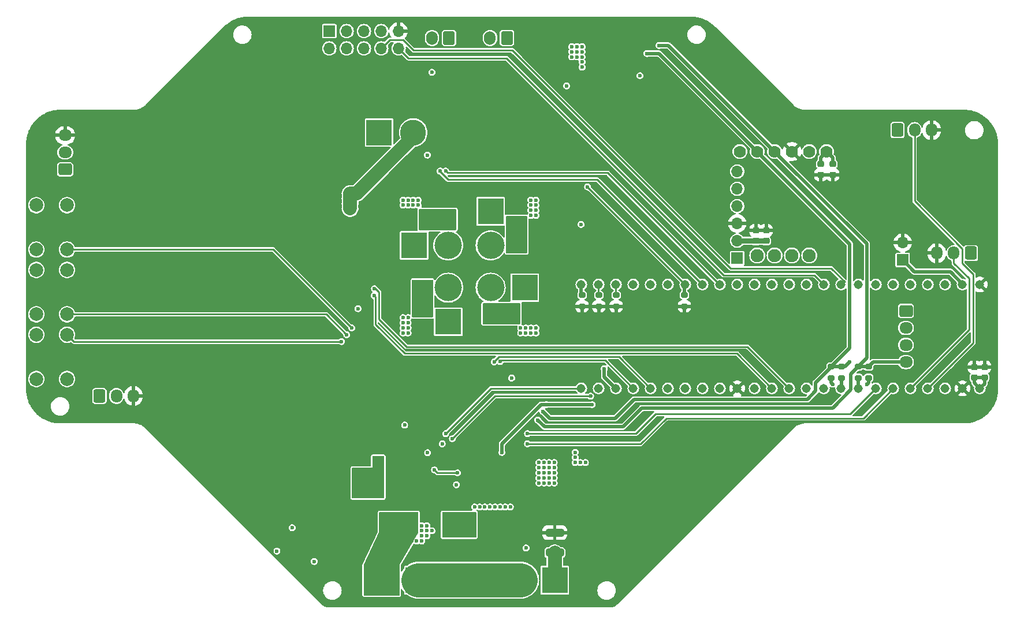
<source format=gbr>
%TF.GenerationSoftware,KiCad,Pcbnew,7.0.8*%
%TF.CreationDate,2023-11-18T19:30:00+11:00*%
%TF.ProjectId,Main 4.3,4d61696e-2034-42e3-932e-6b696361645f,rev?*%
%TF.SameCoordinates,Original*%
%TF.FileFunction,Copper,L4,Bot*%
%TF.FilePolarity,Positive*%
%FSLAX46Y46*%
G04 Gerber Fmt 4.6, Leading zero omitted, Abs format (unit mm)*
G04 Created by KiCad (PCBNEW 7.0.8) date 2023-11-18 19:30:00*
%MOMM*%
%LPD*%
G01*
G04 APERTURE LIST*
G04 Aperture macros list*
%AMRoundRect*
0 Rectangle with rounded corners*
0 $1 Rounding radius*
0 $2 $3 $4 $5 $6 $7 $8 $9 X,Y pos of 4 corners*
0 Add a 4 corners polygon primitive as box body*
4,1,4,$2,$3,$4,$5,$6,$7,$8,$9,$2,$3,0*
0 Add four circle primitives for the rounded corners*
1,1,$1+$1,$2,$3*
1,1,$1+$1,$4,$5*
1,1,$1+$1,$6,$7*
1,1,$1+$1,$8,$9*
0 Add four rect primitives between the rounded corners*
20,1,$1+$1,$2,$3,$4,$5,0*
20,1,$1+$1,$4,$5,$6,$7,0*
20,1,$1+$1,$6,$7,$8,$9,0*
20,1,$1+$1,$8,$9,$2,$3,0*%
G04 Aperture macros list end*
%TA.AperFunction,ComponentPad*%
%ADD10R,3.800000X3.800000*%
%TD*%
%TA.AperFunction,ComponentPad*%
%ADD11C,3.800000*%
%TD*%
%TA.AperFunction,ComponentPad*%
%ADD12R,1.700000X1.700000*%
%TD*%
%TA.AperFunction,ComponentPad*%
%ADD13O,1.700000X1.700000*%
%TD*%
%TA.AperFunction,ComponentPad*%
%ADD14C,2.000000*%
%TD*%
%TA.AperFunction,ComponentPad*%
%ADD15RoundRect,0.250000X-0.600000X-0.725000X0.600000X-0.725000X0.600000X0.725000X-0.600000X0.725000X0*%
%TD*%
%TA.AperFunction,ComponentPad*%
%ADD16O,1.700000X1.950000*%
%TD*%
%TA.AperFunction,ComponentPad*%
%ADD17C,1.778000*%
%TD*%
%TA.AperFunction,ComponentPad*%
%ADD18C,1.930400*%
%TD*%
%TA.AperFunction,ComponentPad*%
%ADD19RoundRect,0.250000X0.725000X-0.600000X0.725000X0.600000X-0.725000X0.600000X-0.725000X-0.600000X0*%
%TD*%
%TA.AperFunction,ComponentPad*%
%ADD20O,1.950000X1.700000*%
%TD*%
%TA.AperFunction,ComponentPad*%
%ADD21RoundRect,0.250000X0.600000X0.725000X-0.600000X0.725000X-0.600000X-0.725000X0.600000X-0.725000X0*%
%TD*%
%TA.AperFunction,ComponentPad*%
%ADD22C,4.000000*%
%TD*%
%TA.AperFunction,ComponentPad*%
%ADD23C,1.308000*%
%TD*%
%TA.AperFunction,SMDPad,CuDef*%
%ADD24RoundRect,0.200000X0.275000X-0.200000X0.275000X0.200000X-0.275000X0.200000X-0.275000X-0.200000X0*%
%TD*%
%TA.AperFunction,ComponentPad*%
%ADD25RoundRect,0.250000X0.600000X0.750000X-0.600000X0.750000X-0.600000X-0.750000X0.600000X-0.750000X0*%
%TD*%
%TA.AperFunction,ComponentPad*%
%ADD26O,1.700000X2.000000*%
%TD*%
%TA.AperFunction,SMDPad,CuDef*%
%ADD27RoundRect,0.200000X-0.275000X0.200000X-0.275000X-0.200000X0.275000X-0.200000X0.275000X0.200000X0*%
%TD*%
%TA.AperFunction,SMDPad,CuDef*%
%ADD28RoundRect,0.225000X0.250000X-0.225000X0.250000X0.225000X-0.250000X0.225000X-0.250000X-0.225000X0*%
%TD*%
%TA.AperFunction,SMDPad,CuDef*%
%ADD29RoundRect,0.225000X-0.250000X0.225000X-0.250000X-0.225000X0.250000X-0.225000X0.250000X0.225000X0*%
%TD*%
%TA.AperFunction,SMDPad,CuDef*%
%ADD30RoundRect,0.250000X-1.950000X-1.000000X1.950000X-1.000000X1.950000X1.000000X-1.950000X1.000000X0*%
%TD*%
%TA.AperFunction,SMDPad,CuDef*%
%ADD31RoundRect,0.250000X-1.075000X0.312500X-1.075000X-0.312500X1.075000X-0.312500X1.075000X0.312500X0*%
%TD*%
%TA.AperFunction,ComponentPad*%
%ADD32RoundRect,0.250000X-0.725000X0.600000X-0.725000X-0.600000X0.725000X-0.600000X0.725000X0.600000X0*%
%TD*%
%TA.AperFunction,ViaPad*%
%ADD33C,0.600000*%
%TD*%
%TA.AperFunction,Conductor*%
%ADD34C,0.250000*%
%TD*%
%TA.AperFunction,Conductor*%
%ADD35C,0.500000*%
%TD*%
%TA.AperFunction,Conductor*%
%ADD36C,0.750000*%
%TD*%
%TA.AperFunction,Conductor*%
%ADD37C,5.000000*%
%TD*%
%TA.AperFunction,Conductor*%
%ADD38C,2.000000*%
%TD*%
G04 APERTURE END LIST*
D10*
%TO.P,J1,1,Pin_1*%
%TO.N,GNDPWR*%
X162500000Y-196000000D03*
D11*
%TO.P,J1,2,Pin_2*%
%TO.N,Net-(J1-Pin_2)*%
X157500000Y-196000000D03*
%TD*%
D12*
%TO.P,J7,1,Pin_1*%
%TO.N,/SUPERTMTX*%
X213500000Y-149025000D03*
D13*
%TO.P,J7,2,Pin_2*%
%TO.N,GNDS*%
X213500000Y-146485000D03*
%TD*%
D14*
%TO.P,SW2,1,A*%
%TO.N,+3V3*%
X86500000Y-157000000D03*
X86500000Y-150500000D03*
%TO.P,SW2,2,B*%
%TO.N,/SW2*%
X91000000Y-157000000D03*
X91000000Y-150500000D03*
%TD*%
D15*
%TO.P,J18,1,Pin_1*%
%TO.N,+3V3*%
X95750000Y-168975000D03*
D16*
%TO.P,J18,2,Pin_2*%
%TO.N,/ENC3*%
X98250000Y-168975000D03*
%TO.P,J18,3,Pin_3*%
%TO.N,GNDS*%
X100750000Y-168975000D03*
%TD*%
D17*
%TO.P,U4,1,VIN*%
%TO.N,+3V3*%
X202350000Y-133130000D03*
%TO.P,U4,2,3V*%
%TO.N,unconnected-(U4-3V-Pad2)*%
X199810000Y-133130000D03*
%TO.P,U4,3,GND*%
%TO.N,GNDS*%
X197270000Y-133130000D03*
%TO.P,U4,4,SCL*%
%TO.N,/SCL*%
X194730000Y-133130000D03*
%TO.P,U4,5,SDA*%
%TO.N,/SDA*%
X192190000Y-133130000D03*
%TO.P,U4,6,RST*%
%TO.N,unconnected-(U4-RST-Pad6)*%
X189650000Y-133130000D03*
D18*
%TO.P,U4,7,INT*%
%TO.N,unconnected-(U4-INT-Pad7)*%
X199810000Y-148370000D03*
%TO.P,U4,8,ADR*%
%TO.N,unconnected-(U4-ADR-Pad8)*%
X197270000Y-148370000D03*
%TO.P,U4,9,PS0*%
%TO.N,unconnected-(U4-PS0-Pad9)*%
X194730000Y-148370000D03*
%TO.P,U4,10,PS1*%
%TO.N,unconnected-(U4-PS1-Pad10)*%
X192190000Y-148370000D03*
%TD*%
D15*
%TO.P,J16,1,Pin_1*%
%TO.N,+3V3*%
X212750000Y-129975000D03*
D16*
%TO.P,J16,2,Pin_2*%
%TO.N,/ENC1*%
X215250000Y-129975000D03*
%TO.P,J16,3,Pin_3*%
%TO.N,GNDS*%
X217750000Y-129975000D03*
%TD*%
D14*
%TO.P,SW1,1,A*%
%TO.N,+3V3*%
X86500000Y-147500000D03*
X86500000Y-141000000D03*
%TO.P,SW1,2,B*%
%TO.N,/SW1*%
X91000000Y-147500000D03*
X91000000Y-141000000D03*
%TD*%
D19*
%TO.P,J19,1,Pin_1*%
%TO.N,+3V3*%
X90725000Y-135750000D03*
D20*
%TO.P,J19,2,Pin_2*%
%TO.N,/ENC4*%
X90725000Y-133250000D03*
%TO.P,J19,3,Pin_3*%
%TO.N,GNDS*%
X90725000Y-130750000D03*
%TD*%
D21*
%TO.P,J17,1,Pin_1*%
%TO.N,+3V3*%
X223500000Y-148025000D03*
D16*
%TO.P,J17,2,Pin_2*%
%TO.N,/ENC2*%
X221000000Y-148025000D03*
%TO.P,J17,3,Pin_3*%
%TO.N,GNDS*%
X218500000Y-148025000D03*
%TD*%
D12*
%TO.P,J8,1,Pin_1*%
%TO.N,unconnected-(J8-Pin_1-Pad1)*%
X129450000Y-115460000D03*
D13*
%TO.P,J8,2,Pin_2*%
%TO.N,+5V*%
X129450000Y-118000000D03*
%TO.P,J8,3,Pin_3*%
%TO.N,unconnected-(J8-Pin_3-Pad3)*%
X131990000Y-115460000D03*
%TO.P,J8,4,Pin_4*%
%TO.N,+5V*%
X131990000Y-118000000D03*
%TO.P,J8,5,Pin_5*%
%TO.N,unconnected-(J8-Pin_5-Pad5)*%
X134530000Y-115460000D03*
%TO.P,J8,6,Pin_6*%
%TO.N,GNDPWR*%
X134530000Y-118000000D03*
%TO.P,J8,7,Pin_7*%
%TO.N,unconnected-(J8-Pin_7-Pad7)*%
X137070000Y-115460000D03*
%TO.P,J8,8,Pin_8*%
%TO.N,/RPITX*%
X137070000Y-118000000D03*
%TO.P,J8,9,Pin_9*%
%TO.N,GNDS*%
X139610000Y-115460000D03*
%TO.P,J8,10,Pin_10*%
%TO.N,/RPIRX*%
X139610000Y-118000000D03*
%TD*%
D10*
%TO.P,J2,1,Pin_1*%
%TO.N,Net-(J1-Pin_2)*%
X142500000Y-196000000D03*
D22*
%TO.P,J2,2,Pin_2*%
%TO.N,+15V*%
X137500000Y-196000000D03*
%TD*%
D14*
%TO.P,SW3,1,A*%
%TO.N,+3V3*%
X86500000Y-166500000D03*
X86500000Y-160000000D03*
%TO.P,SW3,2,B*%
%TO.N,/SW3*%
X91000000Y-166500000D03*
X91000000Y-160000000D03*
%TD*%
D23*
%TO.P,U6,0,RX1*%
%TO.N,/SUPERTMTX*%
X222270000Y-152630000D03*
%TO.P,U6,1,TX1*%
%TO.N,unconnected-(U6-TX1-Pad1)*%
X219730000Y-152630000D03*
%TO.P,U6,2,OUT2*%
%TO.N,unconnected-(U6-OUT2-Pad2)*%
X217190000Y-152630000D03*
%TO.P,U6,3,LRCLK2*%
%TO.N,unconnected-(U6-LRCLK2-Pad3)*%
X214650000Y-152630000D03*
%TO.P,U6,3.3V_1,3.3V*%
%TO.N,unconnected-(U6-3.3V-Pad3.3V_1)*%
X189250000Y-152630000D03*
%TO.P,U6,3.3V_2,3.3V__1*%
%TO.N,unconnected-(U6-3.3V__1-Pad3.3V_2)*%
X219730000Y-167870000D03*
%TO.P,U6,4,BCLK2*%
%TO.N,unconnected-(U6-BCLK2-Pad4)*%
X212110000Y-152630000D03*
%TO.P,U6,5,IN2*%
%TO.N,unconnected-(U6-IN2-Pad5)*%
X209570000Y-152630000D03*
%TO.P,U6,6,OUT1D*%
%TO.N,unconnected-(U6-OUT1D-Pad6)*%
X207030000Y-152630000D03*
%TO.P,U6,7,RX2*%
%TO.N,/RPITX*%
X204490000Y-152630000D03*
%TO.P,U6,8,TX2*%
%TO.N,/RPIRX*%
X201950000Y-152630000D03*
%TO.P,U6,9,OUT1C*%
%TO.N,unconnected-(U6-OUT1C-Pad9)*%
X199410000Y-152630000D03*
%TO.P,U6,10,CS1*%
%TO.N,unconnected-(U6-CS1-Pad10)*%
X196870000Y-152630000D03*
%TO.P,U6,11,MOSI*%
%TO.N,/M5IN1*%
X194330000Y-152630000D03*
%TO.P,U6,12,MISO*%
%TO.N,/M5IN2*%
X191790000Y-152630000D03*
%TO.P,U6,13,SCK*%
%TO.N,unconnected-(U6-SCK-Pad13)*%
X191790000Y-167870000D03*
%TO.P,U6,14,A0*%
%TO.N,/M3IN2*%
X194330000Y-167870000D03*
%TO.P,U6,15,A1*%
%TO.N,/M3IN1*%
X196870000Y-167870000D03*
%TO.P,U6,16,A2*%
%TO.N,unconnected-(U6-A2-Pad16)*%
X199410000Y-167870000D03*
%TO.P,U6,17,A3*%
%TO.N,unconnected-(U6-A3-Pad17)*%
X201950000Y-167870000D03*
%TO.P,U6,18,A4*%
%TO.N,Net-(U6-A4)*%
X204490000Y-167870000D03*
%TO.P,U6,19,A5*%
%TO.N,Net-(U6-A5)*%
X207030000Y-167870000D03*
%TO.P,U6,20,A6*%
%TO.N,/ENC4*%
X209570000Y-167870000D03*
%TO.P,U6,21,A7*%
%TO.N,/ENC3*%
X212110000Y-167870000D03*
%TO.P,U6,22,A8*%
%TO.N,/ENC2*%
X214650000Y-167870000D03*
%TO.P,U6,23,A9*%
%TO.N,/ENC1*%
X217190000Y-167870000D03*
%TO.P,U6,24,A10*%
%TO.N,/M4IN1*%
X186710000Y-152630000D03*
%TO.P,U6,25,A11*%
%TO.N,/M4IN2*%
X184170000Y-152630000D03*
%TO.P,U6,26,A12*%
%TO.N,/BEAMBRK*%
X181630000Y-152630000D03*
%TO.P,U6,27,A13*%
%TO.N,unconnected-(U6-A13-Pad27)*%
X179090000Y-152630000D03*
%TO.P,U6,28,RX7*%
%TO.N,/M1IN2*%
X176550000Y-152630000D03*
%TO.P,U6,29,TX7*%
%TO.N,/M1IN1*%
X174010000Y-152630000D03*
%TO.P,U6,30,CRX3*%
%TO.N,/SW3*%
X171470000Y-152630000D03*
%TO.P,U6,31,CTX3*%
%TO.N,/SW2*%
X168930000Y-152630000D03*
%TO.P,U6,32,OUT1B*%
%TO.N,/SW1*%
X166390000Y-152630000D03*
%TO.P,U6,33,MCLK2*%
%TO.N,/KICK*%
X166390000Y-167870000D03*
%TO.P,U6,34,RX8*%
%TO.N,/BTTX*%
X168930000Y-167870000D03*
%TO.P,U6,35,TX8*%
%TO.N,/BTRX*%
X171470000Y-167870000D03*
%TO.P,U6,36,CS2*%
%TO.N,/M2IN2*%
X174010000Y-167870000D03*
%TO.P,U6,37,CS3*%
%TO.N,/M2IN1*%
X176550000Y-167870000D03*
%TO.P,U6,38,A14*%
%TO.N,/BTEN*%
X179090000Y-167870000D03*
%TO.P,U6,39,A15*%
%TO.N,/CHRG*%
X181630000Y-167870000D03*
%TO.P,U6,40,A16*%
%TO.N,unconnected-(U6-A16-Pad40)*%
X184170000Y-167870000D03*
%TO.P,U6,41,A17*%
%TO.N,unconnected-(U6-A17-Pad41)*%
X186710000Y-167870000D03*
%TO.P,U6,GND1,GND*%
%TO.N,GNDS*%
X224810000Y-152630000D03*
%TO.P,U6,GND2,GND__1*%
X189250000Y-167870000D03*
%TO.P,U6,GND3,GND__2*%
X222270000Y-167870000D03*
%TO.P,U6,VIN,VIN*%
%TO.N,+5V*%
X224810000Y-167870000D03*
%TD*%
D24*
%TO.P,R14,1*%
%TO.N,+3V3*%
X208500000Y-166325000D03*
%TO.P,R14,2*%
%TO.N,/SCL*%
X208500000Y-164675000D03*
%TD*%
D25*
%TO.P,D2,1,K*%
%TO.N,GNDPWR*%
X147000000Y-116475000D03*
D26*
%TO.P,D2,2,A*%
%TO.N,Net-(D2-A)*%
X144500000Y-116475000D03*
%TD*%
D27*
%TO.P,R18,1*%
%TO.N,/SCL*%
X207000000Y-164675000D03*
%TO.P,R18,2*%
%TO.N,Net-(U6-A5)*%
X207000000Y-166325000D03*
%TD*%
D10*
%TO.P,J9,1,Pin_1*%
%TO.N,Net-(D7-A)*%
X136750000Y-130350000D03*
D11*
%TO.P,J9,2,Pin_2*%
%TO.N,Net-(J9-Pin_2)*%
X141750000Y-130350000D03*
%TD*%
D28*
%TO.P,C23,1*%
%TO.N,+5V*%
X193500000Y-146250000D03*
%TO.P,C23,2*%
%TO.N,GNDS*%
X193500000Y-144700000D03*
%TD*%
D12*
%TO.P,U5,1,EN*%
%TO.N,/BTEN*%
X189250000Y-148750000D03*
D13*
%TO.P,U5,2,VCC*%
%TO.N,+5V*%
X189250000Y-146210000D03*
%TO.P,U5,3,GND*%
%TO.N,GNDS*%
X189250000Y-143670000D03*
%TO.P,U5,4,TX*%
%TO.N,/BTTX*%
X189250000Y-141130000D03*
%TO.P,U5,5,RX*%
%TO.N,/BTRX*%
X189250000Y-138590000D03*
%TO.P,U5,6,State*%
%TO.N,unconnected-(U5-State-Pad6)*%
X189250000Y-136050000D03*
%TD*%
D27*
%TO.P,R10,1*%
%TO.N,/SW1*%
X166500000Y-154175000D03*
%TO.P,R10,2*%
%TO.N,GNDS*%
X166500000Y-155825000D03*
%TD*%
D28*
%TO.P,C24,1*%
%TO.N,+5V*%
X224000000Y-166275000D03*
%TO.P,C24,2*%
%TO.N,GNDS*%
X224000000Y-164725000D03*
%TD*%
D25*
%TO.P,Q1,1,C*%
%TO.N,+3V3*%
X155500000Y-116475000D03*
D26*
%TO.P,Q1,2,E*%
%TO.N,/BEAMBRK*%
X153000000Y-116475000D03*
%TD*%
D10*
%TO.P,J13,1,Pin_1*%
%TO.N,/M4B*%
X141900000Y-146900000D03*
D22*
%TO.P,J13,2,Pin_2*%
%TO.N,/M4A*%
X146900000Y-146900000D03*
%TD*%
D29*
%TO.P,C21,1*%
%TO.N,+3V3*%
X203250000Y-134975000D03*
%TO.P,C21,2*%
%TO.N,GNDS*%
X203250000Y-136525000D03*
%TD*%
D27*
%TO.P,R17,1*%
%TO.N,/SDA*%
X204500000Y-164675000D03*
%TO.P,R17,2*%
%TO.N,Net-(U6-A4)*%
X204500000Y-166325000D03*
%TD*%
D10*
%TO.P,J10,1,Pin_1*%
%TO.N,/M1B*%
X153100000Y-141900000D03*
D22*
%TO.P,J10,2,Pin_2*%
%TO.N,/M1A*%
X153100000Y-146900000D03*
%TD*%
D27*
%TO.P,R12,1*%
%TO.N,/SW3*%
X171500000Y-154175000D03*
%TO.P,R12,2*%
%TO.N,GNDS*%
X171500000Y-155825000D03*
%TD*%
D24*
%TO.P,R15,1*%
%TO.N,+3V3*%
X203000000Y-166325000D03*
%TO.P,R15,2*%
%TO.N,/SDA*%
X203000000Y-164675000D03*
%TD*%
D28*
%TO.P,C22,1*%
%TO.N,+5V*%
X192000000Y-146250000D03*
%TO.P,C22,2*%
%TO.N,GNDS*%
X192000000Y-144700000D03*
%TD*%
D30*
%TO.P,C59,1*%
%TO.N,+15V*%
X140100000Y-187500000D03*
%TO.P,C59,2*%
%TO.N,GNDPWR*%
X148500000Y-187500000D03*
%TD*%
D31*
%TO.P,R1,1*%
%TO.N,GNDS*%
X162500000Y-189037500D03*
%TO.P,R1,2*%
%TO.N,GNDPWR*%
X162500000Y-191962500D03*
%TD*%
D10*
%TO.P,J11,1,Pin_1*%
%TO.N,/M2B*%
X158100000Y-153100000D03*
D22*
%TO.P,J11,2,Pin_2*%
%TO.N,/M2A*%
X153100000Y-153100000D03*
%TD*%
D32*
%TO.P,J5,1,Pin_1*%
%TO.N,+15V*%
X213975000Y-156500000D03*
D20*
%TO.P,J5,2,Pin_2*%
%TO.N,GNDPWR*%
X213975000Y-159000000D03*
%TO.P,J5,3,Pin_3*%
%TO.N,/SDA*%
X213975000Y-161500000D03*
%TO.P,J5,4,Pin_4*%
%TO.N,/SCL*%
X213975000Y-164000000D03*
%TD*%
D28*
%TO.P,C25,1*%
%TO.N,+5V*%
X225500000Y-166275000D03*
%TO.P,C25,2*%
%TO.N,GNDS*%
X225500000Y-164725000D03*
%TD*%
D29*
%TO.P,C20,1*%
%TO.N,+3V3*%
X201500000Y-134975000D03*
%TO.P,C20,2*%
%TO.N,GNDS*%
X201500000Y-136525000D03*
%TD*%
D27*
%TO.P,R16,1*%
%TO.N,/BEAMBRK*%
X181500000Y-154175000D03*
%TO.P,R16,2*%
%TO.N,GNDS*%
X181500000Y-155825000D03*
%TD*%
%TO.P,R11,1*%
%TO.N,/SW2*%
X168950000Y-154175000D03*
%TO.P,R11,2*%
%TO.N,GNDS*%
X168950000Y-155825000D03*
%TD*%
D10*
%TO.P,J12,1,Pin_1*%
%TO.N,/M3B*%
X146900000Y-158100000D03*
D22*
%TO.P,J12,2,Pin_2*%
%TO.N,/M3A*%
X146900000Y-153100000D03*
%TD*%
D33*
%TO.N,GNDS*%
X175500000Y-115750000D03*
X164950000Y-171450000D03*
X176250000Y-115750000D03*
X174000000Y-115750000D03*
X174750000Y-115750000D03*
X162250000Y-167245500D03*
X157050000Y-171450000D03*
X177000000Y-115750000D03*
%TO.N,/SW3*%
X131250000Y-161000000D03*
%TO.N,/SW2*%
X132000000Y-160000000D03*
%TO.N,/SW1*%
X132750000Y-159000000D03*
%TO.N,/SDA*%
X160750000Y-171250000D03*
X176000000Y-118750000D03*
X205750000Y-164000000D03*
%TO.N,/SCL*%
X177795023Y-117575000D03*
X160000000Y-172500000D03*
%TO.N,/M4IN2*%
X145700497Y-136000000D03*
%TO.N,/M4IN1*%
X146500000Y-136000000D03*
%TO.N,/M3IN2*%
X136000000Y-154250000D03*
%TO.N,/M3IN1*%
X136073000Y-153250000D03*
%TO.N,/M2IN2*%
X154500000Y-163927000D03*
%TO.N,/M2IN1*%
X153641102Y-163980493D03*
%TO.N,/KICK*%
X146500000Y-174500000D03*
%TO.N,/ENC4*%
X158500000Y-174500000D03*
%TO.N,/ENC3*%
X146000000Y-176000000D03*
X158500000Y-176000000D03*
%TO.N,+5V*%
X161684750Y-178750000D03*
X160934750Y-181000000D03*
X160184750Y-178750000D03*
X165500000Y-177250000D03*
X160184750Y-181750000D03*
X167000000Y-178750000D03*
X162434750Y-181750000D03*
X133650000Y-156174997D03*
X166350000Y-143825003D03*
X162434750Y-180250000D03*
X165500000Y-178000000D03*
X161684750Y-181750000D03*
X160934750Y-179500000D03*
X164250000Y-123500000D03*
X160934750Y-180250000D03*
X143825003Y-133650000D03*
X161684750Y-179500000D03*
X161684750Y-180250000D03*
X144500000Y-121500000D03*
X160934750Y-181750000D03*
X160184750Y-181000000D03*
X162434750Y-178750000D03*
X158290000Y-191260000D03*
X162434750Y-179500000D03*
X160184750Y-180250000D03*
X166250000Y-178750000D03*
X161684750Y-181000000D03*
X160934750Y-178750000D03*
X160184750Y-179500000D03*
X162434750Y-181000000D03*
X156174997Y-166350000D03*
X165500000Y-178750000D03*
%TO.N,+3V3*%
X175000000Y-122000000D03*
X208250000Y-167250000D03*
X168000000Y-170250000D03*
X203250000Y-167250000D03*
X154750000Y-177250000D03*
X143866030Y-177303292D03*
X161250000Y-170250000D03*
%TO.N,+15V*%
X152275000Y-155700000D03*
X142800000Y-154550000D03*
X140750000Y-190250000D03*
X166500000Y-119250000D03*
X155700000Y-142975000D03*
X143000000Y-188750000D03*
X140250000Y-157500000D03*
X166500000Y-118500000D03*
X136000000Y-191750000D03*
X137000000Y-192500000D03*
X142975000Y-142050000D03*
X143550000Y-157025000D03*
X143000000Y-188000000D03*
X158250000Y-159000000D03*
X145450000Y-142800000D03*
X165000000Y-117750000D03*
X142975000Y-142800000D03*
X140250000Y-159000000D03*
X141500000Y-190250000D03*
X159000000Y-140250000D03*
X165000000Y-118500000D03*
X165000000Y-119250000D03*
X157200000Y-142975000D03*
X151500000Y-185250000D03*
X141750000Y-140250000D03*
X156450000Y-147725000D03*
X166500000Y-120750000D03*
X143000000Y-190250000D03*
X139000000Y-191750000D03*
X154550000Y-156450000D03*
X157025000Y-156450000D03*
X138500000Y-192500000D03*
X137500000Y-191750000D03*
X142050000Y-157025000D03*
X159750000Y-141750000D03*
X143000000Y-189500000D03*
X159000000Y-142500000D03*
X142250000Y-190250000D03*
X157500000Y-159750000D03*
X142975000Y-144300000D03*
X137750000Y-191000000D03*
X157025000Y-155700000D03*
X165750000Y-119250000D03*
X140500000Y-173250000D03*
X157500000Y-159000000D03*
X152275000Y-157950000D03*
X143750000Y-189500000D03*
X140750000Y-191000000D03*
X166500000Y-117750000D03*
X154550000Y-155700000D03*
X155250000Y-185250000D03*
X140250000Y-141000000D03*
X148100000Y-182000000D03*
X156000000Y-185250000D03*
X141000000Y-157500000D03*
X143750000Y-188750000D03*
X157950000Y-142975000D03*
X136750000Y-191750000D03*
X165750000Y-117750000D03*
X159750000Y-142500000D03*
X121772143Y-191727857D03*
X152250000Y-185250000D03*
X157025000Y-157950000D03*
X140500000Y-191750000D03*
X144300000Y-157025000D03*
X139250000Y-191000000D03*
X152275000Y-157200000D03*
X144500000Y-188750000D03*
X142800000Y-152275000D03*
X159000000Y-159000000D03*
X139750000Y-191750000D03*
X154550000Y-157950000D03*
X155700000Y-147725000D03*
X159750000Y-140250000D03*
X142500000Y-141000000D03*
X156450000Y-142975000D03*
X142050000Y-154550000D03*
X147725000Y-144300000D03*
X147725000Y-142800000D03*
X140250000Y-159750000D03*
X140250000Y-158250000D03*
X140000000Y-191000000D03*
X135500000Y-192500000D03*
X159000000Y-141000000D03*
X137000000Y-191000000D03*
X157200000Y-145450000D03*
X166500000Y-120000000D03*
X156450000Y-145450000D03*
X141000000Y-141000000D03*
X153000000Y-185250000D03*
X147725000Y-143550000D03*
X141000000Y-159750000D03*
X145450000Y-142050000D03*
X157200000Y-147725000D03*
X165750000Y-118500000D03*
X142975000Y-143550000D03*
X155700000Y-145450000D03*
X143550000Y-152275000D03*
X159750000Y-141000000D03*
X158250000Y-159750000D03*
X144300000Y-152275000D03*
X154500000Y-185250000D03*
X145450000Y-143550000D03*
X147725000Y-142050000D03*
X159750000Y-159750000D03*
X127250000Y-193250000D03*
X144300000Y-154550000D03*
X157025000Y-157200000D03*
X145450000Y-144300000D03*
X154550000Y-157200000D03*
X141000000Y-158250000D03*
X152275000Y-156450000D03*
X136250000Y-192500000D03*
X159000000Y-159750000D03*
X136250000Y-191000000D03*
X142800000Y-157025000D03*
X157950000Y-147725000D03*
X142500000Y-140250000D03*
X143550000Y-154550000D03*
X141000000Y-159000000D03*
X153750000Y-185250000D03*
X142050000Y-152275000D03*
X159750000Y-159000000D03*
X139250000Y-192500000D03*
X159000000Y-141750000D03*
X140000000Y-192500000D03*
X141750000Y-141000000D03*
X157950000Y-145450000D03*
X150750000Y-185250000D03*
X143750000Y-188000000D03*
X141000000Y-140250000D03*
X140250000Y-140250000D03*
%TO.N,/BEAMBRK*%
X167304223Y-138303517D03*
%TO.N,Net-(J9-Pin_2)*%
X132500000Y-140000000D03*
X132500000Y-139250000D03*
X131750000Y-140750000D03*
X132500000Y-141500000D03*
X133250000Y-140000000D03*
X131750000Y-140000000D03*
X133250000Y-141500000D03*
X132500000Y-140750000D03*
X131750000Y-141500000D03*
X131750000Y-139250000D03*
X133250000Y-139250000D03*
X133250000Y-140750000D03*
%TO.N,/CHRG*%
X124000000Y-188298583D03*
X167750000Y-169000000D03*
X147500000Y-175250000D03*
%TO.N,GNDPWR*%
X136250000Y-179000000D03*
X144875500Y-179820273D03*
X148750000Y-189250000D03*
X148250000Y-180250000D03*
X137000000Y-179000000D03*
X150250000Y-189250000D03*
X136250000Y-178250000D03*
X137000000Y-178250000D03*
X147250000Y-189250000D03*
X149500000Y-189250000D03*
X146500000Y-189250000D03*
X148000000Y-189250000D03*
%TO.N,/BTRX*%
X169750000Y-165000000D03*
%TD*%
D34*
%TO.N,/SW3*%
X131250000Y-161000000D02*
X92000000Y-161000000D01*
X92000000Y-161000000D02*
X91000000Y-160000000D01*
X171470000Y-152630000D02*
X171470000Y-154145000D01*
%TO.N,/SW2*%
X168930000Y-152630000D02*
X168930000Y-154155000D01*
X129000000Y-157000000D02*
X91000000Y-157000000D01*
X132000000Y-160000000D02*
X129000000Y-157000000D01*
D35*
%TO.N,/SW1*%
X166390000Y-152630000D02*
X166390000Y-154065000D01*
D34*
X132750000Y-159000000D02*
X121250000Y-147500000D01*
X121250000Y-147500000D02*
X91000000Y-147500000D01*
D35*
%TO.N,/SUPERTMTX*%
X213500000Y-149025000D02*
X215225000Y-150750000D01*
X215225000Y-150750000D02*
X220500000Y-150750000D01*
X220500000Y-150750000D02*
X222270000Y-152520000D01*
%TO.N,/SDA*%
X203000000Y-164675000D02*
X205750000Y-161925000D01*
X160750000Y-171250000D02*
X161750000Y-172250000D01*
X161750000Y-172250000D02*
X171350000Y-172250000D01*
X205750000Y-161925000D02*
X205750000Y-146690000D01*
X200750000Y-168250000D02*
X200750000Y-167000000D01*
X204500000Y-164675000D02*
X205075000Y-164675000D01*
X199500000Y-169500000D02*
X200750000Y-168250000D01*
X200750000Y-167000000D02*
X203000000Y-164750000D01*
X176000000Y-118750000D02*
X177810000Y-118750000D01*
X174100000Y-169500000D02*
X199500000Y-169500000D01*
X204500000Y-164675000D02*
X203000000Y-164675000D01*
X177810000Y-118750000D02*
X192190000Y-133130000D01*
X171350000Y-172250000D02*
X174100000Y-169500000D01*
X205750000Y-146690000D02*
X192190000Y-133130000D01*
X205075000Y-164675000D02*
X205750000Y-164000000D01*
%TO.N,/SCL*%
X208250000Y-163425000D02*
X207000000Y-164675000D01*
X177795023Y-117575000D02*
X178425000Y-117575000D01*
X208250000Y-146650000D02*
X208250000Y-163425000D01*
X208500000Y-164675000D02*
X207000000Y-164675000D01*
X178425000Y-117575000D02*
X179175000Y-117575000D01*
X172500000Y-173500000D02*
X175250000Y-170750000D01*
X205926000Y-168074000D02*
X205926000Y-165749000D01*
X175250000Y-170750000D02*
X203250000Y-170750000D01*
X179175000Y-117575000D02*
X194730000Y-133130000D01*
X161000000Y-173500000D02*
X172500000Y-173500000D01*
X205926000Y-165749000D02*
X207000000Y-164675000D01*
X160000000Y-172500000D02*
X161000000Y-173500000D01*
X194730000Y-133130000D02*
X208250000Y-146650000D01*
X209175000Y-164000000D02*
X208500000Y-164675000D01*
X203250000Y-170750000D02*
X205926000Y-168074000D01*
X213975000Y-164000000D02*
X209175000Y-164000000D01*
D34*
%TO.N,/RPITX*%
X203000000Y-150250000D02*
X205000000Y-152250000D01*
X137070000Y-118000000D02*
X138320000Y-116750000D01*
X138320000Y-116750000D02*
X140260027Y-116750000D01*
X141760027Y-118250000D02*
X156250000Y-118250000D01*
X140260027Y-116750000D02*
X141760027Y-118250000D01*
X188250000Y-150250000D02*
X203000000Y-150250000D01*
X156250000Y-118250000D02*
X188250000Y-150250000D01*
%TO.N,/RPIRX*%
X141050000Y-119440000D02*
X155440000Y-119440000D01*
X200570000Y-151250000D02*
X201950000Y-152630000D01*
X139610000Y-118000000D02*
X141050000Y-119440000D01*
X187250000Y-151250000D02*
X200570000Y-151250000D01*
X155440000Y-119440000D02*
X187250000Y-151250000D01*
%TO.N,/M4IN2*%
X146891119Y-137250000D02*
X146866116Y-137250000D01*
X146866116Y-137250000D02*
X145700497Y-136084381D01*
X145700497Y-136084381D02*
X145700497Y-136000000D01*
X168750000Y-137250000D02*
X184130000Y-152630000D01*
X146891119Y-137250000D02*
X168750000Y-137250000D01*
X184130000Y-152630000D02*
X184170000Y-152630000D01*
%TO.N,/M4IN1*%
X186630000Y-152630000D02*
X186710000Y-152630000D01*
X147750000Y-136250000D02*
X146750000Y-136250000D01*
X170250000Y-136250000D02*
X186630000Y-152630000D01*
X146750000Y-136250000D02*
X146500000Y-136000000D01*
X147750000Y-136250000D02*
X170250000Y-136250000D01*
%TO.N,/M3IN2*%
X136250000Y-154500000D02*
X136250000Y-158500000D01*
X136000000Y-154250000D02*
X136250000Y-154500000D01*
X140500000Y-162750000D02*
X189210000Y-162750000D01*
X189210000Y-162750000D02*
X194330000Y-167870000D01*
X136250000Y-158500000D02*
X140500000Y-162750000D01*
%TO.N,/M3IN1*%
X190750000Y-161750000D02*
X196870000Y-167870000D01*
X136250000Y-153250000D02*
X136750000Y-153750000D01*
X136750000Y-157750000D02*
X140750000Y-161750000D01*
X140750000Y-161750000D02*
X190750000Y-161750000D01*
X136750000Y-153750000D02*
X136750000Y-157750000D01*
X136073000Y-153250000D02*
X136250000Y-153250000D01*
%TO.N,/M2IN2*%
X154500000Y-163927000D02*
X154677000Y-163750000D01*
X154677000Y-163750000D02*
X169890000Y-163750000D01*
X169890000Y-163750000D02*
X174010000Y-167870000D01*
%TO.N,/M2IN1*%
X153641102Y-163902014D02*
X154293116Y-163250000D01*
X154293116Y-163250000D02*
X171930000Y-163250000D01*
X153641102Y-163980493D02*
X153641102Y-163902014D01*
X171930000Y-163250000D02*
X176550000Y-167870000D01*
%TO.N,/KICK*%
X146500000Y-174500000D02*
X153130000Y-167870000D01*
X153130000Y-167870000D02*
X166390000Y-167870000D01*
%TO.N,/ENC4*%
X205840000Y-171600000D02*
X209570000Y-167870000D01*
X177300000Y-171600000D02*
X205840000Y-171600000D01*
X174400000Y-174500000D02*
X177300000Y-171600000D01*
X158500000Y-174500000D02*
X174400000Y-174500000D01*
%TO.N,/ENC3*%
X178850000Y-172250000D02*
X207730000Y-172250000D01*
X175100000Y-176000000D02*
X178850000Y-172250000D01*
X158500000Y-176000000D02*
X175100000Y-176000000D01*
X207730000Y-172250000D02*
X212110000Y-167870000D01*
%TO.N,/ENC2*%
X221000000Y-149500000D02*
X223249000Y-151749000D01*
X221000000Y-148025000D02*
X221000000Y-149500000D01*
X223249000Y-159271000D02*
X214650000Y-167870000D01*
X223249000Y-151749000D02*
X223249000Y-159271000D01*
%TO.N,/ENC1*%
X223831000Y-151081000D02*
X223831000Y-161229000D01*
X215250000Y-140400000D02*
X222250000Y-147400000D01*
X222250000Y-147400000D02*
X222250000Y-149500000D01*
X223831000Y-161229000D02*
X217190000Y-167870000D01*
X222250000Y-149500000D02*
X223831000Y-151081000D01*
X215250000Y-129975000D02*
X215250000Y-140400000D01*
D35*
%TO.N,+5V*%
X225500000Y-166275000D02*
X225500000Y-167180000D01*
D34*
X193460000Y-146210000D02*
X193500000Y-146250000D01*
D35*
X224000000Y-167060000D02*
X224810000Y-167870000D01*
X224000000Y-166275000D02*
X224000000Y-167060000D01*
D36*
X189250000Y-146210000D02*
X193460000Y-146210000D01*
D35*
X224000000Y-166275000D02*
X225500000Y-166275000D01*
X225500000Y-167180000D02*
X224810000Y-167870000D01*
%TO.N,+3V3*%
X203000000Y-166325000D02*
X203000000Y-167000000D01*
X208500000Y-167000000D02*
X208250000Y-167250000D01*
X201500000Y-133980000D02*
X202350000Y-133130000D01*
X154750000Y-176000000D02*
X154750000Y-177250000D01*
X161250000Y-170250000D02*
X160500000Y-170250000D01*
X201500000Y-134975000D02*
X201500000Y-133980000D01*
X161250000Y-170250000D02*
X168000000Y-170250000D01*
X160500000Y-170250000D02*
X154750000Y-176000000D01*
X203250000Y-134975000D02*
X203250000Y-134030000D01*
X208500000Y-166325000D02*
X208500000Y-167000000D01*
X203250000Y-134030000D02*
X202350000Y-133130000D01*
X203000000Y-167000000D02*
X203250000Y-167250000D01*
D34*
%TO.N,/BEAMBRK*%
X167304223Y-138304223D02*
X181630000Y-152630000D01*
X167304223Y-138303517D02*
X167304223Y-138304223D01*
D35*
X181500000Y-154175000D02*
X181500000Y-152760000D01*
D37*
%TO.N,Net-(J1-Pin_2)*%
X157500000Y-196000000D02*
X142500000Y-196000000D01*
D38*
%TO.N,Net-(J9-Pin_2)*%
X141750000Y-131000000D02*
X133500000Y-139250000D01*
X132500000Y-139250000D02*
X132500000Y-141500000D01*
X133500000Y-139250000D02*
X132500000Y-139250000D01*
D35*
%TO.N,Net-(U6-A4)*%
X204500000Y-166325000D02*
X204500000Y-167860000D01*
%TO.N,Net-(U6-A5)*%
X207000000Y-166325000D02*
X207000000Y-167840000D01*
D34*
%TO.N,/CHRG*%
X167750000Y-169000000D02*
X153750000Y-169000000D01*
X153750000Y-169000000D02*
X147500000Y-175250000D01*
D38*
%TO.N,GNDPWR*%
X162500000Y-196000000D02*
X162500000Y-191962500D01*
D34*
X144875500Y-179820273D02*
X145305227Y-180250000D01*
X145305227Y-180250000D02*
X148250000Y-180250000D01*
D35*
%TO.N,/BTRX*%
X169750000Y-165000000D02*
X169750000Y-166150000D01*
X169750000Y-166150000D02*
X171470000Y-167870000D01*
%TD*%
%TA.AperFunction,Conductor*%
%TO.N,+15V*%
G36*
X148011789Y-141569685D02*
G01*
X148057544Y-141622489D01*
X148068750Y-141674000D01*
X148068750Y-144526000D01*
X148049065Y-144593039D01*
X147996261Y-144638794D01*
X147944750Y-144650000D01*
X142692750Y-144650000D01*
X142625711Y-144630315D01*
X142579956Y-144577511D01*
X142568750Y-144526000D01*
X142568750Y-141674000D01*
X142588435Y-141606961D01*
X142641239Y-141561206D01*
X142692750Y-141550000D01*
X147944750Y-141550000D01*
X148011789Y-141569685D01*
G37*
%TD.AperFunction*%
%TD*%
%TA.AperFunction,Conductor*%
%TO.N,GNDPWR*%
G36*
X137443039Y-177769685D02*
G01*
X137488794Y-177822489D01*
X137500000Y-177874000D01*
X137500000Y-183876000D01*
X137480315Y-183943039D01*
X137427511Y-183988794D01*
X137376000Y-184000000D01*
X132874000Y-184000000D01*
X132806961Y-183980315D01*
X132761206Y-183927511D01*
X132750000Y-183876000D01*
X132750000Y-179624000D01*
X132769685Y-179556961D01*
X132822489Y-179511206D01*
X132874000Y-179500000D01*
X135750000Y-179500000D01*
X135750000Y-177874000D01*
X135769685Y-177806961D01*
X135822489Y-177761206D01*
X135874000Y-177750000D01*
X137376000Y-177750000D01*
X137443039Y-177769685D01*
G37*
%TD.AperFunction*%
%TD*%
%TA.AperFunction,Conductor*%
%TO.N,+15V*%
G36*
X158393039Y-142588435D02*
G01*
X158438794Y-142641239D01*
X158450000Y-142692750D01*
X158450000Y-147944750D01*
X158430315Y-148011789D01*
X158377511Y-148057544D01*
X158326000Y-148068750D01*
X155474000Y-148068750D01*
X155406961Y-148049065D01*
X155361206Y-147996261D01*
X155350000Y-147944750D01*
X155350000Y-142692750D01*
X155369685Y-142625711D01*
X155422489Y-142579956D01*
X155474000Y-142568750D01*
X158326000Y-142568750D01*
X158393039Y-142588435D01*
G37*
%TD.AperFunction*%
%TD*%
%TA.AperFunction,Conductor*%
%TO.N,+15V*%
G36*
X157374289Y-155369685D02*
G01*
X157420044Y-155422489D01*
X157431250Y-155474000D01*
X157431250Y-158326000D01*
X157411565Y-158393039D01*
X157358761Y-158438794D01*
X157307250Y-158450000D01*
X152055250Y-158450000D01*
X151988211Y-158430315D01*
X151942456Y-158377511D01*
X151931250Y-158326000D01*
X151931250Y-155474000D01*
X151950935Y-155406961D01*
X152003739Y-155361206D01*
X152055250Y-155350000D01*
X157307250Y-155350000D01*
X157374289Y-155369685D01*
G37*
%TD.AperFunction*%
%TD*%
%TA.AperFunction,Conductor*%
%TO.N,GNDS*%
G36*
X182610720Y-113358573D02*
G01*
X182902291Y-113371297D01*
X182905883Y-113371588D01*
X183085348Y-113392828D01*
X183314267Y-113422967D01*
X183317390Y-113423483D01*
X183505976Y-113460995D01*
X183720692Y-113508597D01*
X183723346Y-113509265D01*
X183912702Y-113562669D01*
X184118924Y-113627692D01*
X184121088Y-113628432D01*
X184307348Y-113697147D01*
X184450083Y-113756270D01*
X184507218Y-113779937D01*
X184687505Y-113863051D01*
X184689639Y-113864098D01*
X184881394Y-113963920D01*
X185053008Y-114060029D01*
X185055411Y-114061466D01*
X185240877Y-114179622D01*
X185260278Y-114192585D01*
X185400738Y-114286438D01*
X185403351Y-114288311D01*
X185586474Y-114428827D01*
X185728405Y-114540718D01*
X185731193Y-114543089D01*
X185945274Y-114739261D01*
X186031014Y-114818519D01*
X197480263Y-126267767D01*
X197526994Y-126314630D01*
X197527387Y-126314850D01*
X197579931Y-126367398D01*
X197688749Y-126454184D01*
X197799501Y-126542512D01*
X197799511Y-126542518D01*
X198037299Y-126691941D01*
X198037301Y-126691942D01*
X198134538Y-126738771D01*
X198290333Y-126813801D01*
X198290339Y-126813803D01*
X198290340Y-126813804D01*
X198420179Y-126859238D01*
X198555421Y-126906563D01*
X198829229Y-126969058D01*
X198849406Y-126971331D01*
X198855835Y-126974251D01*
X198901244Y-126977227D01*
X198903550Y-126977432D01*
X198958802Y-126983656D01*
X199108312Y-127000502D01*
X199248737Y-127000500D01*
X199249237Y-127000500D01*
X199254761Y-127000500D01*
X199257999Y-127000606D01*
X199277517Y-127001885D01*
X199288393Y-127000500D01*
X222499500Y-127000500D01*
X222500000Y-127000500D01*
X222717318Y-127009488D01*
X222916440Y-127018182D01*
X222920367Y-127018512D01*
X223136792Y-127045489D01*
X223335256Y-127071618D01*
X223337736Y-127071945D01*
X223341433Y-127072574D01*
X223554183Y-127117183D01*
X223752994Y-127161259D01*
X223756335Y-127162125D01*
X223964544Y-127224112D01*
X224045573Y-127249661D01*
X224159043Y-127285439D01*
X224162152Y-127286534D01*
X224236518Y-127315551D01*
X224364457Y-127365472D01*
X224553142Y-127443629D01*
X224555895Y-127444870D01*
X224676345Y-127503755D01*
X224750992Y-127540248D01*
X224807879Y-127569861D01*
X224932345Y-127634654D01*
X224934793Y-127636019D01*
X225043221Y-127700628D01*
X225121382Y-127747202D01*
X225293940Y-127857134D01*
X225296085Y-127858581D01*
X225460269Y-127975806D01*
X225472918Y-127984837D01*
X225635352Y-128109477D01*
X225637176Y-128110947D01*
X225803052Y-128251437D01*
X225934370Y-128371766D01*
X225954895Y-128390574D01*
X226109425Y-128545104D01*
X226248555Y-128696938D01*
X226389044Y-128862813D01*
X226390521Y-128864646D01*
X226515162Y-129027081D01*
X226561400Y-129091841D01*
X226635578Y-129195734D01*
X226641402Y-129203890D01*
X226642864Y-129206058D01*
X226752797Y-129378617D01*
X226863970Y-129565189D01*
X226865354Y-129567671D01*
X226959751Y-129749007D01*
X227055118Y-129944082D01*
X227056380Y-129946880D01*
X227134536Y-130135566D01*
X227213464Y-130337846D01*
X227214559Y-130340955D01*
X227275899Y-130535496D01*
X227337863Y-130743627D01*
X227338748Y-130747039D01*
X227382818Y-130945826D01*
X227427423Y-131158564D01*
X227428053Y-131162262D01*
X227454524Y-131363319D01*
X227481484Y-131579612D01*
X227481817Y-131583577D01*
X227490513Y-131782728D01*
X227499500Y-132000000D01*
X227499500Y-168000000D01*
X227490513Y-168217271D01*
X227481817Y-168416421D01*
X227481484Y-168420386D01*
X227454524Y-168636680D01*
X227428053Y-168837736D01*
X227427423Y-168841434D01*
X227382818Y-169054173D01*
X227338748Y-169252959D01*
X227337863Y-169256371D01*
X227275899Y-169464503D01*
X227214559Y-169659043D01*
X227213464Y-169662152D01*
X227134536Y-169864433D01*
X227056380Y-170053118D01*
X227055118Y-170055915D01*
X226959751Y-170250992D01*
X226865354Y-170432327D01*
X226863970Y-170434809D01*
X226752797Y-170621382D01*
X226642864Y-170793940D01*
X226641402Y-170796107D01*
X226515162Y-170972918D01*
X226390521Y-171135352D01*
X226389023Y-171137211D01*
X226248557Y-171303059D01*
X226109425Y-171454895D01*
X225954895Y-171609425D01*
X225803059Y-171748557D01*
X225637211Y-171889023D01*
X225635352Y-171890521D01*
X225472918Y-172015162D01*
X225296107Y-172141402D01*
X225293940Y-172142864D01*
X225121382Y-172252797D01*
X224934809Y-172363970D01*
X224932327Y-172365354D01*
X224750992Y-172459751D01*
X224555915Y-172555118D01*
X224553118Y-172556380D01*
X224364433Y-172634536D01*
X224162152Y-172713464D01*
X224159043Y-172714559D01*
X223964503Y-172775899D01*
X223756371Y-172837863D01*
X223752959Y-172838748D01*
X223554173Y-172882818D01*
X223341434Y-172927423D01*
X223337736Y-172928053D01*
X223136680Y-172954524D01*
X222920386Y-172981484D01*
X222916421Y-172981817D01*
X222717271Y-172990513D01*
X222500000Y-172999500D01*
X199289779Y-172999500D01*
X199284170Y-172997677D01*
X199258212Y-172999378D01*
X199254977Y-172999484D01*
X199108321Y-172999487D01*
X199108304Y-172999488D01*
X198946534Y-173017719D01*
X198903580Y-173022559D01*
X198901283Y-173022764D01*
X198861158Y-173025393D01*
X198849414Y-173028664D01*
X198829220Y-173030939D01*
X198555427Y-173093436D01*
X198555417Y-173093438D01*
X198290334Y-173186198D01*
X198037301Y-173308054D01*
X198037296Y-173308057D01*
X197799497Y-173457475D01*
X197579913Y-173632584D01*
X197480687Y-173731809D01*
X197480352Y-173731979D01*
X197480432Y-173732060D01*
X197480587Y-173731908D01*
X197480234Y-173732261D01*
X171653325Y-199559168D01*
X171650958Y-199561385D01*
X171623134Y-199585783D01*
X171492572Y-199697320D01*
X171487915Y-199700846D01*
X171417207Y-199748088D01*
X171308584Y-199814646D01*
X171304612Y-199816837D01*
X171223156Y-199857002D01*
X171220205Y-199858339D01*
X171108089Y-199904775D01*
X171105057Y-199905916D01*
X171019067Y-199935103D01*
X171014710Y-199936363D01*
X170890802Y-199966108D01*
X170807398Y-199982695D01*
X170801621Y-199983494D01*
X170632996Y-199996764D01*
X170592873Y-199999393D01*
X170589636Y-199999499D01*
X129409736Y-199999499D01*
X129406499Y-199999393D01*
X129403569Y-199999201D01*
X129370257Y-199997017D01*
X129197948Y-199983449D01*
X129192173Y-199982650D01*
X129110481Y-199966402D01*
X128984749Y-199936217D01*
X128980391Y-199934957D01*
X128895689Y-199906206D01*
X128892657Y-199905065D01*
X128779054Y-199858011D01*
X128776110Y-199856676D01*
X128695890Y-199817117D01*
X128691918Y-199814926D01*
X128581658Y-199747359D01*
X128531078Y-199713564D01*
X128512422Y-199701099D01*
X128507774Y-199697581D01*
X128507468Y-199697320D01*
X128492495Y-199684532D01*
X128375812Y-199584876D01*
X128349142Y-199561488D01*
X128346776Y-199559272D01*
X126287508Y-197500004D01*
X128544341Y-197500004D01*
X128564935Y-197735400D01*
X128626098Y-197963667D01*
X128725959Y-198177818D01*
X128725963Y-198177826D01*
X128847361Y-198351202D01*
X128861505Y-198371401D01*
X129028599Y-198538495D01*
X129222171Y-198674035D01*
X129222172Y-198674035D01*
X129222173Y-198674036D01*
X129222181Y-198674040D01*
X129436333Y-198773901D01*
X129436337Y-198773903D01*
X129664592Y-198835063D01*
X129664596Y-198835063D01*
X129664599Y-198835064D01*
X129841028Y-198850500D01*
X129841034Y-198850500D01*
X129958972Y-198850500D01*
X130135400Y-198835064D01*
X130135401Y-198835063D01*
X130135408Y-198835063D01*
X130363663Y-198773903D01*
X130577829Y-198674035D01*
X130771401Y-198538495D01*
X130938495Y-198371401D01*
X131074035Y-198177830D01*
X131086546Y-198151000D01*
X134294500Y-198151000D01*
X134296612Y-198177828D01*
X134297030Y-198183142D01*
X134297030Y-198183143D01*
X134301875Y-198213738D01*
X134302647Y-198218284D01*
X134302647Y-198218286D01*
X134338591Y-198302382D01*
X134338592Y-198302383D01*
X134374556Y-198351883D01*
X134398797Y-198379628D01*
X134477307Y-198426536D01*
X134535498Y-198445443D01*
X134547552Y-198447352D01*
X134598996Y-198455500D01*
X134599000Y-198455500D01*
X139650996Y-198455500D01*
X139651000Y-198455500D01*
X139683144Y-198452970D01*
X139698440Y-198450547D01*
X139713738Y-198448125D01*
X139714874Y-198447931D01*
X139718287Y-198447352D01*
X139802383Y-198411408D01*
X139851883Y-198375444D01*
X139879628Y-198351203D01*
X139926536Y-198272693D01*
X139945443Y-198214502D01*
X139951251Y-198177828D01*
X139955500Y-198151003D01*
X139955500Y-197366008D01*
X139974407Y-197307817D01*
X140023907Y-197271853D01*
X140085093Y-197271853D01*
X140134593Y-197307817D01*
X140139222Y-197314791D01*
X140273467Y-197536859D01*
X140378431Y-197670835D01*
X140399435Y-197728302D01*
X140399500Y-197731890D01*
X140399500Y-197919746D01*
X140399501Y-197919758D01*
X140411132Y-197978227D01*
X140411134Y-197978233D01*
X140442417Y-198025050D01*
X140455448Y-198044552D01*
X140521769Y-198088867D01*
X140566231Y-198097711D01*
X140580241Y-198100498D01*
X140580246Y-198100498D01*
X140580252Y-198100500D01*
X140768109Y-198100500D01*
X140826300Y-198119407D01*
X140829155Y-198121562D01*
X140952614Y-198218286D01*
X140963140Y-198226532D01*
X141216391Y-198379628D01*
X141242721Y-198395545D01*
X141540639Y-198529627D01*
X141852547Y-198626821D01*
X142066779Y-198666080D01*
X142173895Y-198685710D01*
X142173892Y-198685710D01*
X142418394Y-198700500D01*
X142418400Y-198700500D01*
X157581606Y-198700500D01*
X157826105Y-198685710D01*
X157906441Y-198670987D01*
X158147453Y-198626821D01*
X158459361Y-198529627D01*
X158757279Y-198395545D01*
X159036863Y-198226530D01*
X159294036Y-198025048D01*
X159525048Y-197794036D01*
X159726530Y-197536863D01*
X159895545Y-197257279D01*
X160029627Y-196959361D01*
X160126821Y-196647453D01*
X160185710Y-196326104D01*
X160185719Y-196325959D01*
X160201681Y-196062084D01*
X160224067Y-196005141D01*
X160231495Y-196000401D01*
X160366454Y-196000401D01*
X160383960Y-196014812D01*
X160399500Y-196068061D01*
X160399500Y-197919746D01*
X160399501Y-197919758D01*
X160411132Y-197978227D01*
X160411134Y-197978233D01*
X160442417Y-198025050D01*
X160455448Y-198044552D01*
X160521769Y-198088867D01*
X160566231Y-198097711D01*
X160580241Y-198100498D01*
X160580246Y-198100498D01*
X160580252Y-198100500D01*
X160580253Y-198100500D01*
X164419747Y-198100500D01*
X164419748Y-198100500D01*
X164478231Y-198088867D01*
X164544552Y-198044552D01*
X164588867Y-197978231D01*
X164600500Y-197919748D01*
X164600500Y-197500004D01*
X168744341Y-197500004D01*
X168764935Y-197735400D01*
X168826098Y-197963667D01*
X168925959Y-198177818D01*
X168925963Y-198177826D01*
X169047361Y-198351202D01*
X169061505Y-198371401D01*
X169228599Y-198538495D01*
X169422171Y-198674035D01*
X169422172Y-198674035D01*
X169422173Y-198674036D01*
X169422181Y-198674040D01*
X169636333Y-198773901D01*
X169636337Y-198773903D01*
X169864592Y-198835063D01*
X169864596Y-198835063D01*
X169864599Y-198835064D01*
X170041028Y-198850500D01*
X170041034Y-198850500D01*
X170158972Y-198850500D01*
X170335400Y-198835064D01*
X170335401Y-198835063D01*
X170335408Y-198835063D01*
X170563663Y-198773903D01*
X170777829Y-198674035D01*
X170971401Y-198538495D01*
X171138495Y-198371401D01*
X171274035Y-198177830D01*
X171373903Y-197963663D01*
X171435063Y-197735408D01*
X171452434Y-197536863D01*
X171455659Y-197500004D01*
X171455659Y-197499995D01*
X171435064Y-197264599D01*
X171435063Y-197264596D01*
X171435063Y-197264592D01*
X171373903Y-197036337D01*
X171338009Y-196959362D01*
X171274040Y-196822181D01*
X171274036Y-196822173D01*
X171138498Y-196628603D01*
X171138497Y-196628602D01*
X171138495Y-196628599D01*
X170971401Y-196461505D01*
X170971397Y-196461502D01*
X170971396Y-196461501D01*
X170778029Y-196326105D01*
X170777829Y-196325965D01*
X170777828Y-196325964D01*
X170777826Y-196325963D01*
X170777818Y-196325959D01*
X170563666Y-196226098D01*
X170563667Y-196226098D01*
X170487578Y-196205710D01*
X170335408Y-196164937D01*
X170335407Y-196164936D01*
X170335400Y-196164935D01*
X170158972Y-196149500D01*
X170158966Y-196149500D01*
X170041034Y-196149500D01*
X170041028Y-196149500D01*
X169864599Y-196164935D01*
X169636332Y-196226098D01*
X169422181Y-196325959D01*
X169422173Y-196325963D01*
X169228603Y-196461501D01*
X169061501Y-196628603D01*
X168925964Y-196822171D01*
X168826097Y-197036337D01*
X168764935Y-197264599D01*
X168744341Y-197499995D01*
X168744341Y-197500004D01*
X164600500Y-197500004D01*
X164600500Y-194080252D01*
X164588867Y-194021769D01*
X164544552Y-193955448D01*
X164544548Y-193955445D01*
X164478233Y-193911134D01*
X164478231Y-193911133D01*
X164478228Y-193911132D01*
X164478227Y-193911132D01*
X164419758Y-193899501D01*
X164419748Y-193899500D01*
X164419747Y-193899500D01*
X163799500Y-193899500D01*
X163741309Y-193880593D01*
X163705345Y-193831093D01*
X163700500Y-193800500D01*
X163700500Y-192778613D01*
X163719407Y-192720422D01*
X163766800Y-192685169D01*
X163787882Y-192677793D01*
X163897150Y-192597150D01*
X163977793Y-192487882D01*
X164022646Y-192359699D01*
X164025499Y-192329273D01*
X164025500Y-192329273D01*
X164025500Y-191595727D01*
X164025499Y-191595725D01*
X164022646Y-191565305D01*
X164022646Y-191565301D01*
X163977793Y-191437118D01*
X163952212Y-191402457D01*
X163897154Y-191327855D01*
X163897152Y-191327853D01*
X163897150Y-191327850D01*
X163897146Y-191327847D01*
X163897144Y-191327845D01*
X163787883Y-191247207D01*
X163659703Y-191202355D01*
X163659694Y-191202353D01*
X163629274Y-191199500D01*
X163629266Y-191199500D01*
X163477459Y-191199500D01*
X163419268Y-191180593D01*
X163398456Y-191160162D01*
X163390983Y-191150267D01*
X163390981Y-191150264D01*
X163226562Y-191000376D01*
X163037401Y-190883253D01*
X162829940Y-190802882D01*
X162829939Y-190802881D01*
X162829937Y-190802881D01*
X162611243Y-190762000D01*
X162388757Y-190762000D01*
X162170062Y-190802881D01*
X162093797Y-190832426D01*
X161962599Y-190883253D01*
X161795642Y-190986628D01*
X161773438Y-191000376D01*
X161609016Y-191150267D01*
X161601544Y-191160162D01*
X161551387Y-191195204D01*
X161522541Y-191199500D01*
X161370725Y-191199500D01*
X161340305Y-191202353D01*
X161340296Y-191202355D01*
X161212116Y-191247207D01*
X161102855Y-191327845D01*
X161102845Y-191327855D01*
X161022207Y-191437116D01*
X160977355Y-191565296D01*
X160977353Y-191565305D01*
X160974500Y-191595725D01*
X160974500Y-192329274D01*
X160977353Y-192359694D01*
X160977355Y-192359703D01*
X161022207Y-192487883D01*
X161102845Y-192597144D01*
X161102847Y-192597146D01*
X161102850Y-192597150D01*
X161102853Y-192597152D01*
X161102855Y-192597154D01*
X161212114Y-192677791D01*
X161212116Y-192677791D01*
X161212118Y-192677793D01*
X161233198Y-192685169D01*
X161281878Y-192722233D01*
X161299500Y-192778613D01*
X161299500Y-193800500D01*
X161280593Y-193858691D01*
X161231093Y-193894655D01*
X161200500Y-193899500D01*
X160580252Y-193899500D01*
X160580251Y-193899500D01*
X160580241Y-193899501D01*
X160521772Y-193911132D01*
X160521766Y-193911134D01*
X160455451Y-193955445D01*
X160455445Y-193955451D01*
X160411134Y-194021766D01*
X160411132Y-194021772D01*
X160399501Y-194080241D01*
X160399500Y-194080253D01*
X160399500Y-195931938D01*
X160380593Y-195990129D01*
X160366454Y-196000401D01*
X160231495Y-196000401D01*
X160233119Y-195999365D01*
X160220407Y-195990129D01*
X160201681Y-195937916D01*
X160185710Y-195673894D01*
X160126821Y-195352549D01*
X160126821Y-195352548D01*
X160029626Y-195040637D01*
X159895545Y-194742721D01*
X159884968Y-194725225D01*
X159726532Y-194463140D01*
X159619324Y-194326299D01*
X159525048Y-194205964D01*
X159294036Y-193974952D01*
X159036863Y-193773470D01*
X159036862Y-193773469D01*
X159036859Y-193773467D01*
X158757283Y-193604457D01*
X158459362Y-193470373D01*
X158147450Y-193373178D01*
X157826104Y-193314289D01*
X157826107Y-193314289D01*
X157581606Y-193299500D01*
X157581600Y-193299500D01*
X142418400Y-193299500D01*
X142418394Y-193299500D01*
X142173894Y-193314289D01*
X141852549Y-193373178D01*
X141852548Y-193373178D01*
X141540637Y-193470373D01*
X141242716Y-193604457D01*
X140963140Y-193773467D01*
X140829164Y-193878431D01*
X140771697Y-193899435D01*
X140768109Y-193899500D01*
X140580252Y-193899500D01*
X140580251Y-193899500D01*
X140580241Y-193899501D01*
X140521772Y-193911132D01*
X140521766Y-193911134D01*
X140455451Y-193955445D01*
X140455445Y-193955451D01*
X140411134Y-194021766D01*
X140411132Y-194021772D01*
X140399501Y-194080241D01*
X140399500Y-194080253D01*
X140399500Y-194268108D01*
X140380593Y-194326299D01*
X140378431Y-194329163D01*
X140273467Y-194463140D01*
X140139222Y-194685208D01*
X140092937Y-194725225D01*
X140031971Y-194730393D01*
X139979609Y-194698740D01*
X139955854Y-194642354D01*
X139955500Y-194633991D01*
X139955500Y-193831783D01*
X139968823Y-193782180D01*
X139973866Y-193773470D01*
X141429031Y-191260002D01*
X157784353Y-191260002D01*
X157804834Y-191402456D01*
X157864622Y-191533371D01*
X157864623Y-191533373D01*
X157918651Y-191595725D01*
X157958873Y-191642144D01*
X158079942Y-191719950D01*
X158079947Y-191719953D01*
X158186403Y-191751211D01*
X158218035Y-191760499D01*
X158218036Y-191760499D01*
X158218039Y-191760500D01*
X158218041Y-191760500D01*
X158361959Y-191760500D01*
X158361961Y-191760500D01*
X158500053Y-191719953D01*
X158621128Y-191642143D01*
X158715377Y-191533373D01*
X158775165Y-191402457D01*
X158785892Y-191327850D01*
X158795647Y-191260002D01*
X158795647Y-191259997D01*
X158775165Y-191117543D01*
X158715377Y-190986628D01*
X158715377Y-190986627D01*
X158621128Y-190877857D01*
X158621127Y-190877856D01*
X158621126Y-190877855D01*
X158500057Y-190800049D01*
X158500054Y-190800047D01*
X158500053Y-190800047D01*
X158500050Y-190800046D01*
X158361964Y-190759500D01*
X158361961Y-190759500D01*
X158218039Y-190759500D01*
X158218035Y-190759500D01*
X158079949Y-190800046D01*
X158079942Y-190800049D01*
X157958873Y-190877855D01*
X157864622Y-190986628D01*
X157804834Y-191117543D01*
X157784353Y-191259997D01*
X157784353Y-191260002D01*
X141429031Y-191260002D01*
X141757658Y-190692374D01*
X141789810Y-190658696D01*
X141821477Y-190638345D01*
X141880652Y-190622790D01*
X141928521Y-190638344D01*
X142039947Y-190709953D01*
X142146403Y-190741211D01*
X142178035Y-190750499D01*
X142178036Y-190750499D01*
X142178039Y-190750500D01*
X142178041Y-190750500D01*
X142321959Y-190750500D01*
X142321961Y-190750500D01*
X142460053Y-190709953D01*
X142571478Y-190638344D01*
X142630652Y-190622790D01*
X142678521Y-190638344D01*
X142789947Y-190709953D01*
X142896403Y-190741211D01*
X142928035Y-190750499D01*
X142928036Y-190750499D01*
X142928039Y-190750500D01*
X142928041Y-190750500D01*
X143071959Y-190750500D01*
X143071961Y-190750500D01*
X143210053Y-190709953D01*
X143331128Y-190632143D01*
X143425377Y-190523373D01*
X143485165Y-190392457D01*
X143505647Y-190250000D01*
X143485165Y-190107543D01*
X143485162Y-190107536D01*
X143483651Y-190102389D01*
X143485396Y-190041228D01*
X143522756Y-189992774D01*
X143581463Y-189975533D01*
X143606525Y-189979501D01*
X143678039Y-190000500D01*
X143678041Y-190000500D01*
X143821959Y-190000500D01*
X143821961Y-190000500D01*
X143960053Y-189959953D01*
X144081128Y-189882143D01*
X144175377Y-189773373D01*
X144231263Y-189651000D01*
X145794500Y-189651000D01*
X145795927Y-189669124D01*
X145797030Y-189683142D01*
X145797030Y-189683143D01*
X145801875Y-189713738D01*
X145802647Y-189718284D01*
X145802647Y-189718286D01*
X145838591Y-189802382D01*
X145838592Y-189802383D01*
X145874556Y-189851883D01*
X145898797Y-189879628D01*
X145977307Y-189926536D01*
X146035498Y-189945443D01*
X146047552Y-189947352D01*
X146098996Y-189955500D01*
X146099000Y-189955500D01*
X150900996Y-189955500D01*
X150901000Y-189955500D01*
X150933144Y-189952970D01*
X150948440Y-189950547D01*
X150963738Y-189948125D01*
X150964874Y-189947931D01*
X150968287Y-189947352D01*
X151052383Y-189911408D01*
X151101883Y-189875444D01*
X151129628Y-189851203D01*
X151176536Y-189772693D01*
X151195443Y-189714502D01*
X151205500Y-189651000D01*
X151205500Y-189399986D01*
X160675001Y-189399986D01*
X160685492Y-189502687D01*
X160685495Y-189502699D01*
X160740643Y-189669124D01*
X160832680Y-189818340D01*
X160956659Y-189942319D01*
X161105875Y-190034356D01*
X161272306Y-190089506D01*
X161375012Y-190099999D01*
X162249998Y-190099999D01*
X162250000Y-190099998D01*
X162750000Y-190099998D01*
X162750001Y-190099999D01*
X163624986Y-190099999D01*
X163727687Y-190089507D01*
X163727699Y-190089504D01*
X163894124Y-190034356D01*
X164043340Y-189942319D01*
X164167319Y-189818340D01*
X164259356Y-189669124D01*
X164314506Y-189502693D01*
X164325000Y-189399987D01*
X164325000Y-189287501D01*
X164324999Y-189287500D01*
X162750001Y-189287500D01*
X162750000Y-189287501D01*
X162750000Y-190099998D01*
X162250000Y-190099998D01*
X162250000Y-189287501D01*
X162249999Y-189287500D01*
X160675002Y-189287500D01*
X160675001Y-189287501D01*
X160675001Y-189399986D01*
X151205500Y-189399986D01*
X151205500Y-188787499D01*
X160675000Y-188787499D01*
X160675001Y-188787500D01*
X162249999Y-188787500D01*
X162250000Y-188787499D01*
X162750000Y-188787499D01*
X162750001Y-188787500D01*
X164324998Y-188787500D01*
X164324999Y-188787499D01*
X164324999Y-188675013D01*
X164314507Y-188572312D01*
X164314504Y-188572300D01*
X164259356Y-188405875D01*
X164167319Y-188256659D01*
X164043340Y-188132680D01*
X163894124Y-188040643D01*
X163727693Y-187985493D01*
X163624987Y-187975000D01*
X162750001Y-187975000D01*
X162750000Y-187975001D01*
X162750000Y-188787499D01*
X162250000Y-188787499D01*
X162250000Y-187975001D01*
X162249999Y-187975000D01*
X161375013Y-187975000D01*
X161272312Y-187985492D01*
X161272300Y-187985495D01*
X161105875Y-188040643D01*
X160956659Y-188132680D01*
X160832680Y-188256659D01*
X160740643Y-188405875D01*
X160685493Y-188572306D01*
X160675000Y-188675012D01*
X160675000Y-188787499D01*
X151205500Y-188787499D01*
X151205500Y-186099000D01*
X151202970Y-186066856D01*
X151198125Y-186036263D01*
X151197995Y-186035498D01*
X151197353Y-186031714D01*
X151197352Y-186031713D01*
X151161408Y-185947617D01*
X151125444Y-185898117D01*
X151101203Y-185870372D01*
X151035808Y-185831299D01*
X150995554Y-185785224D01*
X150990069Y-185724285D01*
X151021452Y-185671761D01*
X151033047Y-185663042D01*
X151071480Y-185638343D01*
X151130653Y-185622791D01*
X151178521Y-185638344D01*
X151289947Y-185709953D01*
X151396403Y-185741211D01*
X151428035Y-185750499D01*
X151428036Y-185750499D01*
X151428039Y-185750500D01*
X151428041Y-185750500D01*
X151571959Y-185750500D01*
X151571961Y-185750500D01*
X151710053Y-185709953D01*
X151821478Y-185638344D01*
X151880652Y-185622790D01*
X151928521Y-185638344D01*
X152039947Y-185709953D01*
X152146403Y-185741211D01*
X152178035Y-185750499D01*
X152178036Y-185750499D01*
X152178039Y-185750500D01*
X152178041Y-185750500D01*
X152321959Y-185750500D01*
X152321961Y-185750500D01*
X152460053Y-185709953D01*
X152571478Y-185638344D01*
X152630652Y-185622790D01*
X152678521Y-185638344D01*
X152789947Y-185709953D01*
X152896403Y-185741211D01*
X152928035Y-185750499D01*
X152928036Y-185750499D01*
X152928039Y-185750500D01*
X152928041Y-185750500D01*
X153071959Y-185750500D01*
X153071961Y-185750500D01*
X153210053Y-185709953D01*
X153321478Y-185638344D01*
X153380652Y-185622790D01*
X153428521Y-185638344D01*
X153539947Y-185709953D01*
X153646403Y-185741211D01*
X153678035Y-185750499D01*
X153678036Y-185750499D01*
X153678039Y-185750500D01*
X153678041Y-185750500D01*
X153821959Y-185750500D01*
X153821961Y-185750500D01*
X153960053Y-185709953D01*
X154071478Y-185638344D01*
X154130652Y-185622790D01*
X154178521Y-185638344D01*
X154289947Y-185709953D01*
X154396403Y-185741211D01*
X154428035Y-185750499D01*
X154428036Y-185750499D01*
X154428039Y-185750500D01*
X154428041Y-185750500D01*
X154571959Y-185750500D01*
X154571961Y-185750500D01*
X154710053Y-185709953D01*
X154821478Y-185638344D01*
X154880652Y-185622790D01*
X154928521Y-185638344D01*
X155039947Y-185709953D01*
X155146403Y-185741211D01*
X155178035Y-185750499D01*
X155178036Y-185750499D01*
X155178039Y-185750500D01*
X155178041Y-185750500D01*
X155321959Y-185750500D01*
X155321961Y-185750500D01*
X155460053Y-185709953D01*
X155571478Y-185638344D01*
X155630652Y-185622790D01*
X155678521Y-185638344D01*
X155789947Y-185709953D01*
X155896403Y-185741211D01*
X155928035Y-185750499D01*
X155928036Y-185750499D01*
X155928039Y-185750500D01*
X155928041Y-185750500D01*
X156071959Y-185750500D01*
X156071961Y-185750500D01*
X156210053Y-185709953D01*
X156331128Y-185632143D01*
X156425377Y-185523373D01*
X156485165Y-185392457D01*
X156505647Y-185250000D01*
X156485165Y-185107543D01*
X156425377Y-184976627D01*
X156331128Y-184867857D01*
X156331127Y-184867856D01*
X156331126Y-184867855D01*
X156210057Y-184790049D01*
X156210054Y-184790047D01*
X156210053Y-184790047D01*
X156210050Y-184790046D01*
X156071964Y-184749500D01*
X156071961Y-184749500D01*
X155928039Y-184749500D01*
X155928035Y-184749500D01*
X155789949Y-184790046D01*
X155789942Y-184790049D01*
X155678523Y-184861654D01*
X155619348Y-184877209D01*
X155571477Y-184861654D01*
X155460057Y-184790049D01*
X155460054Y-184790047D01*
X155460053Y-184790047D01*
X155460050Y-184790046D01*
X155321964Y-184749500D01*
X155321961Y-184749500D01*
X155178039Y-184749500D01*
X155178035Y-184749500D01*
X155039949Y-184790046D01*
X155039942Y-184790049D01*
X154928523Y-184861654D01*
X154869348Y-184877209D01*
X154821477Y-184861654D01*
X154710057Y-184790049D01*
X154710054Y-184790047D01*
X154710053Y-184790047D01*
X154710050Y-184790046D01*
X154571964Y-184749500D01*
X154571961Y-184749500D01*
X154428039Y-184749500D01*
X154428035Y-184749500D01*
X154289949Y-184790046D01*
X154289942Y-184790049D01*
X154178523Y-184861654D01*
X154119348Y-184877209D01*
X154071477Y-184861654D01*
X153960057Y-184790049D01*
X153960054Y-184790047D01*
X153960053Y-184790047D01*
X153960050Y-184790046D01*
X153821964Y-184749500D01*
X153821961Y-184749500D01*
X153678039Y-184749500D01*
X153678035Y-184749500D01*
X153539949Y-184790046D01*
X153539942Y-184790049D01*
X153428523Y-184861654D01*
X153369348Y-184877209D01*
X153321477Y-184861654D01*
X153210057Y-184790049D01*
X153210054Y-184790047D01*
X153210053Y-184790047D01*
X153210050Y-184790046D01*
X153071964Y-184749500D01*
X153071961Y-184749500D01*
X152928039Y-184749500D01*
X152928035Y-184749500D01*
X152789949Y-184790046D01*
X152789942Y-184790049D01*
X152678523Y-184861654D01*
X152619348Y-184877209D01*
X152571477Y-184861654D01*
X152460057Y-184790049D01*
X152460054Y-184790047D01*
X152460053Y-184790047D01*
X152460050Y-184790046D01*
X152321964Y-184749500D01*
X152321961Y-184749500D01*
X152178039Y-184749500D01*
X152178035Y-184749500D01*
X152039949Y-184790046D01*
X152039942Y-184790049D01*
X151928523Y-184861654D01*
X151869348Y-184877209D01*
X151821477Y-184861654D01*
X151710057Y-184790049D01*
X151710054Y-184790047D01*
X151710053Y-184790047D01*
X151710050Y-184790046D01*
X151571964Y-184749500D01*
X151571961Y-184749500D01*
X151428039Y-184749500D01*
X151428035Y-184749500D01*
X151289949Y-184790046D01*
X151289942Y-184790049D01*
X151178523Y-184861654D01*
X151119348Y-184877209D01*
X151071477Y-184861654D01*
X150960057Y-184790049D01*
X150960054Y-184790047D01*
X150960053Y-184790047D01*
X150960050Y-184790046D01*
X150821964Y-184749500D01*
X150821961Y-184749500D01*
X150678039Y-184749500D01*
X150678035Y-184749500D01*
X150539949Y-184790046D01*
X150539942Y-184790049D01*
X150418873Y-184867855D01*
X150324622Y-184976628D01*
X150264834Y-185107543D01*
X150244353Y-185249997D01*
X150244353Y-185250002D01*
X150264834Y-185392456D01*
X150324622Y-185523371D01*
X150324623Y-185523373D01*
X150410768Y-185622790D01*
X150417595Y-185630669D01*
X150441412Y-185687029D01*
X150427553Y-185746624D01*
X150381312Y-185786691D01*
X150342775Y-185794500D01*
X146099000Y-185794500D01*
X146066856Y-185797030D01*
X146051559Y-185799452D01*
X146036262Y-185801875D01*
X146031715Y-185802647D01*
X146031713Y-185802647D01*
X145947617Y-185838591D01*
X145898118Y-185874555D01*
X145870372Y-185898797D01*
X145823464Y-185977307D01*
X145823462Y-185977310D01*
X145804556Y-186035499D01*
X145794500Y-186098996D01*
X145794500Y-186099000D01*
X145794500Y-189651000D01*
X144231263Y-189651000D01*
X144235165Y-189642457D01*
X144255647Y-189500000D01*
X144241267Y-189399987D01*
X144235166Y-189357550D01*
X144235165Y-189357543D01*
X144235162Y-189357536D01*
X144233651Y-189352389D01*
X144235396Y-189291228D01*
X144272756Y-189242774D01*
X144331463Y-189225533D01*
X144356525Y-189229501D01*
X144428039Y-189250500D01*
X144428041Y-189250500D01*
X144571959Y-189250500D01*
X144571961Y-189250500D01*
X144710053Y-189209953D01*
X144831128Y-189132143D01*
X144925377Y-189023373D01*
X144985165Y-188892457D01*
X144998590Y-188799082D01*
X145005647Y-188750002D01*
X145005647Y-188749997D01*
X144985165Y-188607543D01*
X144969075Y-188572312D01*
X144925377Y-188476627D01*
X144831128Y-188367857D01*
X144831127Y-188367856D01*
X144831126Y-188367855D01*
X144710057Y-188290049D01*
X144710054Y-188290047D01*
X144710053Y-188290047D01*
X144710050Y-188290046D01*
X144571964Y-188249500D01*
X144571961Y-188249500D01*
X144428039Y-188249500D01*
X144428035Y-188249500D01*
X144356531Y-188270496D01*
X144295371Y-188268748D01*
X144246918Y-188231385D01*
X144229680Y-188172678D01*
X144233652Y-188147608D01*
X144235162Y-188142461D01*
X144235165Y-188142457D01*
X144236571Y-188132680D01*
X144255647Y-188000002D01*
X144255647Y-187999997D01*
X144235165Y-187857543D01*
X144175377Y-187726627D01*
X144081128Y-187617857D01*
X144081127Y-187617856D01*
X144081126Y-187617855D01*
X143960057Y-187540049D01*
X143960054Y-187540047D01*
X143960053Y-187540047D01*
X143960050Y-187540046D01*
X143821964Y-187499500D01*
X143821961Y-187499500D01*
X143678039Y-187499500D01*
X143678035Y-187499500D01*
X143539949Y-187540046D01*
X143539942Y-187540049D01*
X143428523Y-187611654D01*
X143369348Y-187627209D01*
X143321477Y-187611654D01*
X143210057Y-187540049D01*
X143210054Y-187540047D01*
X143210053Y-187540047D01*
X143210050Y-187540046D01*
X143071964Y-187499500D01*
X143071961Y-187499500D01*
X142928039Y-187499500D01*
X142928035Y-187499500D01*
X142832391Y-187527584D01*
X142771231Y-187525836D01*
X142722778Y-187488473D01*
X142705500Y-187432594D01*
X142705500Y-186099004D01*
X142705499Y-186098996D01*
X142702970Y-186066856D01*
X142698125Y-186036263D01*
X142697995Y-186035498D01*
X142697353Y-186031714D01*
X142697352Y-186031713D01*
X142661408Y-185947617D01*
X142625444Y-185898117D01*
X142601203Y-185870372D01*
X142522693Y-185823464D01*
X142522691Y-185823463D01*
X142522689Y-185823462D01*
X142464499Y-185804556D01*
X142464500Y-185804556D01*
X142401003Y-185794500D01*
X142401000Y-185794500D01*
X136849000Y-185794500D01*
X136816856Y-185797030D01*
X136801559Y-185799452D01*
X136786262Y-185801875D01*
X136781715Y-185802647D01*
X136781713Y-185802647D01*
X136697617Y-185838591D01*
X136648118Y-185874555D01*
X136620372Y-185898797D01*
X136573464Y-185977307D01*
X136573462Y-185977310D01*
X136554556Y-186035499D01*
X136544500Y-186098996D01*
X136544500Y-188931526D01*
X136534970Y-188973907D01*
X134323810Y-193641912D01*
X134323807Y-193641921D01*
X134309040Y-193684780D01*
X134309037Y-193684791D01*
X134299507Y-193727171D01*
X134299504Y-193727186D01*
X134296916Y-193750500D01*
X134294500Y-193772262D01*
X134294500Y-198151000D01*
X131086546Y-198151000D01*
X131173903Y-197963663D01*
X131235063Y-197735408D01*
X131252434Y-197536863D01*
X131255659Y-197500004D01*
X131255659Y-197499995D01*
X131235064Y-197264599D01*
X131235063Y-197264596D01*
X131235063Y-197264592D01*
X131173903Y-197036337D01*
X131138009Y-196959362D01*
X131074040Y-196822181D01*
X131074036Y-196822173D01*
X130938498Y-196628603D01*
X130938497Y-196628602D01*
X130938495Y-196628599D01*
X130771401Y-196461505D01*
X130771397Y-196461502D01*
X130771396Y-196461501D01*
X130578029Y-196326105D01*
X130577829Y-196325965D01*
X130577828Y-196325964D01*
X130577826Y-196325963D01*
X130577818Y-196325959D01*
X130363666Y-196226098D01*
X130363667Y-196226098D01*
X130287578Y-196205710D01*
X130135408Y-196164937D01*
X130135407Y-196164936D01*
X130135400Y-196164935D01*
X129958972Y-196149500D01*
X129958966Y-196149500D01*
X129841034Y-196149500D01*
X129841028Y-196149500D01*
X129664599Y-196164935D01*
X129436332Y-196226098D01*
X129222181Y-196325959D01*
X129222173Y-196325963D01*
X129028603Y-196461501D01*
X128861501Y-196628603D01*
X128725964Y-196822171D01*
X128626097Y-197036337D01*
X128564935Y-197264599D01*
X128544341Y-197499995D01*
X128544341Y-197500004D01*
X126287508Y-197500004D01*
X122037506Y-193250002D01*
X126744353Y-193250002D01*
X126764834Y-193392456D01*
X126800418Y-193470373D01*
X126824623Y-193523373D01*
X126894882Y-193604457D01*
X126918873Y-193632144D01*
X127000777Y-193684780D01*
X127039947Y-193709953D01*
X127146403Y-193741211D01*
X127178035Y-193750499D01*
X127178036Y-193750499D01*
X127178039Y-193750500D01*
X127178041Y-193750500D01*
X127321959Y-193750500D01*
X127321961Y-193750500D01*
X127460053Y-193709953D01*
X127581128Y-193632143D01*
X127675377Y-193523373D01*
X127735165Y-193392457D01*
X127755647Y-193250000D01*
X127735165Y-193107543D01*
X127675377Y-192976627D01*
X127581128Y-192867857D01*
X127581127Y-192867856D01*
X127581126Y-192867855D01*
X127460057Y-192790049D01*
X127460054Y-192790047D01*
X127460053Y-192790047D01*
X127460050Y-192790046D01*
X127321964Y-192749500D01*
X127321961Y-192749500D01*
X127178039Y-192749500D01*
X127178035Y-192749500D01*
X127039949Y-192790046D01*
X127039942Y-192790049D01*
X126918873Y-192867855D01*
X126824622Y-192976628D01*
X126764834Y-193107543D01*
X126744353Y-193249997D01*
X126744353Y-193250002D01*
X122037506Y-193250002D01*
X120515363Y-191727859D01*
X121266496Y-191727859D01*
X121286977Y-191870313D01*
X121346765Y-192001228D01*
X121346766Y-192001230D01*
X121441015Y-192110000D01*
X121441016Y-192110001D01*
X121562085Y-192187807D01*
X121562090Y-192187810D01*
X121668546Y-192219068D01*
X121700178Y-192228356D01*
X121700179Y-192228356D01*
X121700182Y-192228357D01*
X121700184Y-192228357D01*
X121844102Y-192228357D01*
X121844104Y-192228357D01*
X121982196Y-192187810D01*
X122103271Y-192110000D01*
X122197520Y-192001230D01*
X122257308Y-191870314D01*
X122277790Y-191727857D01*
X122276653Y-191719950D01*
X122257308Y-191585400D01*
X122197520Y-191454485D01*
X122197520Y-191454484D01*
X122103271Y-191345714D01*
X122103270Y-191345713D01*
X122103269Y-191345712D01*
X121982200Y-191267906D01*
X121982197Y-191267904D01*
X121982196Y-191267904D01*
X121982193Y-191267903D01*
X121844107Y-191227357D01*
X121844104Y-191227357D01*
X121700182Y-191227357D01*
X121700178Y-191227357D01*
X121562092Y-191267903D01*
X121562085Y-191267906D01*
X121441016Y-191345712D01*
X121346765Y-191454485D01*
X121286977Y-191585400D01*
X121266496Y-191727854D01*
X121266496Y-191727859D01*
X120515363Y-191727859D01*
X117086089Y-188298585D01*
X123494353Y-188298585D01*
X123514834Y-188441039D01*
X123574622Y-188571954D01*
X123574623Y-188571956D01*
X123663921Y-188675012D01*
X123668873Y-188680727D01*
X123789942Y-188758533D01*
X123789947Y-188758536D01*
X123896403Y-188789794D01*
X123928035Y-188799082D01*
X123928036Y-188799082D01*
X123928039Y-188799083D01*
X123928041Y-188799083D01*
X124071959Y-188799083D01*
X124071961Y-188799083D01*
X124210053Y-188758536D01*
X124331128Y-188680726D01*
X124425377Y-188571956D01*
X124485165Y-188441040D01*
X124505647Y-188298583D01*
X124502022Y-188273373D01*
X124485165Y-188156126D01*
X124481275Y-188147608D01*
X124425377Y-188025210D01*
X124331128Y-187916440D01*
X124331127Y-187916439D01*
X124331126Y-187916438D01*
X124210057Y-187838632D01*
X124210054Y-187838630D01*
X124210053Y-187838630D01*
X124210050Y-187838629D01*
X124071964Y-187798083D01*
X124071961Y-187798083D01*
X123928039Y-187798083D01*
X123928035Y-187798083D01*
X123789949Y-187838629D01*
X123789942Y-187838632D01*
X123668873Y-187916438D01*
X123574622Y-188025211D01*
X123514834Y-188156126D01*
X123494353Y-188298580D01*
X123494353Y-188298585D01*
X117086089Y-188298585D01*
X112663504Y-183876000D01*
X132544500Y-183876000D01*
X132548526Y-183913443D01*
X132549197Y-183919685D01*
X132560402Y-183971194D01*
X132562889Y-183981370D01*
X132562890Y-183981373D01*
X132605900Y-184062085D01*
X132651657Y-184114891D01*
X132669247Y-184132844D01*
X132669249Y-184132846D01*
X132749058Y-184177488D01*
X132749062Y-184177490D01*
X132816095Y-184197173D01*
X132816102Y-184197175D01*
X132874000Y-184205500D01*
X132874001Y-184205500D01*
X137375995Y-184205500D01*
X137376000Y-184205500D01*
X137419684Y-184200803D01*
X137445439Y-184195200D01*
X137471194Y-184189598D01*
X137476359Y-184188335D01*
X137481373Y-184187110D01*
X137562085Y-184144100D01*
X137614889Y-184098345D01*
X137632843Y-184080754D01*
X137632844Y-184080751D01*
X137632846Y-184080750D01*
X137677488Y-184000941D01*
X137677490Y-184000937D01*
X137683235Y-183981373D01*
X137697175Y-183933898D01*
X137705500Y-183876000D01*
X137705500Y-182000002D01*
X147594353Y-182000002D01*
X147614834Y-182142456D01*
X147664177Y-182250499D01*
X147674623Y-182273373D01*
X147768872Y-182382143D01*
X147768873Y-182382144D01*
X147889942Y-182459950D01*
X147889947Y-182459953D01*
X147996403Y-182491211D01*
X148028035Y-182500499D01*
X148028036Y-182500499D01*
X148028039Y-182500500D01*
X148028041Y-182500500D01*
X148171959Y-182500500D01*
X148171961Y-182500500D01*
X148310053Y-182459953D01*
X148431128Y-182382143D01*
X148525377Y-182273373D01*
X148585165Y-182142457D01*
X148605647Y-182000000D01*
X148585165Y-181857543D01*
X148536052Y-181750002D01*
X159679103Y-181750002D01*
X159699584Y-181892456D01*
X159748697Y-181999997D01*
X159759373Y-182023373D01*
X159845518Y-182122790D01*
X159853623Y-182132144D01*
X159974692Y-182209950D01*
X159974697Y-182209953D01*
X160081153Y-182241211D01*
X160112785Y-182250499D01*
X160112786Y-182250499D01*
X160112789Y-182250500D01*
X160112791Y-182250500D01*
X160256709Y-182250500D01*
X160256711Y-182250500D01*
X160394803Y-182209953D01*
X160506228Y-182138344D01*
X160565402Y-182122790D01*
X160613271Y-182138344D01*
X160724697Y-182209953D01*
X160831153Y-182241211D01*
X160862785Y-182250499D01*
X160862786Y-182250499D01*
X160862789Y-182250500D01*
X160862791Y-182250500D01*
X161006709Y-182250500D01*
X161006711Y-182250500D01*
X161144803Y-182209953D01*
X161256228Y-182138344D01*
X161315402Y-182122790D01*
X161363271Y-182138344D01*
X161474697Y-182209953D01*
X161581153Y-182241211D01*
X161612785Y-182250499D01*
X161612786Y-182250499D01*
X161612789Y-182250500D01*
X161612791Y-182250500D01*
X161756709Y-182250500D01*
X161756711Y-182250500D01*
X161894803Y-182209953D01*
X162006228Y-182138344D01*
X162065402Y-182122790D01*
X162113271Y-182138344D01*
X162224697Y-182209953D01*
X162331153Y-182241211D01*
X162362785Y-182250499D01*
X162362786Y-182250499D01*
X162362789Y-182250500D01*
X162362791Y-182250500D01*
X162506709Y-182250500D01*
X162506711Y-182250500D01*
X162644803Y-182209953D01*
X162765878Y-182132143D01*
X162860127Y-182023373D01*
X162919915Y-181892457D01*
X162940397Y-181750000D01*
X162919915Y-181607543D01*
X162860127Y-181476627D01*
X162828241Y-181439829D01*
X162804425Y-181383472D01*
X162818283Y-181323877D01*
X162828242Y-181310170D01*
X162860127Y-181273373D01*
X162919915Y-181142457D01*
X162940397Y-181000000D01*
X162919915Y-180857543D01*
X162860127Y-180726627D01*
X162828241Y-180689829D01*
X162804425Y-180633472D01*
X162818283Y-180573877D01*
X162828242Y-180560170D01*
X162860127Y-180523373D01*
X162919915Y-180392457D01*
X162927503Y-180339680D01*
X162940397Y-180250002D01*
X162940397Y-180249997D01*
X162919915Y-180107543D01*
X162860127Y-179976628D01*
X162860127Y-179976627D01*
X162828241Y-179939829D01*
X162804425Y-179883472D01*
X162818283Y-179823877D01*
X162828242Y-179810170D01*
X162860127Y-179773373D01*
X162919915Y-179642457D01*
X162940397Y-179500000D01*
X162940262Y-179499063D01*
X162919915Y-179357543D01*
X162899522Y-179312889D01*
X162860127Y-179226627D01*
X162828241Y-179189829D01*
X162804425Y-179133472D01*
X162818283Y-179073877D01*
X162828242Y-179060170D01*
X162860127Y-179023373D01*
X162919915Y-178892457D01*
X162940397Y-178750002D01*
X164994353Y-178750002D01*
X165014834Y-178892456D01*
X165074622Y-179023371D01*
X165074623Y-179023373D01*
X165160768Y-179122790D01*
X165168873Y-179132144D01*
X165289942Y-179209950D01*
X165289947Y-179209953D01*
X165396403Y-179241211D01*
X165428035Y-179250499D01*
X165428036Y-179250499D01*
X165428039Y-179250500D01*
X165428041Y-179250500D01*
X165571959Y-179250500D01*
X165571961Y-179250500D01*
X165710053Y-179209953D01*
X165821478Y-179138344D01*
X165880652Y-179122790D01*
X165928521Y-179138344D01*
X166039947Y-179209953D01*
X166146403Y-179241211D01*
X166178035Y-179250499D01*
X166178036Y-179250499D01*
X166178039Y-179250500D01*
X166178041Y-179250500D01*
X166321959Y-179250500D01*
X166321961Y-179250500D01*
X166460053Y-179209953D01*
X166571478Y-179138344D01*
X166630652Y-179122790D01*
X166678521Y-179138344D01*
X166789947Y-179209953D01*
X166896403Y-179241211D01*
X166928035Y-179250499D01*
X166928036Y-179250499D01*
X166928039Y-179250500D01*
X166928041Y-179250500D01*
X167071959Y-179250500D01*
X167071961Y-179250500D01*
X167210053Y-179209953D01*
X167331128Y-179132143D01*
X167425377Y-179023373D01*
X167485165Y-178892457D01*
X167505647Y-178750000D01*
X167485165Y-178607543D01*
X167425377Y-178476627D01*
X167331128Y-178367857D01*
X167331127Y-178367856D01*
X167331126Y-178367855D01*
X167210057Y-178290049D01*
X167210054Y-178290047D01*
X167210053Y-178290047D01*
X167210050Y-178290046D01*
X167071964Y-178249500D01*
X167071961Y-178249500D01*
X166928039Y-178249500D01*
X166928035Y-178249500D01*
X166789949Y-178290046D01*
X166789942Y-178290049D01*
X166678523Y-178361654D01*
X166619348Y-178377209D01*
X166571477Y-178361654D01*
X166460057Y-178290049D01*
X166460054Y-178290047D01*
X166460053Y-178290047D01*
X166460050Y-178290046D01*
X166321964Y-178249500D01*
X166321961Y-178249500D01*
X166178039Y-178249500D01*
X166178035Y-178249500D01*
X166106531Y-178270496D01*
X166045371Y-178268748D01*
X165996918Y-178231385D01*
X165979680Y-178172678D01*
X165983652Y-178147608D01*
X165985162Y-178142461D01*
X165985165Y-178142457D01*
X166005647Y-178000000D01*
X165985165Y-177857543D01*
X165925377Y-177726627D01*
X165893491Y-177689829D01*
X165869675Y-177633472D01*
X165883533Y-177573877D01*
X165893492Y-177560170D01*
X165925377Y-177523373D01*
X165985165Y-177392457D01*
X166005647Y-177250000D01*
X165985165Y-177107543D01*
X165925377Y-176976627D01*
X165831128Y-176867857D01*
X165831127Y-176867856D01*
X165831126Y-176867855D01*
X165710057Y-176790049D01*
X165710054Y-176790047D01*
X165710053Y-176790047D01*
X165710050Y-176790046D01*
X165571964Y-176749500D01*
X165571961Y-176749500D01*
X165428039Y-176749500D01*
X165428035Y-176749500D01*
X165289949Y-176790046D01*
X165289942Y-176790049D01*
X165168873Y-176867855D01*
X165074622Y-176976628D01*
X165014834Y-177107543D01*
X164994353Y-177249997D01*
X164994353Y-177250002D01*
X165014834Y-177392456D01*
X165039172Y-177445748D01*
X165074623Y-177523373D01*
X165096977Y-177549171D01*
X165106507Y-177560170D01*
X165130323Y-177616530D01*
X165116463Y-177676125D01*
X165106507Y-177689830D01*
X165074622Y-177726628D01*
X165014834Y-177857543D01*
X164994353Y-177999997D01*
X164994353Y-178000002D01*
X165014834Y-178142456D01*
X165063720Y-178249500D01*
X165074623Y-178273373D01*
X165089070Y-178290046D01*
X165106507Y-178310170D01*
X165130323Y-178366530D01*
X165116463Y-178426125D01*
X165106507Y-178439830D01*
X165074622Y-178476628D01*
X165014834Y-178607543D01*
X164994353Y-178749997D01*
X164994353Y-178750002D01*
X162940397Y-178750002D01*
X162940397Y-178750000D01*
X162919915Y-178607543D01*
X162860127Y-178476627D01*
X162765878Y-178367857D01*
X162765877Y-178367856D01*
X162765876Y-178367855D01*
X162644807Y-178290049D01*
X162644804Y-178290047D01*
X162644803Y-178290047D01*
X162644800Y-178290046D01*
X162506714Y-178249500D01*
X162506711Y-178249500D01*
X162362789Y-178249500D01*
X162362785Y-178249500D01*
X162224699Y-178290046D01*
X162224692Y-178290049D01*
X162113273Y-178361654D01*
X162054098Y-178377209D01*
X162006227Y-178361654D01*
X161894807Y-178290049D01*
X161894804Y-178290047D01*
X161894803Y-178290047D01*
X161894800Y-178290046D01*
X161756714Y-178249500D01*
X161756711Y-178249500D01*
X161612789Y-178249500D01*
X161612785Y-178249500D01*
X161474699Y-178290046D01*
X161474692Y-178290049D01*
X161363273Y-178361654D01*
X161304098Y-178377209D01*
X161256227Y-178361654D01*
X161144807Y-178290049D01*
X161144804Y-178290047D01*
X161144803Y-178290047D01*
X161144800Y-178290046D01*
X161006714Y-178249500D01*
X161006711Y-178249500D01*
X160862789Y-178249500D01*
X160862785Y-178249500D01*
X160724699Y-178290046D01*
X160724692Y-178290049D01*
X160613273Y-178361654D01*
X160554098Y-178377209D01*
X160506227Y-178361654D01*
X160394807Y-178290049D01*
X160394804Y-178290047D01*
X160394803Y-178290047D01*
X160394800Y-178290046D01*
X160256714Y-178249500D01*
X160256711Y-178249500D01*
X160112789Y-178249500D01*
X160112785Y-178249500D01*
X159974699Y-178290046D01*
X159974692Y-178290049D01*
X159853623Y-178367855D01*
X159759372Y-178476628D01*
X159699584Y-178607543D01*
X159679103Y-178749997D01*
X159679103Y-178750002D01*
X159699584Y-178892456D01*
X159759372Y-179023371D01*
X159759373Y-179023373D01*
X159781727Y-179049171D01*
X159791257Y-179060170D01*
X159815073Y-179116530D01*
X159801213Y-179176125D01*
X159791257Y-179189830D01*
X159759372Y-179226628D01*
X159699584Y-179357543D01*
X159679103Y-179499997D01*
X159679103Y-179500002D01*
X159699584Y-179642456D01*
X159715733Y-179677816D01*
X159759373Y-179773373D01*
X159773820Y-179790046D01*
X159791257Y-179810170D01*
X159815073Y-179866530D01*
X159801213Y-179926125D01*
X159791257Y-179939830D01*
X159759372Y-179976628D01*
X159699584Y-180107543D01*
X159679103Y-180249997D01*
X159679103Y-180250002D01*
X159699584Y-180392456D01*
X159734351Y-180468584D01*
X159759373Y-180523373D01*
X159781727Y-180549171D01*
X159791257Y-180560170D01*
X159815073Y-180616530D01*
X159801213Y-180676125D01*
X159791257Y-180689830D01*
X159759372Y-180726628D01*
X159699584Y-180857543D01*
X159679103Y-180999997D01*
X159679103Y-181000002D01*
X159699584Y-181142456D01*
X159759372Y-181273371D01*
X159759373Y-181273373D01*
X159781727Y-181299171D01*
X159791257Y-181310170D01*
X159815073Y-181366530D01*
X159801213Y-181426125D01*
X159791257Y-181439830D01*
X159759372Y-181476628D01*
X159699584Y-181607543D01*
X159679103Y-181749997D01*
X159679103Y-181750002D01*
X148536052Y-181750002D01*
X148525377Y-181726627D01*
X148431128Y-181617857D01*
X148431127Y-181617856D01*
X148431126Y-181617855D01*
X148310057Y-181540049D01*
X148310054Y-181540047D01*
X148310053Y-181540047D01*
X148310050Y-181540046D01*
X148171964Y-181499500D01*
X148171961Y-181499500D01*
X148028039Y-181499500D01*
X148028035Y-181499500D01*
X147889949Y-181540046D01*
X147889942Y-181540049D01*
X147768873Y-181617855D01*
X147674622Y-181726628D01*
X147614834Y-181857543D01*
X147594353Y-181999997D01*
X147594353Y-182000002D01*
X137705500Y-182000002D01*
X137705500Y-179820275D01*
X144369853Y-179820275D01*
X144390334Y-179962729D01*
X144396682Y-179976628D01*
X144450123Y-180093646D01*
X144462165Y-180107543D01*
X144544373Y-180202417D01*
X144618414Y-180250000D01*
X144665447Y-180280226D01*
X144771903Y-180311484D01*
X144803535Y-180320772D01*
X144803536Y-180320772D01*
X144803539Y-180320773D01*
X144874666Y-180320773D01*
X144932857Y-180339680D01*
X144944670Y-180349769D01*
X145063484Y-180468584D01*
X145066402Y-180471769D01*
X145092771Y-180503193D01*
X145092772Y-180503194D01*
X145128300Y-180523706D01*
X145131939Y-180526025D01*
X145165538Y-180549551D01*
X145165540Y-180549552D01*
X145165543Y-180549554D01*
X145166994Y-180549942D01*
X145190886Y-180559840D01*
X145191413Y-180560143D01*
X145192182Y-180560588D01*
X145232578Y-180567710D01*
X145236775Y-180568640D01*
X145276420Y-180579264D01*
X145317304Y-180575687D01*
X145321604Y-180575500D01*
X147824579Y-180575500D01*
X147882770Y-180594407D01*
X147899399Y-180609670D01*
X147918871Y-180632142D01*
X147918872Y-180632143D01*
X148039947Y-180709953D01*
X148146403Y-180741211D01*
X148178035Y-180750499D01*
X148178036Y-180750499D01*
X148178039Y-180750500D01*
X148178041Y-180750500D01*
X148321959Y-180750500D01*
X148321961Y-180750500D01*
X148460053Y-180709953D01*
X148581128Y-180632143D01*
X148675377Y-180523373D01*
X148735165Y-180392457D01*
X148742753Y-180339680D01*
X148755647Y-180250002D01*
X148755647Y-180249997D01*
X148735165Y-180107543D01*
X148675377Y-179976628D01*
X148675377Y-179976627D01*
X148581128Y-179867857D01*
X148581127Y-179867856D01*
X148581126Y-179867855D01*
X148460057Y-179790049D01*
X148460054Y-179790047D01*
X148460053Y-179790047D01*
X148460050Y-179790046D01*
X148321964Y-179749500D01*
X148321961Y-179749500D01*
X148178039Y-179749500D01*
X148178035Y-179749500D01*
X148039949Y-179790046D01*
X148039942Y-179790049D01*
X147918872Y-179867856D01*
X147918871Y-179867857D01*
X147899399Y-179890330D01*
X147847003Y-179921927D01*
X147824579Y-179924500D01*
X145481061Y-179924500D01*
X145422870Y-179905593D01*
X145411057Y-179895504D01*
X145410143Y-179894590D01*
X145382366Y-179840073D01*
X145381147Y-179824586D01*
X145381147Y-179820270D01*
X145360665Y-179677816D01*
X145300877Y-179546901D01*
X145300877Y-179546900D01*
X145206628Y-179438130D01*
X145206627Y-179438129D01*
X145206626Y-179438128D01*
X145085557Y-179360322D01*
X145085554Y-179360320D01*
X145085553Y-179360320D01*
X145085550Y-179360319D01*
X144947464Y-179319773D01*
X144947461Y-179319773D01*
X144803539Y-179319773D01*
X144803535Y-179319773D01*
X144665449Y-179360319D01*
X144665442Y-179360322D01*
X144544373Y-179438128D01*
X144450122Y-179546901D01*
X144390334Y-179677816D01*
X144369853Y-179820270D01*
X144369853Y-179820275D01*
X137705500Y-179820275D01*
X137705500Y-177874000D01*
X137700803Y-177830316D01*
X137695033Y-177803791D01*
X137689598Y-177778806D01*
X137687110Y-177768629D01*
X137687110Y-177768627D01*
X137644100Y-177687915D01*
X137598345Y-177635111D01*
X137580754Y-177617157D01*
X137580753Y-177617156D01*
X137580752Y-177617155D01*
X137580750Y-177617153D01*
X137500941Y-177572511D01*
X137500937Y-177572509D01*
X137433904Y-177552826D01*
X137433895Y-177552824D01*
X137387684Y-177546180D01*
X137376000Y-177544500D01*
X135874000Y-177544500D01*
X135842797Y-177547855D01*
X135830314Y-177549197D01*
X135778806Y-177560402D01*
X135768629Y-177562889D01*
X135687914Y-177605900D01*
X135635109Y-177651657D01*
X135617155Y-177669247D01*
X135617153Y-177669249D01*
X135572511Y-177749058D01*
X135572509Y-177749062D01*
X135552826Y-177816095D01*
X135552824Y-177816104D01*
X135544500Y-177874000D01*
X135544500Y-179195500D01*
X135525593Y-179253691D01*
X135476093Y-179289655D01*
X135445500Y-179294500D01*
X132874000Y-179294500D01*
X132842797Y-179297855D01*
X132830314Y-179299197D01*
X132778806Y-179310402D01*
X132768629Y-179312889D01*
X132687914Y-179355900D01*
X132635109Y-179401657D01*
X132617155Y-179419247D01*
X132617153Y-179419249D01*
X132572511Y-179499058D01*
X132572509Y-179499062D01*
X132552826Y-179566095D01*
X132552824Y-179566104D01*
X132544500Y-179624000D01*
X132544500Y-183876000D01*
X112663504Y-183876000D01*
X106090799Y-177303294D01*
X143360383Y-177303294D01*
X143380864Y-177445748D01*
X143429766Y-177552826D01*
X143440653Y-177576665D01*
X143520874Y-177669246D01*
X143534903Y-177685436D01*
X143636145Y-177750500D01*
X143655977Y-177763245D01*
X143762433Y-177794503D01*
X143794065Y-177803791D01*
X143794066Y-177803791D01*
X143794069Y-177803792D01*
X143794071Y-177803792D01*
X143937989Y-177803792D01*
X143937991Y-177803792D01*
X144076083Y-177763245D01*
X144197158Y-177685435D01*
X144291407Y-177576665D01*
X144351195Y-177445749D01*
X144371677Y-177303292D01*
X144364014Y-177249997D01*
X144351195Y-177160835D01*
X144291407Y-177029920D01*
X144291407Y-177029919D01*
X144197158Y-176921149D01*
X144197157Y-176921148D01*
X144197156Y-176921147D01*
X144076087Y-176843341D01*
X144076084Y-176843339D01*
X144076083Y-176843339D01*
X144076080Y-176843338D01*
X143937994Y-176802792D01*
X143937991Y-176802792D01*
X143794069Y-176802792D01*
X143794065Y-176802792D01*
X143655979Y-176843338D01*
X143655972Y-176843341D01*
X143534903Y-176921147D01*
X143440652Y-177029920D01*
X143380864Y-177160835D01*
X143360383Y-177303289D01*
X143360383Y-177303294D01*
X106090799Y-177303294D01*
X104787507Y-176000002D01*
X145494353Y-176000002D01*
X145514834Y-176142456D01*
X145565407Y-176253193D01*
X145574623Y-176273373D01*
X145649399Y-176359670D01*
X145668873Y-176382144D01*
X145789942Y-176459950D01*
X145789947Y-176459953D01*
X145896403Y-176491211D01*
X145928035Y-176500499D01*
X145928036Y-176500499D01*
X145928039Y-176500500D01*
X145928041Y-176500500D01*
X146071959Y-176500500D01*
X146071961Y-176500500D01*
X146210053Y-176459953D01*
X146331128Y-176382143D01*
X146425377Y-176273373D01*
X146485165Y-176142457D01*
X146505647Y-176000000D01*
X146504435Y-175991573D01*
X146485165Y-175857543D01*
X146456810Y-175795455D01*
X146425377Y-175726627D01*
X146331128Y-175617857D01*
X146331127Y-175617856D01*
X146331126Y-175617855D01*
X146210057Y-175540049D01*
X146210054Y-175540047D01*
X146210053Y-175540047D01*
X146210050Y-175540046D01*
X146071964Y-175499500D01*
X146071961Y-175499500D01*
X145928039Y-175499500D01*
X145928035Y-175499500D01*
X145789949Y-175540046D01*
X145789942Y-175540049D01*
X145668873Y-175617855D01*
X145574622Y-175726628D01*
X145514834Y-175857543D01*
X145494353Y-175999997D01*
X145494353Y-176000002D01*
X104787507Y-176000002D01*
X103287507Y-174500002D01*
X145994353Y-174500002D01*
X146014834Y-174642456D01*
X146049603Y-174718587D01*
X146074623Y-174773373D01*
X146156493Y-174867857D01*
X146168873Y-174882144D01*
X146289942Y-174959950D01*
X146289947Y-174959953D01*
X146396403Y-174991211D01*
X146428035Y-175000499D01*
X146428036Y-175000499D01*
X146428039Y-175000500D01*
X146428041Y-175000500D01*
X146571959Y-175000500D01*
X146571961Y-175000500D01*
X146710053Y-174959953D01*
X146831128Y-174882143D01*
X146925377Y-174773373D01*
X146985165Y-174642457D01*
X147005647Y-174500000D01*
X147005647Y-174499997D01*
X147005647Y-174495686D01*
X147024554Y-174437495D01*
X147034643Y-174425682D01*
X150135112Y-171325214D01*
X153235830Y-168224496D01*
X153290347Y-168196719D01*
X153305834Y-168195500D01*
X165534078Y-168195500D01*
X165592269Y-168214407D01*
X165619814Y-168245000D01*
X165694887Y-168375029D01*
X165694889Y-168375031D01*
X165815745Y-168509257D01*
X165840631Y-168565152D01*
X165827909Y-168625001D01*
X165782439Y-168665941D01*
X165742173Y-168674500D01*
X153766374Y-168674500D01*
X153762073Y-168674312D01*
X153721193Y-168670736D01*
X153721187Y-168670736D01*
X153681564Y-168681353D01*
X153677349Y-168682287D01*
X153636960Y-168689410D01*
X153636948Y-168689414D01*
X153635640Y-168690170D01*
X153611786Y-168700051D01*
X153610324Y-168700442D01*
X153610316Y-168700446D01*
X153576716Y-168723972D01*
X153573080Y-168726288D01*
X153572493Y-168726628D01*
X153537545Y-168746805D01*
X153511181Y-168778224D01*
X153508263Y-168781408D01*
X147569170Y-174720504D01*
X147514653Y-174748281D01*
X147499166Y-174749500D01*
X147428035Y-174749500D01*
X147289949Y-174790046D01*
X147289942Y-174790049D01*
X147168873Y-174867855D01*
X147074622Y-174976628D01*
X147014834Y-175107543D01*
X146994353Y-175249997D01*
X146994353Y-175250002D01*
X147014834Y-175392456D01*
X147063720Y-175499500D01*
X147074623Y-175523373D01*
X147156493Y-175617857D01*
X147168873Y-175632144D01*
X147289942Y-175709950D01*
X147289947Y-175709953D01*
X147389796Y-175739271D01*
X147428035Y-175750499D01*
X147428036Y-175750499D01*
X147428039Y-175750500D01*
X147428041Y-175750500D01*
X147571959Y-175750500D01*
X147571961Y-175750500D01*
X147710053Y-175709953D01*
X147831128Y-175632143D01*
X147925377Y-175523373D01*
X147985165Y-175392457D01*
X148005647Y-175250000D01*
X148005647Y-175249997D01*
X148005647Y-175245686D01*
X148024554Y-175187495D01*
X148034643Y-175175682D01*
X153855830Y-169354496D01*
X153910347Y-169326719D01*
X153925834Y-169325500D01*
X167324579Y-169325500D01*
X167382770Y-169344407D01*
X167399399Y-169359670D01*
X167418871Y-169382142D01*
X167418872Y-169382143D01*
X167490295Y-169428044D01*
X167539947Y-169459953D01*
X167646403Y-169491211D01*
X167678035Y-169500499D01*
X167678036Y-169500499D01*
X167678039Y-169500500D01*
X167678041Y-169500500D01*
X167821959Y-169500500D01*
X167821961Y-169500500D01*
X167960053Y-169459953D01*
X168081128Y-169382143D01*
X168175377Y-169273373D01*
X168235165Y-169142457D01*
X168245938Y-169067529D01*
X168255647Y-169000002D01*
X168255647Y-168999997D01*
X168235165Y-168857543D01*
X168197765Y-168775649D01*
X168175377Y-168726627D01*
X168081128Y-168617857D01*
X168081127Y-168617856D01*
X168081126Y-168617855D01*
X167960057Y-168540049D01*
X167960054Y-168540047D01*
X167960053Y-168540047D01*
X167936227Y-168533051D01*
X167821964Y-168499500D01*
X167821961Y-168499500D01*
X167678039Y-168499500D01*
X167678035Y-168499500D01*
X167539949Y-168540046D01*
X167539942Y-168540049D01*
X167418872Y-168617856D01*
X167418871Y-168617857D01*
X167399399Y-168640330D01*
X167347003Y-168671927D01*
X167324579Y-168674500D01*
X167037827Y-168674500D01*
X166979636Y-168655593D01*
X166943672Y-168606093D01*
X166943672Y-168544907D01*
X166964255Y-168509257D01*
X167047826Y-168416440D01*
X167085113Y-168375029D01*
X167174925Y-168219471D01*
X167230431Y-168048639D01*
X167249207Y-167870000D01*
X168070793Y-167870000D01*
X168089569Y-168048640D01*
X168094364Y-168063396D01*
X168145075Y-168219471D01*
X168145076Y-168219473D01*
X168145077Y-168219475D01*
X168145077Y-168219476D01*
X168221545Y-168351920D01*
X168234887Y-168375029D01*
X168308614Y-168456911D01*
X168340626Y-168492465D01*
X168355078Y-168508515D01*
X168500396Y-168614095D01*
X168500401Y-168614097D01*
X168500406Y-168614100D01*
X168663277Y-168686614D01*
X168664490Y-168687154D01*
X168840188Y-168724500D01*
X168840191Y-168724500D01*
X169019809Y-168724500D01*
X169019812Y-168724500D01*
X169195510Y-168687154D01*
X169348466Y-168619054D01*
X169359593Y-168614100D01*
X169359593Y-168614099D01*
X169359604Y-168614095D01*
X169504922Y-168508515D01*
X169625113Y-168375029D01*
X169714925Y-168219471D01*
X169770431Y-168048639D01*
X169789207Y-167870000D01*
X169770431Y-167691361D01*
X169714925Y-167520529D01*
X169714252Y-167519364D01*
X169660545Y-167426341D01*
X169625113Y-167364971D01*
X169504922Y-167231485D01*
X169359604Y-167125905D01*
X169359600Y-167125903D01*
X169359593Y-167125899D01*
X169195516Y-167052848D01*
X169195511Y-167052846D01*
X169195510Y-167052846D01*
X169195507Y-167052845D01*
X169195506Y-167052845D01*
X169125030Y-167037865D01*
X169019812Y-167015500D01*
X168840188Y-167015500D01*
X168736880Y-167037459D01*
X168664493Y-167052845D01*
X168664487Y-167052847D01*
X168500403Y-167125901D01*
X168500395Y-167125906D01*
X168355078Y-167231484D01*
X168234886Y-167364972D01*
X168145077Y-167520523D01*
X168145077Y-167520524D01*
X168145075Y-167520527D01*
X168145075Y-167520529D01*
X168128856Y-167570446D01*
X168089569Y-167691359D01*
X168070793Y-167870000D01*
X167249207Y-167870000D01*
X167230431Y-167691361D01*
X167174925Y-167520529D01*
X167174252Y-167519364D01*
X167120545Y-167426341D01*
X167085113Y-167364971D01*
X166964922Y-167231485D01*
X166819604Y-167125905D01*
X166819600Y-167125903D01*
X166819593Y-167125899D01*
X166655516Y-167052848D01*
X166655511Y-167052846D01*
X166655510Y-167052846D01*
X166655507Y-167052845D01*
X166655506Y-167052845D01*
X166585030Y-167037865D01*
X166479812Y-167015500D01*
X166300188Y-167015500D01*
X166196880Y-167037459D01*
X166124493Y-167052845D01*
X166124487Y-167052847D01*
X165960403Y-167125901D01*
X165960395Y-167125906D01*
X165815078Y-167231484D01*
X165694885Y-167364973D01*
X165694885Y-167364974D01*
X165619814Y-167495000D01*
X165574345Y-167535941D01*
X165534078Y-167544500D01*
X153146374Y-167544500D01*
X153142073Y-167544312D01*
X153101193Y-167540736D01*
X153101187Y-167540736D01*
X153061564Y-167551353D01*
X153057349Y-167552287D01*
X153016960Y-167559410D01*
X153016948Y-167559414D01*
X153015640Y-167560170D01*
X152991786Y-167570051D01*
X152990324Y-167570442D01*
X152990316Y-167570446D01*
X152956716Y-167593972D01*
X152953080Y-167596288D01*
X152944875Y-167601025D01*
X152917545Y-167616805D01*
X152891181Y-167648224D01*
X152888263Y-167651408D01*
X146569170Y-173970504D01*
X146514653Y-173998281D01*
X146499166Y-173999500D01*
X146428035Y-173999500D01*
X146289949Y-174040046D01*
X146289942Y-174040049D01*
X146168873Y-174117855D01*
X146074622Y-174226628D01*
X146014834Y-174357543D01*
X145994353Y-174499997D01*
X145994353Y-174500002D01*
X103287507Y-174500002D01*
X102548398Y-173760893D01*
X102548359Y-173760817D01*
X102420108Y-173632569D01*
X102420105Y-173632566D01*
X102200524Y-173457460D01*
X102200525Y-173457460D01*
X102200518Y-173457455D01*
X101962721Y-173308042D01*
X101842196Y-173250002D01*
X139994353Y-173250002D01*
X140014834Y-173392456D01*
X140044519Y-173457455D01*
X140074623Y-173523373D01*
X140168872Y-173632143D01*
X140168873Y-173632144D01*
X140289942Y-173709950D01*
X140289947Y-173709953D01*
X140396403Y-173741211D01*
X140428035Y-173750499D01*
X140428036Y-173750499D01*
X140428039Y-173750500D01*
X140428041Y-173750500D01*
X140571959Y-173750500D01*
X140571961Y-173750500D01*
X140710053Y-173709953D01*
X140831128Y-173632143D01*
X140925377Y-173523373D01*
X140985165Y-173392457D01*
X141005647Y-173250000D01*
X140985165Y-173107543D01*
X140925377Y-172976627D01*
X140831128Y-172867857D01*
X140831127Y-172867856D01*
X140831126Y-172867855D01*
X140710057Y-172790049D01*
X140710054Y-172790047D01*
X140710053Y-172790047D01*
X140710050Y-172790046D01*
X140571964Y-172749500D01*
X140571961Y-172749500D01*
X140428039Y-172749500D01*
X140428035Y-172749500D01*
X140289949Y-172790046D01*
X140289942Y-172790049D01*
X140168873Y-172867855D01*
X140074622Y-172976628D01*
X140014834Y-173107543D01*
X139994353Y-173249997D01*
X139994353Y-173250002D01*
X101842196Y-173250002D01*
X101709689Y-173186192D01*
X101709686Y-173186191D01*
X101709678Y-173186187D01*
X101444586Y-173093431D01*
X101388134Y-173080547D01*
X101170773Y-173030938D01*
X101170762Y-173030936D01*
X101150582Y-173028663D01*
X101144157Y-173025744D01*
X101098738Y-173022768D01*
X101096433Y-173022563D01*
X100891690Y-172999498D01*
X100891689Y-172999498D01*
X100751263Y-172999500D01*
X100745255Y-172999500D01*
X100742018Y-172999394D01*
X100722496Y-172998114D01*
X100711620Y-172999500D01*
X90000000Y-172999500D01*
X89782728Y-172990513D01*
X89583577Y-172981817D01*
X89579612Y-172981484D01*
X89363319Y-172954524D01*
X89162262Y-172928053D01*
X89158564Y-172927423D01*
X88945826Y-172882818D01*
X88747039Y-172838748D01*
X88743627Y-172837863D01*
X88535496Y-172775899D01*
X88340955Y-172714559D01*
X88337846Y-172713464D01*
X88135566Y-172634536D01*
X87993040Y-172575500D01*
X87946874Y-172556377D01*
X87944082Y-172555118D01*
X87749007Y-172459751D01*
X87567671Y-172365354D01*
X87565189Y-172363970D01*
X87378617Y-172252797D01*
X87206058Y-172142864D01*
X87203890Y-172141402D01*
X87170913Y-172117857D01*
X87027081Y-172015162D01*
X86864646Y-171890521D01*
X86862813Y-171889044D01*
X86696938Y-171748555D01*
X86545104Y-171609425D01*
X86390574Y-171454895D01*
X86306496Y-171363140D01*
X86251437Y-171303052D01*
X86110947Y-171137176D01*
X86109477Y-171135352D01*
X85984837Y-170972918D01*
X85975806Y-170960269D01*
X85858581Y-170796085D01*
X85857134Y-170793940D01*
X85747202Y-170621382D01*
X85674876Y-170500004D01*
X88644341Y-170500004D01*
X88664935Y-170735400D01*
X88726098Y-170963667D01*
X88825959Y-171177818D01*
X88825963Y-171177826D01*
X88825964Y-171177828D01*
X88825965Y-171177829D01*
X88831230Y-171185348D01*
X88955720Y-171363140D01*
X88961505Y-171371401D01*
X89128599Y-171538495D01*
X89128602Y-171538497D01*
X89128603Y-171538498D01*
X89192906Y-171583523D01*
X89322171Y-171674035D01*
X89322172Y-171674035D01*
X89322173Y-171674036D01*
X89322181Y-171674040D01*
X89536333Y-171773901D01*
X89536337Y-171773903D01*
X89764592Y-171835063D01*
X89764596Y-171835063D01*
X89764599Y-171835064D01*
X89941028Y-171850500D01*
X89941034Y-171850500D01*
X90058972Y-171850500D01*
X90235400Y-171835064D01*
X90235401Y-171835063D01*
X90235408Y-171835063D01*
X90463663Y-171773903D01*
X90677829Y-171674035D01*
X90871401Y-171538495D01*
X91038495Y-171371401D01*
X91174035Y-171177830D01*
X91273903Y-170963663D01*
X91335063Y-170735408D01*
X91335064Y-170735400D01*
X91355659Y-170500004D01*
X91355659Y-170499995D01*
X91335064Y-170264599D01*
X91335063Y-170264596D01*
X91335063Y-170264592D01*
X91273903Y-170036337D01*
X91273901Y-170036332D01*
X91174040Y-169822181D01*
X91174036Y-169822173D01*
X91172498Y-169819977D01*
X91126493Y-169754274D01*
X94699500Y-169754274D01*
X94702353Y-169784694D01*
X94702355Y-169784703D01*
X94747207Y-169912883D01*
X94827845Y-170022144D01*
X94827847Y-170022146D01*
X94827850Y-170022150D01*
X94827853Y-170022152D01*
X94827855Y-170022154D01*
X94937116Y-170102792D01*
X94937117Y-170102792D01*
X94937118Y-170102793D01*
X95065301Y-170147646D01*
X95095725Y-170150499D01*
X95095727Y-170150500D01*
X95095734Y-170150500D01*
X96404273Y-170150500D01*
X96404273Y-170150499D01*
X96434699Y-170147646D01*
X96562882Y-170102793D01*
X96672150Y-170022150D01*
X96752793Y-169912882D01*
X96797646Y-169784699D01*
X96800499Y-169754273D01*
X96800500Y-169754273D01*
X96800500Y-169151606D01*
X97199500Y-169151606D01*
X97214698Y-169305928D01*
X97214699Y-169305934D01*
X97274768Y-169503954D01*
X97372316Y-169686452D01*
X97477525Y-169814650D01*
X97503590Y-169846410D01*
X97503595Y-169846414D01*
X97663547Y-169977683D01*
X97663548Y-169977683D01*
X97663550Y-169977685D01*
X97846046Y-170075232D01*
X97983997Y-170117078D01*
X98044065Y-170135300D01*
X98044070Y-170135301D01*
X98249997Y-170155583D01*
X98250000Y-170155583D01*
X98250003Y-170155583D01*
X98455929Y-170135301D01*
X98455934Y-170135300D01*
X98653954Y-170075232D01*
X98836450Y-169977685D01*
X98996410Y-169846410D01*
X99127685Y-169686450D01*
X99225232Y-169503954D01*
X99249580Y-169423687D01*
X99284565Y-169373491D01*
X99342373Y-169353445D01*
X99400924Y-169371206D01*
X99437853Y-169419990D01*
X99439944Y-169426803D01*
X99476570Y-169563494D01*
X99576394Y-169777567D01*
X99576398Y-169777575D01*
X99711886Y-169971073D01*
X99878926Y-170138113D01*
X100072422Y-170273600D01*
X100286509Y-170373430D01*
X100500000Y-170430634D01*
X100500000Y-169383018D01*
X100614801Y-169435446D01*
X100716025Y-169450000D01*
X100783975Y-169450000D01*
X100885199Y-169435446D01*
X101000000Y-169383018D01*
X101000000Y-170430633D01*
X101213495Y-170373429D01*
X101427567Y-170273605D01*
X101427575Y-170273601D01*
X101621073Y-170138113D01*
X101788113Y-169971073D01*
X101923601Y-169777575D01*
X101923605Y-169777567D01*
X102023429Y-169563494D01*
X102084570Y-169335312D01*
X102094221Y-169225000D01*
X101153969Y-169225000D01*
X101186519Y-169174351D01*
X101225000Y-169043295D01*
X101225000Y-168906705D01*
X101186519Y-168775649D01*
X101153969Y-168725000D01*
X102094221Y-168725000D01*
X102094221Y-168724999D01*
X102084570Y-168614687D01*
X102023429Y-168386505D01*
X101923605Y-168172432D01*
X101923601Y-168172424D01*
X101788113Y-167978926D01*
X101621073Y-167811886D01*
X101427577Y-167676399D01*
X101213489Y-167576569D01*
X101000000Y-167519364D01*
X101000000Y-168566981D01*
X100885199Y-168514554D01*
X100783975Y-168500000D01*
X100716025Y-168500000D01*
X100614801Y-168514554D01*
X100500000Y-168566981D01*
X100500000Y-167519364D01*
X100286505Y-167576570D01*
X100072432Y-167676394D01*
X100072424Y-167676398D01*
X99878926Y-167811886D01*
X99711886Y-167978926D01*
X99576398Y-168172424D01*
X99576394Y-168172432D01*
X99476570Y-168386505D01*
X99439944Y-168523196D01*
X99406620Y-168574511D01*
X99349498Y-168596437D01*
X99290398Y-168580601D01*
X99251893Y-168533051D01*
X99249580Y-168526311D01*
X99244180Y-168508510D01*
X99225232Y-168446046D01*
X99127685Y-168263550D01*
X99112461Y-168245000D01*
X98996414Y-168103595D01*
X98996410Y-168103590D01*
X98929452Y-168048639D01*
X98836452Y-167972316D01*
X98653954Y-167874768D01*
X98455934Y-167814699D01*
X98455929Y-167814698D01*
X98250003Y-167794417D01*
X98249997Y-167794417D01*
X98044070Y-167814698D01*
X98044065Y-167814699D01*
X97846045Y-167874768D01*
X97663547Y-167972316D01*
X97503595Y-168103585D01*
X97503585Y-168103595D01*
X97372316Y-168263547D01*
X97274768Y-168446045D01*
X97214699Y-168644065D01*
X97214698Y-168644071D01*
X97199500Y-168798393D01*
X97199500Y-169151606D01*
X96800500Y-169151606D01*
X96800500Y-168195727D01*
X96800499Y-168195725D01*
X96800478Y-168195500D01*
X96797646Y-168165301D01*
X96752793Y-168037118D01*
X96747957Y-168030566D01*
X96672154Y-167927855D01*
X96672152Y-167927853D01*
X96672150Y-167927850D01*
X96672146Y-167927847D01*
X96672144Y-167927845D01*
X96562883Y-167847207D01*
X96434703Y-167802355D01*
X96434694Y-167802353D01*
X96404274Y-167799500D01*
X96404266Y-167799500D01*
X95095734Y-167799500D01*
X95095725Y-167799500D01*
X95065305Y-167802353D01*
X95065296Y-167802355D01*
X94937116Y-167847207D01*
X94827855Y-167927845D01*
X94827845Y-167927855D01*
X94747207Y-168037116D01*
X94702355Y-168165296D01*
X94702353Y-168165305D01*
X94699500Y-168195725D01*
X94699500Y-169754274D01*
X91126493Y-169754274D01*
X91038495Y-169628599D01*
X90871401Y-169461505D01*
X90871397Y-169461502D01*
X90871396Y-169461501D01*
X90677826Y-169325963D01*
X90677818Y-169325959D01*
X90463666Y-169226098D01*
X90463667Y-169226098D01*
X90387578Y-169205710D01*
X90235408Y-169164937D01*
X90235407Y-169164936D01*
X90235400Y-169164935D01*
X90058972Y-169149500D01*
X90058966Y-169149500D01*
X89941034Y-169149500D01*
X89941028Y-169149500D01*
X89764599Y-169164935D01*
X89536332Y-169226098D01*
X89322181Y-169325959D01*
X89322173Y-169325963D01*
X89128603Y-169461501D01*
X88961501Y-169628603D01*
X88825964Y-169822171D01*
X88726097Y-170036337D01*
X88664935Y-170264599D01*
X88644341Y-170499995D01*
X88644341Y-170500004D01*
X85674876Y-170500004D01*
X85674871Y-170499995D01*
X85636019Y-170434793D01*
X85634654Y-170432345D01*
X85540248Y-170250992D01*
X85491120Y-170150500D01*
X85444870Y-170055895D01*
X85443629Y-170053142D01*
X85365463Y-169864433D01*
X85315551Y-169736518D01*
X85286534Y-169662152D01*
X85285439Y-169659043D01*
X85224100Y-169464503D01*
X85162125Y-169256335D01*
X85161259Y-169252994D01*
X85117175Y-169054145D01*
X85116201Y-169049500D01*
X85072574Y-168841433D01*
X85071945Y-168837736D01*
X85064110Y-168778224D01*
X85045489Y-168636791D01*
X85018512Y-168420367D01*
X85018182Y-168416440D01*
X85009486Y-168217271D01*
X85000500Y-168000000D01*
X85000500Y-167999500D01*
X85000500Y-166500000D01*
X85294357Y-166500000D01*
X85314885Y-166721536D01*
X85375771Y-166935528D01*
X85474942Y-167134689D01*
X85609019Y-167312236D01*
X85773438Y-167462124D01*
X85962599Y-167579247D01*
X86170060Y-167659618D01*
X86388757Y-167700500D01*
X86611243Y-167700500D01*
X86829940Y-167659618D01*
X87037401Y-167579247D01*
X87226562Y-167462124D01*
X87390981Y-167312236D01*
X87525058Y-167134689D01*
X87624229Y-166935528D01*
X87685115Y-166721536D01*
X87705643Y-166500000D01*
X89794357Y-166500000D01*
X89814885Y-166721536D01*
X89875771Y-166935528D01*
X89974942Y-167134689D01*
X90109019Y-167312236D01*
X90273438Y-167462124D01*
X90462599Y-167579247D01*
X90670060Y-167659618D01*
X90888757Y-167700500D01*
X91111243Y-167700500D01*
X91329940Y-167659618D01*
X91537401Y-167579247D01*
X91726562Y-167462124D01*
X91890981Y-167312236D01*
X92025058Y-167134689D01*
X92124229Y-166935528D01*
X92185115Y-166721536D01*
X92205643Y-166500000D01*
X92191744Y-166350002D01*
X155669350Y-166350002D01*
X155689831Y-166492456D01*
X155719088Y-166556518D01*
X155749620Y-166623373D01*
X155807457Y-166690121D01*
X155843870Y-166732144D01*
X155964939Y-166809950D01*
X155964944Y-166809953D01*
X156052100Y-166835544D01*
X156103032Y-166850499D01*
X156103033Y-166850499D01*
X156103036Y-166850500D01*
X156103038Y-166850500D01*
X156246956Y-166850500D01*
X156246958Y-166850500D01*
X156385050Y-166809953D01*
X156506125Y-166732143D01*
X156600374Y-166623373D01*
X156660162Y-166492457D01*
X156680202Y-166353073D01*
X156680644Y-166350002D01*
X156680644Y-166349997D01*
X156660162Y-166207543D01*
X156622328Y-166124699D01*
X156600374Y-166076627D01*
X156506125Y-165967857D01*
X156506124Y-165967856D01*
X156506123Y-165967855D01*
X156385054Y-165890049D01*
X156385051Y-165890047D01*
X156385050Y-165890047D01*
X156385047Y-165890046D01*
X156246961Y-165849500D01*
X156246958Y-165849500D01*
X156103036Y-165849500D01*
X156103032Y-165849500D01*
X155964946Y-165890046D01*
X155964939Y-165890049D01*
X155843870Y-165967855D01*
X155749619Y-166076628D01*
X155689831Y-166207543D01*
X155669350Y-166349997D01*
X155669350Y-166350002D01*
X92191744Y-166350002D01*
X92185115Y-166278464D01*
X92124229Y-166064472D01*
X92025058Y-165865311D01*
X91890981Y-165687764D01*
X91726562Y-165537876D01*
X91537401Y-165420753D01*
X91329940Y-165340382D01*
X91329939Y-165340381D01*
X91329937Y-165340381D01*
X91111243Y-165299500D01*
X90888757Y-165299500D01*
X90670062Y-165340381D01*
X90593797Y-165369926D01*
X90462599Y-165420753D01*
X90316817Y-165511017D01*
X90273438Y-165537876D01*
X90109020Y-165687763D01*
X89974943Y-165865309D01*
X89974938Y-165865318D01*
X89879595Y-166056792D01*
X89875771Y-166064472D01*
X89814885Y-166278464D01*
X89794357Y-166500000D01*
X87705643Y-166500000D01*
X87685115Y-166278464D01*
X87624229Y-166064472D01*
X87525058Y-165865311D01*
X87390981Y-165687764D01*
X87226562Y-165537876D01*
X87037401Y-165420753D01*
X86829940Y-165340382D01*
X86829939Y-165340381D01*
X86829937Y-165340381D01*
X86611243Y-165299500D01*
X86388757Y-165299500D01*
X86170062Y-165340381D01*
X86093797Y-165369926D01*
X85962599Y-165420753D01*
X85816817Y-165511017D01*
X85773438Y-165537876D01*
X85609020Y-165687763D01*
X85474943Y-165865309D01*
X85474938Y-165865318D01*
X85379595Y-166056792D01*
X85375771Y-166064472D01*
X85314885Y-166278464D01*
X85294357Y-166500000D01*
X85000500Y-166500000D01*
X85000500Y-160000000D01*
X85294357Y-160000000D01*
X85314885Y-160221536D01*
X85375771Y-160435528D01*
X85474942Y-160634689D01*
X85609019Y-160812236D01*
X85773438Y-160962124D01*
X85962599Y-161079247D01*
X86170060Y-161159618D01*
X86388757Y-161200500D01*
X86611243Y-161200500D01*
X86829940Y-161159618D01*
X87037401Y-161079247D01*
X87226562Y-160962124D01*
X87390981Y-160812236D01*
X87525058Y-160634689D01*
X87624229Y-160435528D01*
X87685115Y-160221536D01*
X87705643Y-160000000D01*
X89794357Y-160000000D01*
X89814885Y-160221536D01*
X89875771Y-160435528D01*
X89974942Y-160634689D01*
X90109019Y-160812236D01*
X90273438Y-160962124D01*
X90462599Y-161079247D01*
X90670060Y-161159618D01*
X90888757Y-161200500D01*
X91111243Y-161200500D01*
X91329940Y-161159618D01*
X91536007Y-161079786D01*
X91597096Y-161076397D01*
X91641772Y-161102098D01*
X91758257Y-161218584D01*
X91761175Y-161221769D01*
X91787544Y-161253193D01*
X91787545Y-161253194D01*
X91823073Y-161273706D01*
X91826712Y-161276025D01*
X91860311Y-161299551D01*
X91860313Y-161299552D01*
X91860316Y-161299554D01*
X91861767Y-161299942D01*
X91885659Y-161309840D01*
X91886186Y-161310143D01*
X91886955Y-161310588D01*
X91927351Y-161317710D01*
X91931548Y-161318640D01*
X91971193Y-161329264D01*
X92012077Y-161325687D01*
X92016377Y-161325500D01*
X130824579Y-161325500D01*
X130882770Y-161344407D01*
X130899399Y-161359670D01*
X130918871Y-161382142D01*
X130918872Y-161382143D01*
X131025153Y-161450446D01*
X131039947Y-161459953D01*
X131146403Y-161491211D01*
X131178035Y-161500499D01*
X131178036Y-161500499D01*
X131178039Y-161500500D01*
X131178041Y-161500500D01*
X131321959Y-161500500D01*
X131321961Y-161500500D01*
X131460053Y-161459953D01*
X131581128Y-161382143D01*
X131675377Y-161273373D01*
X131735165Y-161142457D01*
X131742107Y-161094173D01*
X131755647Y-161000002D01*
X131755647Y-160999997D01*
X131735165Y-160857543D01*
X131687693Y-160753595D01*
X131675377Y-160726627D01*
X131581128Y-160617857D01*
X131581127Y-160617856D01*
X131581126Y-160617855D01*
X131460057Y-160540049D01*
X131460054Y-160540047D01*
X131460053Y-160540047D01*
X131460050Y-160540046D01*
X131321964Y-160499500D01*
X131321961Y-160499500D01*
X131178039Y-160499500D01*
X131178035Y-160499500D01*
X131039949Y-160540046D01*
X131039942Y-160540049D01*
X130918872Y-160617856D01*
X130918871Y-160617857D01*
X130899399Y-160640330D01*
X130847003Y-160671927D01*
X130824579Y-160674500D01*
X92175834Y-160674500D01*
X92117643Y-160655593D01*
X92105830Y-160645504D01*
X92098680Y-160638354D01*
X92070903Y-160583837D01*
X92080063Y-160524221D01*
X92124229Y-160435528D01*
X92185115Y-160221536D01*
X92205643Y-160000000D01*
X92185115Y-159778464D01*
X92124229Y-159564472D01*
X92025058Y-159365311D01*
X91890981Y-159187764D01*
X91726562Y-159037876D01*
X91537401Y-158920753D01*
X91329940Y-158840382D01*
X91329939Y-158840381D01*
X91329937Y-158840381D01*
X91111243Y-158799500D01*
X90888757Y-158799500D01*
X90670062Y-158840381D01*
X90625762Y-158857543D01*
X90462599Y-158920753D01*
X90273438Y-159037876D01*
X90165612Y-159136173D01*
X90109019Y-159187764D01*
X90095298Y-159205934D01*
X89974943Y-159365309D01*
X89974938Y-159365318D01*
X89887933Y-159540047D01*
X89875771Y-159564472D01*
X89814885Y-159778464D01*
X89794357Y-160000000D01*
X87705643Y-160000000D01*
X87685115Y-159778464D01*
X87624229Y-159564472D01*
X87525058Y-159365311D01*
X87390981Y-159187764D01*
X87226562Y-159037876D01*
X87037401Y-158920753D01*
X86829940Y-158840382D01*
X86829939Y-158840381D01*
X86829937Y-158840381D01*
X86611243Y-158799500D01*
X86388757Y-158799500D01*
X86170062Y-158840381D01*
X86125762Y-158857543D01*
X85962599Y-158920753D01*
X85773438Y-159037876D01*
X85665612Y-159136173D01*
X85609019Y-159187764D01*
X85595298Y-159205934D01*
X85474943Y-159365309D01*
X85474938Y-159365318D01*
X85387933Y-159540047D01*
X85375771Y-159564472D01*
X85314885Y-159778464D01*
X85294357Y-160000000D01*
X85000500Y-160000000D01*
X85000500Y-157000000D01*
X85294357Y-157000000D01*
X85314885Y-157221536D01*
X85353582Y-157357543D01*
X85375772Y-157435530D01*
X85445394Y-157575350D01*
X85474942Y-157634689D01*
X85609019Y-157812236D01*
X85773438Y-157962124D01*
X85962599Y-158079247D01*
X86170060Y-158159618D01*
X86388757Y-158200500D01*
X86611243Y-158200500D01*
X86829940Y-158159618D01*
X87037401Y-158079247D01*
X87226562Y-157962124D01*
X87390981Y-157812236D01*
X87525058Y-157634689D01*
X87624229Y-157435528D01*
X87685115Y-157221536D01*
X87705643Y-157000000D01*
X89794357Y-157000000D01*
X89814885Y-157221536D01*
X89853582Y-157357543D01*
X89875772Y-157435530D01*
X89945394Y-157575350D01*
X89974942Y-157634689D01*
X90109019Y-157812236D01*
X90273438Y-157962124D01*
X90462599Y-158079247D01*
X90670060Y-158159618D01*
X90888757Y-158200500D01*
X91111243Y-158200500D01*
X91329940Y-158159618D01*
X91537401Y-158079247D01*
X91726562Y-157962124D01*
X91890981Y-157812236D01*
X92025058Y-157634689D01*
X92124229Y-157435528D01*
X92135075Y-157397405D01*
X92169186Y-157346612D01*
X92226638Y-157325568D01*
X92230296Y-157325500D01*
X128824166Y-157325500D01*
X128882357Y-157344407D01*
X128894170Y-157354496D01*
X131465357Y-159925683D01*
X131493134Y-159980200D01*
X131494353Y-159995687D01*
X131494353Y-160000002D01*
X131514834Y-160142456D01*
X131564177Y-160250499D01*
X131574623Y-160273373D01*
X131668872Y-160382143D01*
X131668873Y-160382144D01*
X131789942Y-160459950D01*
X131789947Y-160459953D01*
X131896403Y-160491211D01*
X131928035Y-160500499D01*
X131928036Y-160500499D01*
X131928039Y-160500500D01*
X131928041Y-160500500D01*
X132071959Y-160500500D01*
X132071961Y-160500500D01*
X132210053Y-160459953D01*
X132331128Y-160382143D01*
X132425377Y-160273373D01*
X132485165Y-160142457D01*
X132505647Y-160000000D01*
X132502800Y-159980200D01*
X132485165Y-159857543D01*
X132436051Y-159750000D01*
X132425377Y-159726627D01*
X132331128Y-159617857D01*
X132331127Y-159617856D01*
X132331126Y-159617855D01*
X132210057Y-159540049D01*
X132210054Y-159540047D01*
X132210053Y-159540047D01*
X132210050Y-159540046D01*
X132071964Y-159499500D01*
X132071961Y-159499500D01*
X132000834Y-159499500D01*
X131942643Y-159480593D01*
X131930830Y-159470504D01*
X129241741Y-156781414D01*
X129238822Y-156778229D01*
X129212456Y-156746806D01*
X129189818Y-156733736D01*
X129176918Y-156726288D01*
X129173288Y-156723975D01*
X129139684Y-156700446D01*
X129139679Y-156700443D01*
X129138224Y-156700054D01*
X129114348Y-156690164D01*
X129113045Y-156689411D01*
X129072652Y-156682289D01*
X129068436Y-156681354D01*
X129042153Y-156674312D01*
X129028807Y-156670736D01*
X129028806Y-156670736D01*
X129024381Y-156671123D01*
X128987926Y-156674312D01*
X128983626Y-156674500D01*
X92230296Y-156674500D01*
X92172105Y-156655593D01*
X92136141Y-156606093D01*
X92135075Y-156602593D01*
X92128668Y-156580075D01*
X92124229Y-156564472D01*
X92025058Y-156365311D01*
X91890981Y-156187764D01*
X91726562Y-156037876D01*
X91537401Y-155920753D01*
X91329940Y-155840382D01*
X91329939Y-155840381D01*
X91329937Y-155840381D01*
X91111243Y-155799500D01*
X90888757Y-155799500D01*
X90670062Y-155840381D01*
X90593797Y-155869926D01*
X90462599Y-155920753D01*
X90316631Y-156011132D01*
X90273438Y-156037876D01*
X90109020Y-156187763D01*
X89974943Y-156365309D01*
X89974938Y-156365318D01*
X89879421Y-156557141D01*
X89875771Y-156564472D01*
X89814885Y-156778464D01*
X89794357Y-157000000D01*
X87705643Y-157000000D01*
X87685115Y-156778464D01*
X87624229Y-156564472D01*
X87525058Y-156365311D01*
X87390981Y-156187764D01*
X87226562Y-156037876D01*
X87037401Y-155920753D01*
X86829940Y-155840382D01*
X86829939Y-155840381D01*
X86829937Y-155840381D01*
X86611243Y-155799500D01*
X86388757Y-155799500D01*
X86170062Y-155840381D01*
X86093797Y-155869926D01*
X85962599Y-155920753D01*
X85816631Y-156011132D01*
X85773438Y-156037876D01*
X85609020Y-156187763D01*
X85474943Y-156365309D01*
X85474938Y-156365318D01*
X85379421Y-156557141D01*
X85375771Y-156564472D01*
X85314885Y-156778464D01*
X85294357Y-157000000D01*
X85000500Y-157000000D01*
X85000500Y-150500000D01*
X85294357Y-150500000D01*
X85314885Y-150721536D01*
X85375771Y-150935528D01*
X85474942Y-151134689D01*
X85609019Y-151312236D01*
X85773438Y-151462124D01*
X85962599Y-151579247D01*
X86170060Y-151659618D01*
X86388757Y-151700500D01*
X86611243Y-151700500D01*
X86829940Y-151659618D01*
X87037401Y-151579247D01*
X87226562Y-151462124D01*
X87390981Y-151312236D01*
X87525058Y-151134689D01*
X87624229Y-150935528D01*
X87685115Y-150721536D01*
X87705643Y-150500000D01*
X89794357Y-150500000D01*
X89814885Y-150721536D01*
X89875771Y-150935528D01*
X89974942Y-151134689D01*
X90109019Y-151312236D01*
X90273438Y-151462124D01*
X90462599Y-151579247D01*
X90670060Y-151659618D01*
X90888757Y-151700500D01*
X91111243Y-151700500D01*
X91329940Y-151659618D01*
X91537401Y-151579247D01*
X91726562Y-151462124D01*
X91890981Y-151312236D01*
X92025058Y-151134689D01*
X92124229Y-150935528D01*
X92185115Y-150721536D01*
X92205643Y-150500000D01*
X92185115Y-150278464D01*
X92124229Y-150064472D01*
X92025058Y-149865311D01*
X91890981Y-149687764D01*
X91726562Y-149537876D01*
X91537401Y-149420753D01*
X91329940Y-149340382D01*
X91329939Y-149340381D01*
X91329937Y-149340381D01*
X91111243Y-149299500D01*
X90888757Y-149299500D01*
X90670062Y-149340381D01*
X90606067Y-149365173D01*
X90462599Y-149420753D01*
X90361057Y-149483625D01*
X90273438Y-149537876D01*
X90109020Y-149687763D01*
X89974943Y-149865309D01*
X89974938Y-149865318D01*
X89892992Y-150029887D01*
X89875771Y-150064472D01*
X89814885Y-150278464D01*
X89794357Y-150500000D01*
X87705643Y-150500000D01*
X87685115Y-150278464D01*
X87624229Y-150064472D01*
X87525058Y-149865311D01*
X87390981Y-149687764D01*
X87226562Y-149537876D01*
X87037401Y-149420753D01*
X86829940Y-149340382D01*
X86829939Y-149340381D01*
X86829937Y-149340381D01*
X86611243Y-149299500D01*
X86388757Y-149299500D01*
X86170062Y-149340381D01*
X86106067Y-149365173D01*
X85962599Y-149420753D01*
X85861057Y-149483625D01*
X85773438Y-149537876D01*
X85609020Y-149687763D01*
X85474943Y-149865309D01*
X85474938Y-149865318D01*
X85392992Y-150029887D01*
X85375771Y-150064472D01*
X85314885Y-150278464D01*
X85294357Y-150500000D01*
X85000500Y-150500000D01*
X85000500Y-147500000D01*
X85294357Y-147500000D01*
X85314885Y-147721536D01*
X85375771Y-147935528D01*
X85474942Y-148134689D01*
X85609019Y-148312236D01*
X85773438Y-148462124D01*
X85962599Y-148579247D01*
X86170060Y-148659618D01*
X86388757Y-148700500D01*
X86611243Y-148700500D01*
X86829940Y-148659618D01*
X87037401Y-148579247D01*
X87226562Y-148462124D01*
X87390981Y-148312236D01*
X87525058Y-148134689D01*
X87624229Y-147935528D01*
X87685115Y-147721536D01*
X87705643Y-147500000D01*
X89794357Y-147500000D01*
X89814885Y-147721536D01*
X89875771Y-147935528D01*
X89974942Y-148134689D01*
X90109019Y-148312236D01*
X90273438Y-148462124D01*
X90462599Y-148579247D01*
X90670060Y-148659618D01*
X90888757Y-148700500D01*
X91111243Y-148700500D01*
X91329940Y-148659618D01*
X91537401Y-148579247D01*
X91726562Y-148462124D01*
X91890981Y-148312236D01*
X92025058Y-148134689D01*
X92124229Y-147935528D01*
X92135075Y-147897405D01*
X92169186Y-147846612D01*
X92226638Y-147825568D01*
X92230296Y-147825500D01*
X121074166Y-147825500D01*
X121132357Y-147844407D01*
X121144170Y-147854496D01*
X132215357Y-158925683D01*
X132243134Y-158980200D01*
X132244353Y-158995687D01*
X132244353Y-159000002D01*
X132264834Y-159142456D01*
X132285526Y-159187764D01*
X132324623Y-159273373D01*
X132412683Y-159375000D01*
X132418873Y-159382144D01*
X132475426Y-159418488D01*
X132539947Y-159459953D01*
X132646403Y-159491211D01*
X132678035Y-159500499D01*
X132678036Y-159500499D01*
X132678039Y-159500500D01*
X132678041Y-159500500D01*
X132821959Y-159500500D01*
X132821961Y-159500500D01*
X132960053Y-159459953D01*
X133081128Y-159382143D01*
X133175377Y-159273373D01*
X133235165Y-159142457D01*
X133255647Y-159000000D01*
X133255646Y-158999996D01*
X133235165Y-158857543D01*
X133208657Y-158799500D01*
X133175377Y-158726627D01*
X133081128Y-158617857D01*
X133081127Y-158617856D01*
X133081126Y-158617855D01*
X132960057Y-158540049D01*
X132960054Y-158540047D01*
X132960053Y-158540047D01*
X132960050Y-158540046D01*
X132821964Y-158499500D01*
X132821961Y-158499500D01*
X132750834Y-158499500D01*
X132692643Y-158480593D01*
X132680830Y-158470504D01*
X130385325Y-156174999D01*
X133144353Y-156174999D01*
X133164834Y-156317453D01*
X133186694Y-156365318D01*
X133224623Y-156448370D01*
X133318872Y-156557140D01*
X133318873Y-156557141D01*
X133439942Y-156634947D01*
X133439947Y-156634950D01*
X133546403Y-156666208D01*
X133578035Y-156675496D01*
X133578036Y-156675496D01*
X133578039Y-156675497D01*
X133578041Y-156675497D01*
X133721959Y-156675497D01*
X133721961Y-156675497D01*
X133860053Y-156634950D01*
X133981128Y-156557140D01*
X134075377Y-156448370D01*
X134135165Y-156317454D01*
X134141992Y-156269968D01*
X134155647Y-156174999D01*
X134155647Y-156174994D01*
X134135165Y-156032540D01*
X134125388Y-156011132D01*
X134075377Y-155901624D01*
X133981128Y-155792854D01*
X133981127Y-155792853D01*
X133981126Y-155792852D01*
X133860057Y-155715046D01*
X133860054Y-155715044D01*
X133860053Y-155715044D01*
X133860050Y-155715043D01*
X133721964Y-155674497D01*
X133721961Y-155674497D01*
X133578039Y-155674497D01*
X133578035Y-155674497D01*
X133439949Y-155715043D01*
X133439942Y-155715046D01*
X133318873Y-155792852D01*
X133224622Y-155901625D01*
X133164834Y-156032540D01*
X133144353Y-156174994D01*
X133144353Y-156174999D01*
X130385325Y-156174999D01*
X128460328Y-154250002D01*
X135494353Y-154250002D01*
X135514834Y-154392456D01*
X135574622Y-154523371D01*
X135574623Y-154523373D01*
X135652579Y-154613340D01*
X135668873Y-154632144D01*
X135789942Y-154709950D01*
X135789947Y-154709953D01*
X135853391Y-154728581D01*
X135903898Y-154763116D01*
X135924460Y-154820743D01*
X135924500Y-154823571D01*
X135924500Y-158483625D01*
X135924312Y-158487927D01*
X135920736Y-158528807D01*
X135923748Y-158540047D01*
X135931354Y-158568436D01*
X135932289Y-158572652D01*
X135939411Y-158613045D01*
X135940164Y-158614348D01*
X135950054Y-158638224D01*
X135950443Y-158639679D01*
X135950446Y-158639684D01*
X135961520Y-158655500D01*
X135973971Y-158673281D01*
X135976292Y-158676924D01*
X135996806Y-158712455D01*
X136028224Y-158738818D01*
X136031410Y-158741737D01*
X140258257Y-162968584D01*
X140261175Y-162971769D01*
X140287544Y-163003193D01*
X140287545Y-163003194D01*
X140323073Y-163023706D01*
X140326712Y-163026025D01*
X140360311Y-163049551D01*
X140360313Y-163049552D01*
X140360316Y-163049554D01*
X140361767Y-163049942D01*
X140385659Y-163059840D01*
X140386186Y-163060143D01*
X140386955Y-163060588D01*
X140427351Y-163067710D01*
X140431548Y-163068640D01*
X140471193Y-163079264D01*
X140512077Y-163075687D01*
X140516377Y-163075500D01*
X153768282Y-163075500D01*
X153826473Y-163094407D01*
X153862437Y-163143907D01*
X153862437Y-163205093D01*
X153838285Y-163244504D01*
X153631746Y-163451042D01*
X153577230Y-163478819D01*
X153575835Y-163479030D01*
X153569142Y-163479992D01*
X153431051Y-163520539D01*
X153431044Y-163520542D01*
X153309975Y-163598348D01*
X153215724Y-163707121D01*
X153155936Y-163838036D01*
X153135455Y-163980490D01*
X153135455Y-163980495D01*
X153155936Y-164122949D01*
X153193835Y-164205934D01*
X153215725Y-164253866D01*
X153298761Y-164349695D01*
X153309975Y-164362637D01*
X153412042Y-164428231D01*
X153431049Y-164440446D01*
X153497485Y-164459953D01*
X153569137Y-164480992D01*
X153569138Y-164480992D01*
X153569141Y-164480993D01*
X153569143Y-164480993D01*
X153713061Y-164480993D01*
X153713063Y-164480993D01*
X153851155Y-164440446D01*
X153972230Y-164362636D01*
X154018907Y-164308767D01*
X154071301Y-164277171D01*
X154132262Y-164282406D01*
X154163195Y-164304878D01*
X154163519Y-164304505D01*
X154167867Y-164308273D01*
X154168542Y-164308763D01*
X154168870Y-164309141D01*
X154168872Y-164309143D01*
X154269346Y-164373714D01*
X154289947Y-164386953D01*
X154396403Y-164418211D01*
X154428035Y-164427499D01*
X154428036Y-164427499D01*
X154428039Y-164427500D01*
X154428041Y-164427500D01*
X154571959Y-164427500D01*
X154571961Y-164427500D01*
X154710053Y-164386953D01*
X154831128Y-164309143D01*
X154925377Y-164200373D01*
X154955975Y-164133372D01*
X154997347Y-164088296D01*
X155046028Y-164075500D01*
X169714166Y-164075500D01*
X169772357Y-164094407D01*
X169784170Y-164104496D01*
X170053388Y-164373714D01*
X170081165Y-164428231D01*
X170071594Y-164488663D01*
X170028329Y-164531928D01*
X169967897Y-164541499D01*
X169955493Y-164538708D01*
X169821964Y-164499500D01*
X169821961Y-164499500D01*
X169678039Y-164499500D01*
X169678035Y-164499500D01*
X169539949Y-164540046D01*
X169539942Y-164540049D01*
X169418873Y-164617855D01*
X169324622Y-164726628D01*
X169264834Y-164857543D01*
X169244353Y-164999997D01*
X169244353Y-165000002D01*
X169264833Y-165142454D01*
X169269761Y-165153244D01*
X169290553Y-165198771D01*
X169299500Y-165239897D01*
X169299500Y-166121913D01*
X169299189Y-166127459D01*
X169294730Y-166167034D01*
X169294730Y-166167036D01*
X169305788Y-166225479D01*
X169314652Y-166284287D01*
X169316840Y-166291381D01*
X169316417Y-166291511D01*
X169317109Y-166293613D01*
X169317526Y-166293468D01*
X169319975Y-166300468D01*
X169347777Y-166353073D01*
X169373574Y-166406641D01*
X169377753Y-166412770D01*
X169377389Y-166413017D01*
X169378677Y-166414831D01*
X169379030Y-166414571D01*
X169383431Y-166420535D01*
X169425495Y-166462599D01*
X169465944Y-166506194D01*
X169471743Y-166510818D01*
X169471467Y-166511163D01*
X169482600Y-166519704D01*
X170047596Y-167084700D01*
X170598527Y-167635630D01*
X170626304Y-167690147D01*
X170626981Y-167715982D01*
X170610793Y-167869999D01*
X170629569Y-168048640D01*
X170634364Y-168063396D01*
X170685075Y-168219471D01*
X170685076Y-168219473D01*
X170685077Y-168219475D01*
X170685077Y-168219476D01*
X170761545Y-168351920D01*
X170774887Y-168375029D01*
X170848614Y-168456911D01*
X170880626Y-168492465D01*
X170895078Y-168508515D01*
X171040396Y-168614095D01*
X171040401Y-168614097D01*
X171040406Y-168614100D01*
X171203277Y-168686614D01*
X171204490Y-168687154D01*
X171380188Y-168724500D01*
X171380191Y-168724500D01*
X171559809Y-168724500D01*
X171559812Y-168724500D01*
X171735510Y-168687154D01*
X171888466Y-168619054D01*
X171899593Y-168614100D01*
X171899593Y-168614099D01*
X171899604Y-168614095D01*
X172044922Y-168508515D01*
X172165113Y-168375029D01*
X172254925Y-168219471D01*
X172310431Y-168048639D01*
X172329207Y-167870000D01*
X172310431Y-167691361D01*
X172254925Y-167520529D01*
X172254252Y-167519364D01*
X172200545Y-167426341D01*
X172165113Y-167364971D01*
X172044922Y-167231485D01*
X171899604Y-167125905D01*
X171899600Y-167125903D01*
X171899593Y-167125899D01*
X171735516Y-167052848D01*
X171735511Y-167052846D01*
X171735510Y-167052846D01*
X171735507Y-167052845D01*
X171735506Y-167052845D01*
X171665030Y-167037865D01*
X171559812Y-167015500D01*
X171380188Y-167015500D01*
X171368277Y-167018031D01*
X171327544Y-167026689D01*
X171266694Y-167020292D01*
X171236959Y-166999856D01*
X170229496Y-165992393D01*
X170201719Y-165937876D01*
X170200500Y-165922389D01*
X170200500Y-165239897D01*
X170209446Y-165198771D01*
X170235165Y-165142457D01*
X170235165Y-165142455D01*
X170235166Y-165142454D01*
X170255647Y-165000002D01*
X170255647Y-164999997D01*
X170235165Y-164857543D01*
X170209222Y-164800736D01*
X170202247Y-164739949D01*
X170232333Y-164686672D01*
X170287989Y-164661254D01*
X170347956Y-164673405D01*
X170369279Y-164689605D01*
X173176077Y-167496403D01*
X173203854Y-167550920D01*
X173200228Y-167596999D01*
X173185048Y-167643719D01*
X173169569Y-167691361D01*
X173153189Y-167847207D01*
X173150793Y-167870000D01*
X173169569Y-168048640D01*
X173174364Y-168063396D01*
X173225075Y-168219471D01*
X173225076Y-168219473D01*
X173225077Y-168219475D01*
X173225077Y-168219476D01*
X173301545Y-168351920D01*
X173314887Y-168375029D01*
X173388614Y-168456911D01*
X173420626Y-168492465D01*
X173435078Y-168508515D01*
X173580396Y-168614095D01*
X173580401Y-168614097D01*
X173580406Y-168614100D01*
X173743277Y-168686614D01*
X173744490Y-168687154D01*
X173920188Y-168724500D01*
X173920191Y-168724500D01*
X174099809Y-168724500D01*
X174099812Y-168724500D01*
X174275510Y-168687154D01*
X174428466Y-168619054D01*
X174439593Y-168614100D01*
X174439593Y-168614099D01*
X174439604Y-168614095D01*
X174584922Y-168508515D01*
X174705113Y-168375029D01*
X174794925Y-168219471D01*
X174850431Y-168048639D01*
X174869207Y-167870000D01*
X174850431Y-167691361D01*
X174794925Y-167520529D01*
X174794252Y-167519364D01*
X174740545Y-167426341D01*
X174705113Y-167364971D01*
X174584922Y-167231485D01*
X174439604Y-167125905D01*
X174439600Y-167125903D01*
X174439593Y-167125899D01*
X174275516Y-167052848D01*
X174275511Y-167052846D01*
X174275510Y-167052846D01*
X174275507Y-167052845D01*
X174275506Y-167052845D01*
X174205030Y-167037865D01*
X174099812Y-167015500D01*
X173920188Y-167015500D01*
X173816880Y-167037459D01*
X173744493Y-167052845D01*
X173744487Y-167052847D01*
X173743455Y-167053307D01*
X173742891Y-167053366D01*
X173739559Y-167054449D01*
X173739328Y-167053740D01*
X173682604Y-167059697D01*
X173633192Y-167032866D01*
X170344830Y-163744504D01*
X170317053Y-163689987D01*
X170326624Y-163629555D01*
X170369889Y-163586290D01*
X170414834Y-163575500D01*
X171754166Y-163575500D01*
X171812357Y-163594407D01*
X171824170Y-163604496D01*
X175716077Y-167496403D01*
X175743854Y-167550920D01*
X175740228Y-167596999D01*
X175725048Y-167643719D01*
X175709569Y-167691361D01*
X175693189Y-167847207D01*
X175690793Y-167870000D01*
X175709569Y-168048640D01*
X175714364Y-168063396D01*
X175765075Y-168219471D01*
X175765076Y-168219473D01*
X175765077Y-168219475D01*
X175765077Y-168219476D01*
X175841545Y-168351920D01*
X175854887Y-168375029D01*
X175928614Y-168456911D01*
X175960626Y-168492465D01*
X175975078Y-168508515D01*
X176120396Y-168614095D01*
X176120401Y-168614097D01*
X176120406Y-168614100D01*
X176283277Y-168686614D01*
X176284490Y-168687154D01*
X176460188Y-168724500D01*
X176460191Y-168724500D01*
X176639809Y-168724500D01*
X176639812Y-168724500D01*
X176815510Y-168687154D01*
X176968466Y-168619054D01*
X176979593Y-168614100D01*
X176979593Y-168614099D01*
X176979604Y-168614095D01*
X177124922Y-168508515D01*
X177245113Y-168375029D01*
X177334925Y-168219471D01*
X177390431Y-168048639D01*
X177409207Y-167870000D01*
X178230793Y-167870000D01*
X178249569Y-168048640D01*
X178254364Y-168063396D01*
X178305075Y-168219471D01*
X178305076Y-168219473D01*
X178305077Y-168219475D01*
X178305077Y-168219476D01*
X178381545Y-168351920D01*
X178394887Y-168375029D01*
X178468614Y-168456911D01*
X178500626Y-168492465D01*
X178515078Y-168508515D01*
X178660396Y-168614095D01*
X178660401Y-168614097D01*
X178660406Y-168614100D01*
X178823277Y-168686614D01*
X178824490Y-168687154D01*
X179000188Y-168724500D01*
X179000191Y-168724500D01*
X179179809Y-168724500D01*
X179179812Y-168724500D01*
X179355510Y-168687154D01*
X179508466Y-168619054D01*
X179519593Y-168614100D01*
X179519593Y-168614099D01*
X179519604Y-168614095D01*
X179664922Y-168508515D01*
X179785113Y-168375029D01*
X179874925Y-168219471D01*
X179930431Y-168048639D01*
X179949207Y-167870000D01*
X180770793Y-167870000D01*
X180789569Y-168048640D01*
X180794364Y-168063396D01*
X180845075Y-168219471D01*
X180845076Y-168219473D01*
X180845077Y-168219475D01*
X180845077Y-168219476D01*
X180921545Y-168351920D01*
X180934887Y-168375029D01*
X181008614Y-168456911D01*
X181040626Y-168492465D01*
X181055078Y-168508515D01*
X181200396Y-168614095D01*
X181200401Y-168614097D01*
X181200406Y-168614100D01*
X181363277Y-168686614D01*
X181364490Y-168687154D01*
X181540188Y-168724500D01*
X181540191Y-168724500D01*
X181719809Y-168724500D01*
X181719812Y-168724500D01*
X181895510Y-168687154D01*
X182048466Y-168619054D01*
X182059593Y-168614100D01*
X182059593Y-168614099D01*
X182059604Y-168614095D01*
X182204922Y-168508515D01*
X182325113Y-168375029D01*
X182414925Y-168219471D01*
X182470431Y-168048639D01*
X182489207Y-167870000D01*
X183310793Y-167870000D01*
X183329569Y-168048640D01*
X183334364Y-168063396D01*
X183385075Y-168219471D01*
X183385076Y-168219473D01*
X183385077Y-168219475D01*
X183385077Y-168219476D01*
X183461545Y-168351920D01*
X183474887Y-168375029D01*
X183548614Y-168456911D01*
X183580626Y-168492465D01*
X183595078Y-168508515D01*
X183740396Y-168614095D01*
X183740401Y-168614097D01*
X183740406Y-168614100D01*
X183903277Y-168686614D01*
X183904490Y-168687154D01*
X184080188Y-168724500D01*
X184080191Y-168724500D01*
X184259809Y-168724500D01*
X184259812Y-168724500D01*
X184435510Y-168687154D01*
X184588466Y-168619054D01*
X184599593Y-168614100D01*
X184599593Y-168614099D01*
X184599604Y-168614095D01*
X184744922Y-168508515D01*
X184865113Y-168375029D01*
X184954925Y-168219471D01*
X185010431Y-168048639D01*
X185029207Y-167870000D01*
X185850793Y-167870000D01*
X185869569Y-168048640D01*
X185874364Y-168063396D01*
X185925075Y-168219471D01*
X185925076Y-168219473D01*
X185925077Y-168219475D01*
X185925077Y-168219476D01*
X186001545Y-168351920D01*
X186014887Y-168375029D01*
X186088614Y-168456911D01*
X186120626Y-168492465D01*
X186135078Y-168508515D01*
X186280396Y-168614095D01*
X186280401Y-168614097D01*
X186280406Y-168614100D01*
X186443277Y-168686614D01*
X186444490Y-168687154D01*
X186620188Y-168724500D01*
X186620191Y-168724500D01*
X186799809Y-168724500D01*
X186799812Y-168724500D01*
X186975510Y-168687154D01*
X187128466Y-168619054D01*
X187139593Y-168614100D01*
X187139593Y-168614099D01*
X187139604Y-168614095D01*
X187284922Y-168508515D01*
X187405113Y-168375029D01*
X187494925Y-168219471D01*
X187550431Y-168048639D01*
X187569207Y-167870000D01*
X187550431Y-167691361D01*
X187494925Y-167520529D01*
X187494252Y-167519364D01*
X187440545Y-167426341D01*
X187405113Y-167364971D01*
X187284922Y-167231485D01*
X187139604Y-167125905D01*
X187139600Y-167125903D01*
X187139593Y-167125899D01*
X186975516Y-167052848D01*
X186975511Y-167052846D01*
X186975510Y-167052846D01*
X186975507Y-167052845D01*
X186975506Y-167052845D01*
X186905030Y-167037865D01*
X186799812Y-167015500D01*
X186620188Y-167015500D01*
X186516880Y-167037459D01*
X186444493Y-167052845D01*
X186444487Y-167052847D01*
X186280403Y-167125901D01*
X186280395Y-167125906D01*
X186135078Y-167231484D01*
X186014886Y-167364972D01*
X185925077Y-167520523D01*
X185925077Y-167520524D01*
X185925075Y-167520527D01*
X185925075Y-167520529D01*
X185908856Y-167570446D01*
X185869569Y-167691359D01*
X185850793Y-167870000D01*
X185029207Y-167870000D01*
X185010431Y-167691361D01*
X184954925Y-167520529D01*
X184954252Y-167519364D01*
X184900545Y-167426341D01*
X184865113Y-167364971D01*
X184744922Y-167231485D01*
X184599604Y-167125905D01*
X184599600Y-167125903D01*
X184599593Y-167125899D01*
X184435516Y-167052848D01*
X184435511Y-167052846D01*
X184435510Y-167052846D01*
X184435507Y-167052845D01*
X184435506Y-167052845D01*
X184365030Y-167037865D01*
X184259812Y-167015500D01*
X184080188Y-167015500D01*
X183976880Y-167037459D01*
X183904493Y-167052845D01*
X183904487Y-167052847D01*
X183740403Y-167125901D01*
X183740395Y-167125906D01*
X183595078Y-167231484D01*
X183474886Y-167364972D01*
X183385077Y-167520523D01*
X183385077Y-167520524D01*
X183385075Y-167520527D01*
X183385075Y-167520529D01*
X183368856Y-167570446D01*
X183329569Y-167691359D01*
X183310793Y-167870000D01*
X182489207Y-167870000D01*
X182470431Y-167691361D01*
X182414925Y-167520529D01*
X182414252Y-167519364D01*
X182360545Y-167426341D01*
X182325113Y-167364971D01*
X182204922Y-167231485D01*
X182059604Y-167125905D01*
X182059600Y-167125903D01*
X182059593Y-167125899D01*
X181895516Y-167052848D01*
X181895511Y-167052846D01*
X181895510Y-167052846D01*
X181895507Y-167052845D01*
X181895506Y-167052845D01*
X181825030Y-167037865D01*
X181719812Y-167015500D01*
X181540188Y-167015500D01*
X181436880Y-167037459D01*
X181364493Y-167052845D01*
X181364487Y-167052847D01*
X181200403Y-167125901D01*
X181200395Y-167125906D01*
X181055078Y-167231484D01*
X180934886Y-167364972D01*
X180845077Y-167520523D01*
X180845077Y-167520524D01*
X180845075Y-167520527D01*
X180845075Y-167520529D01*
X180828856Y-167570446D01*
X180789569Y-167691359D01*
X180770793Y-167870000D01*
X179949207Y-167870000D01*
X179930431Y-167691361D01*
X179874925Y-167520529D01*
X179874252Y-167519364D01*
X179820545Y-167426341D01*
X179785113Y-167364971D01*
X179664922Y-167231485D01*
X179519604Y-167125905D01*
X179519600Y-167125903D01*
X179519593Y-167125899D01*
X179355516Y-167052848D01*
X179355511Y-167052846D01*
X179355510Y-167052846D01*
X179355507Y-167052845D01*
X179355506Y-167052845D01*
X179285030Y-167037865D01*
X179179812Y-167015500D01*
X179000188Y-167015500D01*
X178896880Y-167037459D01*
X178824493Y-167052845D01*
X178824487Y-167052847D01*
X178660403Y-167125901D01*
X178660395Y-167125906D01*
X178515078Y-167231484D01*
X178394886Y-167364972D01*
X178305077Y-167520523D01*
X178305077Y-167520524D01*
X178305075Y-167520527D01*
X178305075Y-167520529D01*
X178288856Y-167570446D01*
X178249569Y-167691359D01*
X178230793Y-167870000D01*
X177409207Y-167870000D01*
X177390431Y-167691361D01*
X177334925Y-167520529D01*
X177334252Y-167519364D01*
X177280545Y-167426341D01*
X177245113Y-167364971D01*
X177124922Y-167231485D01*
X176979604Y-167125905D01*
X176979600Y-167125903D01*
X176979593Y-167125899D01*
X176815516Y-167052848D01*
X176815511Y-167052846D01*
X176815510Y-167052846D01*
X176815507Y-167052845D01*
X176815506Y-167052845D01*
X176745030Y-167037865D01*
X176639812Y-167015500D01*
X176460188Y-167015500D01*
X176356880Y-167037459D01*
X176284493Y-167052845D01*
X176284487Y-167052847D01*
X176283455Y-167053307D01*
X176282891Y-167053366D01*
X176279559Y-167054449D01*
X176279328Y-167053740D01*
X176222604Y-167059697D01*
X176173192Y-167032866D01*
X172384830Y-163244504D01*
X172357053Y-163189987D01*
X172366624Y-163129555D01*
X172409889Y-163086290D01*
X172454834Y-163075500D01*
X189034166Y-163075500D01*
X189092357Y-163094407D01*
X189104170Y-163104496D01*
X193496077Y-167496404D01*
X193523854Y-167550921D01*
X193520228Y-167597000D01*
X193503585Y-167648224D01*
X193489569Y-167691361D01*
X193473189Y-167847207D01*
X193470793Y-167870000D01*
X193489569Y-168048640D01*
X193494364Y-168063396D01*
X193545075Y-168219471D01*
X193545076Y-168219473D01*
X193545077Y-168219475D01*
X193545077Y-168219476D01*
X193621545Y-168351920D01*
X193634887Y-168375029D01*
X193708614Y-168456911D01*
X193740626Y-168492465D01*
X193755078Y-168508515D01*
X193900396Y-168614095D01*
X193900401Y-168614097D01*
X193900406Y-168614100D01*
X194063277Y-168686614D01*
X194064490Y-168687154D01*
X194240188Y-168724500D01*
X194240191Y-168724500D01*
X194419809Y-168724500D01*
X194419812Y-168724500D01*
X194595510Y-168687154D01*
X194748466Y-168619054D01*
X194759593Y-168614100D01*
X194759593Y-168614099D01*
X194759604Y-168614095D01*
X194904922Y-168508515D01*
X195025113Y-168375029D01*
X195114925Y-168219471D01*
X195170431Y-168048639D01*
X195189207Y-167870000D01*
X195170431Y-167691361D01*
X195114925Y-167520529D01*
X195114252Y-167519364D01*
X195060545Y-167426341D01*
X195025113Y-167364971D01*
X194904922Y-167231485D01*
X194759604Y-167125905D01*
X194759600Y-167125903D01*
X194759593Y-167125899D01*
X194595516Y-167052848D01*
X194595511Y-167052846D01*
X194595510Y-167052846D01*
X194595507Y-167052845D01*
X194595506Y-167052845D01*
X194525030Y-167037865D01*
X194419812Y-167015500D01*
X194240188Y-167015500D01*
X194141071Y-167036568D01*
X194064483Y-167052847D01*
X194063449Y-167053308D01*
X194062883Y-167053367D01*
X194059554Y-167054449D01*
X194059323Y-167053740D01*
X194002598Y-167059694D01*
X193953192Y-167032865D01*
X189451741Y-162531414D01*
X189448822Y-162528229D01*
X189422456Y-162496806D01*
X189399818Y-162483736D01*
X189386918Y-162476288D01*
X189383288Y-162473975D01*
X189349684Y-162450446D01*
X189349679Y-162450443D01*
X189348224Y-162450054D01*
X189324348Y-162440164D01*
X189323045Y-162439411D01*
X189282652Y-162432289D01*
X189278436Y-162431354D01*
X189252153Y-162424312D01*
X189238807Y-162420736D01*
X189238806Y-162420736D01*
X189234381Y-162421123D01*
X189197926Y-162424312D01*
X189193626Y-162424500D01*
X140675834Y-162424500D01*
X140617643Y-162405593D01*
X140605830Y-162395504D01*
X136604496Y-158394170D01*
X136576719Y-158339653D01*
X136575500Y-158324166D01*
X136575500Y-158274834D01*
X136594407Y-158216643D01*
X136643907Y-158180679D01*
X136705093Y-158180679D01*
X136744504Y-158204830D01*
X140508268Y-161968596D01*
X140511187Y-161971782D01*
X140537545Y-162003194D01*
X140573074Y-162023707D01*
X140576709Y-162026022D01*
X140610316Y-162049554D01*
X140611767Y-162049942D01*
X140635659Y-162059840D01*
X140636954Y-162060588D01*
X140645854Y-162062157D01*
X140677365Y-162067713D01*
X140681544Y-162068638D01*
X140721193Y-162079263D01*
X140762065Y-162075687D01*
X140766365Y-162075500D01*
X190574166Y-162075500D01*
X190632357Y-162094407D01*
X190644170Y-162104496D01*
X196036077Y-167496403D01*
X196063854Y-167550920D01*
X196060228Y-167596999D01*
X196045048Y-167643719D01*
X196029569Y-167691361D01*
X196013189Y-167847207D01*
X196010793Y-167870000D01*
X196029569Y-168048640D01*
X196034364Y-168063396D01*
X196085075Y-168219471D01*
X196085076Y-168219473D01*
X196085077Y-168219475D01*
X196085077Y-168219476D01*
X196161545Y-168351920D01*
X196174887Y-168375029D01*
X196248614Y-168456911D01*
X196280626Y-168492465D01*
X196295078Y-168508515D01*
X196440396Y-168614095D01*
X196440401Y-168614097D01*
X196440406Y-168614100D01*
X196603277Y-168686614D01*
X196604490Y-168687154D01*
X196780188Y-168724500D01*
X196780191Y-168724500D01*
X196959809Y-168724500D01*
X196959812Y-168724500D01*
X197135510Y-168687154D01*
X197288466Y-168619054D01*
X197299593Y-168614100D01*
X197299593Y-168614099D01*
X197299604Y-168614095D01*
X197444922Y-168508515D01*
X197565113Y-168375029D01*
X197654925Y-168219471D01*
X197710431Y-168048639D01*
X197729207Y-167870000D01*
X197710431Y-167691361D01*
X197654925Y-167520529D01*
X197654252Y-167519364D01*
X197600545Y-167426341D01*
X197565113Y-167364971D01*
X197444922Y-167231485D01*
X197299604Y-167125905D01*
X197299600Y-167125903D01*
X197299593Y-167125899D01*
X197135516Y-167052848D01*
X197135511Y-167052846D01*
X197135510Y-167052846D01*
X197135507Y-167052845D01*
X197135506Y-167052845D01*
X197065030Y-167037865D01*
X196959812Y-167015500D01*
X196780188Y-167015500D01*
X196676880Y-167037459D01*
X196604493Y-167052845D01*
X196604487Y-167052847D01*
X196603455Y-167053307D01*
X196602891Y-167053366D01*
X196599559Y-167054449D01*
X196599328Y-167053740D01*
X196542604Y-167059697D01*
X196493192Y-167032866D01*
X190991741Y-161531414D01*
X190988822Y-161528229D01*
X190962456Y-161496806D01*
X190939818Y-161483736D01*
X190926918Y-161476288D01*
X190923288Y-161473975D01*
X190889684Y-161450446D01*
X190889679Y-161450443D01*
X190888224Y-161450054D01*
X190864348Y-161440164D01*
X190863045Y-161439411D01*
X190822652Y-161432289D01*
X190818436Y-161431354D01*
X190792153Y-161424312D01*
X190778807Y-161420736D01*
X190778806Y-161420736D01*
X190774381Y-161421123D01*
X190737926Y-161424312D01*
X190733626Y-161424500D01*
X140925835Y-161424500D01*
X140867644Y-161405593D01*
X140855831Y-161395504D01*
X139210329Y-159750002D01*
X139744353Y-159750002D01*
X139764834Y-159892456D01*
X139822967Y-160019748D01*
X139824623Y-160023373D01*
X139910768Y-160122790D01*
X139918873Y-160132144D01*
X140039942Y-160209950D01*
X140039947Y-160209953D01*
X140146403Y-160241211D01*
X140178035Y-160250499D01*
X140178036Y-160250499D01*
X140178039Y-160250500D01*
X140178041Y-160250500D01*
X140321959Y-160250500D01*
X140321961Y-160250500D01*
X140460053Y-160209953D01*
X140571478Y-160138344D01*
X140630652Y-160122790D01*
X140678521Y-160138344D01*
X140789947Y-160209953D01*
X140896403Y-160241211D01*
X140928035Y-160250499D01*
X140928036Y-160250499D01*
X140928039Y-160250500D01*
X140928041Y-160250500D01*
X141071959Y-160250500D01*
X141071961Y-160250500D01*
X141210053Y-160209953D01*
X141331128Y-160132143D01*
X141425377Y-160023373D01*
X141485165Y-159892457D01*
X141505647Y-159750000D01*
X141505131Y-159746414D01*
X141485165Y-159607543D01*
X141465495Y-159564472D01*
X141425377Y-159476627D01*
X141393491Y-159439829D01*
X141369675Y-159383472D01*
X141383533Y-159323877D01*
X141393492Y-159310170D01*
X141425377Y-159273373D01*
X141485165Y-159142457D01*
X141505647Y-159000000D01*
X141505646Y-158999996D01*
X141485165Y-158857543D01*
X141458657Y-158799500D01*
X141425377Y-158726627D01*
X141393491Y-158689829D01*
X141369675Y-158633472D01*
X141383533Y-158573877D01*
X141393492Y-158560170D01*
X141425377Y-158523373D01*
X141485165Y-158392457D01*
X141494984Y-158324166D01*
X141505647Y-158250002D01*
X141505647Y-158249997D01*
X141485165Y-158107543D01*
X141425377Y-157976627D01*
X141393491Y-157939829D01*
X141369675Y-157883472D01*
X141383533Y-157823877D01*
X141393492Y-157810170D01*
X141425377Y-157773373D01*
X141470662Y-157674211D01*
X141512032Y-157629137D01*
X141571999Y-157616986D01*
X141588607Y-157620352D01*
X141616095Y-157628423D01*
X141616102Y-157628425D01*
X141674000Y-157636750D01*
X141674001Y-157636750D01*
X144525995Y-157636750D01*
X144526000Y-157636750D01*
X144569684Y-157632053D01*
X144595439Y-157626450D01*
X144621194Y-157620848D01*
X144626359Y-157619585D01*
X144631373Y-157618360D01*
X144653943Y-157606332D01*
X144714188Y-157595653D01*
X144769206Y-157622424D01*
X144797980Y-157676421D01*
X144799500Y-157693702D01*
X144799500Y-160019746D01*
X144799501Y-160019758D01*
X144811132Y-160078227D01*
X144811134Y-160078233D01*
X144854047Y-160142456D01*
X144855448Y-160144552D01*
X144921769Y-160188867D01*
X144966231Y-160197711D01*
X144980241Y-160200498D01*
X144980246Y-160200498D01*
X144980252Y-160200500D01*
X144980253Y-160200500D01*
X148819747Y-160200500D01*
X148819748Y-160200500D01*
X148878231Y-160188867D01*
X148944552Y-160144552D01*
X148988867Y-160078231D01*
X149000500Y-160019748D01*
X149000500Y-156180252D01*
X148988867Y-156121769D01*
X148944552Y-156055448D01*
X148944500Y-156055413D01*
X148878233Y-156011134D01*
X148878231Y-156011133D01*
X148878228Y-156011132D01*
X148878227Y-156011132D01*
X148819758Y-155999501D01*
X148819748Y-155999500D01*
X144980252Y-155999500D01*
X144980251Y-155999500D01*
X144980241Y-155999501D01*
X144973811Y-156000780D01*
X144913050Y-155993587D01*
X144868121Y-155952052D01*
X144855500Y-155903682D01*
X144855500Y-154327344D01*
X144874407Y-154269153D01*
X144923907Y-154233189D01*
X144985093Y-154233189D01*
X145034593Y-154269153D01*
X145036802Y-154272323D01*
X145073566Y-154327344D01*
X145150479Y-154442453D01*
X145150487Y-154442463D01*
X145201213Y-154500304D01*
X145340673Y-154659327D01*
X145340681Y-154659334D01*
X145340682Y-154659335D01*
X145557536Y-154849512D01*
X145557543Y-154849517D01*
X145557546Y-154849520D01*
X145797389Y-155009778D01*
X146056098Y-155137359D01*
X146131310Y-155162890D01*
X146329240Y-155230079D01*
X146329242Y-155230079D01*
X146329247Y-155230081D01*
X146612161Y-155286356D01*
X146900000Y-155305222D01*
X147187839Y-155286356D01*
X147470753Y-155230081D01*
X147743902Y-155137359D01*
X148002611Y-155009778D01*
X148242454Y-154849520D01*
X148459327Y-154659327D01*
X148649520Y-154442454D01*
X148809778Y-154202611D01*
X148937359Y-153943902D01*
X149030081Y-153670753D01*
X149086356Y-153387839D01*
X149105222Y-153100000D01*
X150894778Y-153100000D01*
X150913643Y-153387836D01*
X150969920Y-153670759D01*
X151062640Y-153943900D01*
X151062645Y-153943911D01*
X151190222Y-154202611D01*
X151350477Y-154442450D01*
X151350487Y-154442463D01*
X151401213Y-154500304D01*
X151540673Y-154659327D01*
X151540681Y-154659334D01*
X151540682Y-154659335D01*
X151757536Y-154849512D01*
X151757546Y-154849520D01*
X151966612Y-154989213D01*
X152004492Y-155037263D01*
X152006894Y-155098402D01*
X151972901Y-155149275D01*
X151955041Y-155159411D01*
X151955343Y-155159978D01*
X151949879Y-155162889D01*
X151949877Y-155162890D01*
X151905387Y-155186597D01*
X151869164Y-155205900D01*
X151816359Y-155251657D01*
X151798405Y-155269247D01*
X151798403Y-155269249D01*
X151753761Y-155349058D01*
X151753759Y-155349062D01*
X151734076Y-155416095D01*
X151734074Y-155416104D01*
X151728862Y-155452354D01*
X151725750Y-155474000D01*
X151725750Y-158326000D01*
X151727218Y-158339653D01*
X151730447Y-158369685D01*
X151741652Y-158421194D01*
X151744139Y-158431370D01*
X151744140Y-158431373D01*
X151787150Y-158512085D01*
X151811378Y-158540046D01*
X151832907Y-158564891D01*
X151850497Y-158582844D01*
X151850499Y-158582846D01*
X151930308Y-158627488D01*
X151930312Y-158627490D01*
X151997345Y-158647173D01*
X151997352Y-158647175D01*
X152055250Y-158655500D01*
X156953058Y-158655500D01*
X157011249Y-158674407D01*
X157047213Y-158723907D01*
X157047213Y-158785093D01*
X157043111Y-158795627D01*
X157014834Y-158857543D01*
X156994353Y-158999997D01*
X156994353Y-159000002D01*
X157014834Y-159142456D01*
X157035526Y-159187764D01*
X157074623Y-159273373D01*
X157096977Y-159299171D01*
X157106507Y-159310170D01*
X157130323Y-159366530D01*
X157116463Y-159426125D01*
X157106507Y-159439830D01*
X157074622Y-159476628D01*
X157014834Y-159607543D01*
X156994353Y-159749997D01*
X156994353Y-159750002D01*
X157014834Y-159892456D01*
X157072967Y-160019748D01*
X157074623Y-160023373D01*
X157160768Y-160122790D01*
X157168873Y-160132144D01*
X157289942Y-160209950D01*
X157289947Y-160209953D01*
X157396403Y-160241211D01*
X157428035Y-160250499D01*
X157428036Y-160250499D01*
X157428039Y-160250500D01*
X157428041Y-160250500D01*
X157571959Y-160250500D01*
X157571961Y-160250500D01*
X157710053Y-160209953D01*
X157821478Y-160138344D01*
X157880652Y-160122790D01*
X157928521Y-160138344D01*
X158039947Y-160209953D01*
X158146403Y-160241211D01*
X158178035Y-160250499D01*
X158178036Y-160250499D01*
X158178039Y-160250500D01*
X158178041Y-160250500D01*
X158321959Y-160250500D01*
X158321961Y-160250500D01*
X158460053Y-160209953D01*
X158571478Y-160138344D01*
X158630652Y-160122790D01*
X158678521Y-160138344D01*
X158789947Y-160209953D01*
X158896403Y-160241211D01*
X158928035Y-160250499D01*
X158928036Y-160250499D01*
X158928039Y-160250500D01*
X158928041Y-160250500D01*
X159071959Y-160250500D01*
X159071961Y-160250500D01*
X159210053Y-160209953D01*
X159321478Y-160138344D01*
X159380652Y-160122790D01*
X159428521Y-160138344D01*
X159539947Y-160209953D01*
X159646403Y-160241211D01*
X159678035Y-160250499D01*
X159678036Y-160250499D01*
X159678039Y-160250500D01*
X159678041Y-160250500D01*
X159821959Y-160250500D01*
X159821961Y-160250500D01*
X159960053Y-160209953D01*
X160081128Y-160132143D01*
X160175377Y-160023373D01*
X160235165Y-159892457D01*
X160255647Y-159750000D01*
X160255131Y-159746414D01*
X160235165Y-159607543D01*
X160215495Y-159564472D01*
X160175377Y-159476627D01*
X160143491Y-159439829D01*
X160119675Y-159383472D01*
X160133533Y-159323877D01*
X160143492Y-159310170D01*
X160175377Y-159273373D01*
X160235165Y-159142457D01*
X160255647Y-159000000D01*
X160255646Y-158999996D01*
X160235165Y-158857543D01*
X160208657Y-158799500D01*
X160175377Y-158726627D01*
X160081128Y-158617857D01*
X160081127Y-158617856D01*
X160081126Y-158617855D01*
X159960057Y-158540049D01*
X159960054Y-158540047D01*
X159960053Y-158540047D01*
X159960050Y-158540046D01*
X159821964Y-158499500D01*
X159821961Y-158499500D01*
X159678039Y-158499500D01*
X159678035Y-158499500D01*
X159539949Y-158540046D01*
X159539942Y-158540049D01*
X159428523Y-158611654D01*
X159369348Y-158627209D01*
X159321477Y-158611654D01*
X159210057Y-158540049D01*
X159210054Y-158540047D01*
X159210053Y-158540047D01*
X159210050Y-158540046D01*
X159071964Y-158499500D01*
X159071961Y-158499500D01*
X158928039Y-158499500D01*
X158928035Y-158499500D01*
X158789949Y-158540046D01*
X158789942Y-158540049D01*
X158678523Y-158611654D01*
X158619348Y-158627209D01*
X158571477Y-158611654D01*
X158460057Y-158540049D01*
X158460054Y-158540047D01*
X158460053Y-158540047D01*
X158460050Y-158540046D01*
X158321964Y-158499500D01*
X158321961Y-158499500D01*
X158178039Y-158499500D01*
X158178035Y-158499500D01*
X158039949Y-158540046D01*
X158039942Y-158540049D01*
X157928523Y-158611654D01*
X157869348Y-158627209D01*
X157821477Y-158611654D01*
X157710057Y-158540049D01*
X157710048Y-158540045D01*
X157687681Y-158533477D01*
X157637175Y-158498940D01*
X157616615Y-158441312D01*
X157620586Y-158410594D01*
X157628425Y-158383898D01*
X157636750Y-158326000D01*
X157636750Y-156081582D01*
X165525001Y-156081582D01*
X165531408Y-156152103D01*
X165531410Y-156152109D01*
X165581979Y-156314392D01*
X165581982Y-156314400D01*
X165669924Y-156459872D01*
X165790127Y-156580075D01*
X165935599Y-156668017D01*
X165935607Y-156668020D01*
X166097889Y-156718589D01*
X166097895Y-156718591D01*
X166168424Y-156724999D01*
X166249999Y-156724998D01*
X166250000Y-156724998D01*
X166750000Y-156724998D01*
X166750001Y-156724999D01*
X166831566Y-156724999D01*
X166831582Y-156724998D01*
X166902103Y-156718591D01*
X166902109Y-156718589D01*
X167064392Y-156668020D01*
X167064400Y-156668017D01*
X167209872Y-156580075D01*
X167330075Y-156459872D01*
X167418017Y-156314400D01*
X167418020Y-156314392D01*
X167468589Y-156152110D01*
X167468591Y-156152104D01*
X167474999Y-156081582D01*
X167975001Y-156081582D01*
X167981408Y-156152103D01*
X167981410Y-156152109D01*
X168031979Y-156314392D01*
X168031982Y-156314400D01*
X168119924Y-156459872D01*
X168240127Y-156580075D01*
X168385599Y-156668017D01*
X168385607Y-156668020D01*
X168547889Y-156718589D01*
X168547895Y-156718591D01*
X168618424Y-156724999D01*
X168699999Y-156724998D01*
X168700000Y-156724998D01*
X169200000Y-156724998D01*
X169200001Y-156724999D01*
X169281566Y-156724999D01*
X169281582Y-156724998D01*
X169352103Y-156718591D01*
X169352109Y-156718589D01*
X169514392Y-156668020D01*
X169514400Y-156668017D01*
X169659872Y-156580075D01*
X169780075Y-156459872D01*
X169868017Y-156314400D01*
X169868020Y-156314392D01*
X169918589Y-156152110D01*
X169918591Y-156152104D01*
X169924999Y-156081582D01*
X170525001Y-156081582D01*
X170531408Y-156152103D01*
X170531410Y-156152109D01*
X170581979Y-156314392D01*
X170581982Y-156314400D01*
X170669924Y-156459872D01*
X170790127Y-156580075D01*
X170935599Y-156668017D01*
X170935607Y-156668020D01*
X171097889Y-156718589D01*
X171097895Y-156718591D01*
X171168424Y-156724999D01*
X171249999Y-156724998D01*
X171250000Y-156724998D01*
X171750000Y-156724998D01*
X171750001Y-156724999D01*
X171831566Y-156724999D01*
X171831582Y-156724998D01*
X171902103Y-156718591D01*
X171902109Y-156718589D01*
X172064392Y-156668020D01*
X172064400Y-156668017D01*
X172209872Y-156580075D01*
X172330075Y-156459872D01*
X172418017Y-156314400D01*
X172418020Y-156314392D01*
X172468589Y-156152110D01*
X172468591Y-156152104D01*
X172474999Y-156081582D01*
X180525001Y-156081582D01*
X180531408Y-156152103D01*
X180531410Y-156152109D01*
X180581979Y-156314392D01*
X180581982Y-156314400D01*
X180669924Y-156459872D01*
X180790127Y-156580075D01*
X180935599Y-156668017D01*
X180935607Y-156668020D01*
X181097889Y-156718589D01*
X181097895Y-156718591D01*
X181168424Y-156724999D01*
X181249999Y-156724998D01*
X181250000Y-156724998D01*
X181750000Y-156724998D01*
X181750001Y-156724999D01*
X181831566Y-156724999D01*
X181831582Y-156724998D01*
X181902103Y-156718591D01*
X181902109Y-156718589D01*
X182064392Y-156668020D01*
X182064400Y-156668017D01*
X182209872Y-156580075D01*
X182330075Y-156459872D01*
X182418017Y-156314400D01*
X182418020Y-156314392D01*
X182468589Y-156152110D01*
X182468591Y-156152104D01*
X182474999Y-156081581D01*
X182475000Y-156081568D01*
X182475000Y-156075001D01*
X182474999Y-156075000D01*
X181750001Y-156075000D01*
X181750000Y-156075001D01*
X181750000Y-156724998D01*
X181250000Y-156724998D01*
X181250000Y-156075001D01*
X181249999Y-156075000D01*
X180525002Y-156075000D01*
X180525001Y-156075001D01*
X180525001Y-156081582D01*
X172474999Y-156081582D01*
X172474999Y-156081581D01*
X172475000Y-156081568D01*
X172475000Y-156075001D01*
X172474999Y-156075000D01*
X171750001Y-156075000D01*
X171750000Y-156075001D01*
X171750000Y-156724998D01*
X171250000Y-156724998D01*
X171250000Y-156075001D01*
X171249999Y-156075000D01*
X170525002Y-156075000D01*
X170525001Y-156075001D01*
X170525001Y-156081582D01*
X169924999Y-156081582D01*
X169924999Y-156081581D01*
X169925000Y-156081568D01*
X169925000Y-156075001D01*
X169924999Y-156075000D01*
X169200001Y-156075000D01*
X169200000Y-156075001D01*
X169200000Y-156724998D01*
X168700000Y-156724998D01*
X168700000Y-156075001D01*
X168699999Y-156075000D01*
X167975002Y-156075000D01*
X167975001Y-156075001D01*
X167975001Y-156081582D01*
X167474999Y-156081582D01*
X167474999Y-156081581D01*
X167475000Y-156081568D01*
X167475000Y-156075001D01*
X167474999Y-156075000D01*
X166750001Y-156075000D01*
X166750000Y-156075001D01*
X166750000Y-156724998D01*
X166250000Y-156724998D01*
X166250000Y-156075001D01*
X166249999Y-156075000D01*
X165525002Y-156075000D01*
X165525001Y-156075001D01*
X165525001Y-156081582D01*
X157636750Y-156081582D01*
X157636750Y-155574999D01*
X165525000Y-155574999D01*
X165525001Y-155575000D01*
X167474998Y-155575000D01*
X167474999Y-155574999D01*
X167975000Y-155574999D01*
X167975001Y-155575000D01*
X169924998Y-155575000D01*
X169924999Y-155574999D01*
X170525000Y-155574999D01*
X170525001Y-155575000D01*
X172474998Y-155575000D01*
X172474999Y-155574999D01*
X172474999Y-155568433D01*
X172474998Y-155568417D01*
X172468591Y-155497896D01*
X172468589Y-155497890D01*
X172418020Y-155335607D01*
X172418017Y-155335599D01*
X172330075Y-155190127D01*
X172209872Y-155069924D01*
X172064400Y-154981982D01*
X172064392Y-154981979D01*
X171925170Y-154938596D01*
X171875239Y-154903233D01*
X171855630Y-154845275D01*
X171873833Y-154786860D01*
X171909676Y-154755870D01*
X172013342Y-154703050D01*
X172103050Y-154613342D01*
X172160646Y-154500304D01*
X172175500Y-154406519D01*
X172175499Y-153943482D01*
X172160646Y-153849696D01*
X172103050Y-153736658D01*
X172013342Y-153646950D01*
X171900304Y-153589354D01*
X171900306Y-153589354D01*
X171879010Y-153585981D01*
X171824494Y-153558201D01*
X171796718Y-153503684D01*
X171795500Y-153488200D01*
X171795500Y-153484735D01*
X171814407Y-153426544D01*
X171854231Y-153394295D01*
X171899604Y-153374095D01*
X172044922Y-153268515D01*
X172165113Y-153135029D01*
X172254925Y-152979471D01*
X172310431Y-152808639D01*
X172329207Y-152630000D01*
X173150793Y-152630000D01*
X173169569Y-152808639D01*
X173225075Y-152979471D01*
X173225076Y-152979473D01*
X173225077Y-152979475D01*
X173225077Y-152979476D01*
X173254248Y-153030000D01*
X173314887Y-153135029D01*
X173404070Y-153234077D01*
X173420626Y-153252465D01*
X173435078Y-153268515D01*
X173580396Y-153374095D01*
X173580401Y-153374097D01*
X173580406Y-153374100D01*
X173744483Y-153447151D01*
X173744490Y-153447154D01*
X173920188Y-153484500D01*
X173920191Y-153484500D01*
X174099809Y-153484500D01*
X174099812Y-153484500D01*
X174275510Y-153447154D01*
X174439604Y-153374095D01*
X174584922Y-153268515D01*
X174705113Y-153135029D01*
X174794925Y-152979471D01*
X174850431Y-152808639D01*
X174869207Y-152630000D01*
X175690793Y-152630000D01*
X175709569Y-152808639D01*
X175765075Y-152979471D01*
X175765076Y-152979473D01*
X175765077Y-152979475D01*
X175765077Y-152979476D01*
X175794248Y-153030000D01*
X175854887Y-153135029D01*
X175944070Y-153234077D01*
X175960626Y-153252465D01*
X175975078Y-153268515D01*
X176120396Y-153374095D01*
X176120401Y-153374097D01*
X176120406Y-153374100D01*
X176284483Y-153447151D01*
X176284490Y-153447154D01*
X176460188Y-153484500D01*
X176460191Y-153484500D01*
X176639809Y-153484500D01*
X176639812Y-153484500D01*
X176815510Y-153447154D01*
X176979604Y-153374095D01*
X177124922Y-153268515D01*
X177245113Y-153135029D01*
X177334925Y-152979471D01*
X177390431Y-152808639D01*
X177409207Y-152630000D01*
X178230793Y-152630000D01*
X178249569Y-152808639D01*
X178305075Y-152979471D01*
X178305076Y-152979473D01*
X178305077Y-152979475D01*
X178305077Y-152979476D01*
X178334248Y-153030000D01*
X178394887Y-153135029D01*
X178484070Y-153234077D01*
X178500626Y-153252465D01*
X178515078Y-153268515D01*
X178660396Y-153374095D01*
X178660401Y-153374097D01*
X178660406Y-153374100D01*
X178824483Y-153447151D01*
X178824490Y-153447154D01*
X179000188Y-153484500D01*
X179000191Y-153484500D01*
X179179809Y-153484500D01*
X179179812Y-153484500D01*
X179355510Y-153447154D01*
X179519604Y-153374095D01*
X179664922Y-153268515D01*
X179785113Y-153135029D01*
X179874925Y-152979471D01*
X179930431Y-152808639D01*
X179949207Y-152630000D01*
X179930431Y-152451361D01*
X179874925Y-152280529D01*
X179872568Y-152276447D01*
X179800247Y-152151184D01*
X179785113Y-152124971D01*
X179670237Y-151997388D01*
X179664923Y-151991486D01*
X179664922Y-151991485D01*
X179519604Y-151885905D01*
X179519600Y-151885903D01*
X179519593Y-151885899D01*
X179355516Y-151812848D01*
X179355511Y-151812846D01*
X179355510Y-151812846D01*
X179355507Y-151812845D01*
X179355506Y-151812845D01*
X179287580Y-151798407D01*
X179179812Y-151775500D01*
X179000188Y-151775500D01*
X178892439Y-151798403D01*
X178824493Y-151812845D01*
X178824487Y-151812847D01*
X178660403Y-151885901D01*
X178660395Y-151885906D01*
X178515078Y-151991484D01*
X178394886Y-152124972D01*
X178305077Y-152280523D01*
X178305077Y-152280524D01*
X178305075Y-152280527D01*
X178305075Y-152280529D01*
X178293295Y-152316784D01*
X178249569Y-152451359D01*
X178249569Y-152451361D01*
X178230793Y-152630000D01*
X177409207Y-152630000D01*
X177390431Y-152451361D01*
X177334925Y-152280529D01*
X177332568Y-152276447D01*
X177260247Y-152151184D01*
X177245113Y-152124971D01*
X177130237Y-151997388D01*
X177124923Y-151991486D01*
X177124922Y-151991485D01*
X176979604Y-151885905D01*
X176979600Y-151885903D01*
X176979593Y-151885899D01*
X176815516Y-151812848D01*
X176815511Y-151812846D01*
X176815510Y-151812846D01*
X176815507Y-151812845D01*
X176815506Y-151812845D01*
X176747580Y-151798407D01*
X176639812Y-151775500D01*
X176460188Y-151775500D01*
X176352439Y-151798403D01*
X176284493Y-151812845D01*
X176284487Y-151812847D01*
X176120403Y-151885901D01*
X176120395Y-151885906D01*
X175975078Y-151991484D01*
X175854886Y-152124972D01*
X175765077Y-152280523D01*
X175765077Y-152280524D01*
X175765075Y-152280527D01*
X175765075Y-152280529D01*
X175753295Y-152316784D01*
X175709569Y-152451359D01*
X175709569Y-152451361D01*
X175690793Y-152630000D01*
X174869207Y-152630000D01*
X174850431Y-152451361D01*
X174794925Y-152280529D01*
X174792568Y-152276447D01*
X174720247Y-152151184D01*
X174705113Y-152124971D01*
X174590237Y-151997388D01*
X174584923Y-151991486D01*
X174584922Y-151991485D01*
X174439604Y-151885905D01*
X174439600Y-151885903D01*
X174439593Y-151885899D01*
X174275516Y-151812848D01*
X174275511Y-151812846D01*
X174275510Y-151812846D01*
X174275507Y-151812845D01*
X174275506Y-151812845D01*
X174207580Y-151798407D01*
X174099812Y-151775500D01*
X173920188Y-151775500D01*
X173812439Y-151798403D01*
X173744493Y-151812845D01*
X173744487Y-151812847D01*
X173580403Y-151885901D01*
X173580395Y-151885906D01*
X173435078Y-151991484D01*
X173314886Y-152124972D01*
X173225077Y-152280523D01*
X173225077Y-152280524D01*
X173225075Y-152280527D01*
X173225075Y-152280529D01*
X173213295Y-152316784D01*
X173169569Y-152451359D01*
X173169569Y-152451361D01*
X173150793Y-152630000D01*
X172329207Y-152630000D01*
X172310431Y-152451361D01*
X172254925Y-152280529D01*
X172252568Y-152276447D01*
X172180247Y-152151184D01*
X172165113Y-152124971D01*
X172050237Y-151997388D01*
X172044923Y-151991486D01*
X172044922Y-151991485D01*
X171899604Y-151885905D01*
X171899600Y-151885903D01*
X171899593Y-151885899D01*
X171735516Y-151812848D01*
X171735511Y-151812846D01*
X171735510Y-151812846D01*
X171735507Y-151812845D01*
X171735506Y-151812845D01*
X171667580Y-151798407D01*
X171559812Y-151775500D01*
X171380188Y-151775500D01*
X171272439Y-151798403D01*
X171204493Y-151812845D01*
X171204487Y-151812847D01*
X171040403Y-151885901D01*
X171040395Y-151885906D01*
X170895078Y-151991484D01*
X170774886Y-152124972D01*
X170685077Y-152280523D01*
X170685077Y-152280524D01*
X170685075Y-152280527D01*
X170685075Y-152280529D01*
X170673295Y-152316784D01*
X170629569Y-152451359D01*
X170629569Y-152451361D01*
X170610793Y-152630000D01*
X170629569Y-152808639D01*
X170685075Y-152979471D01*
X170685076Y-152979473D01*
X170685077Y-152979475D01*
X170685077Y-152979476D01*
X170714248Y-153030000D01*
X170774887Y-153135029D01*
X170864070Y-153234077D01*
X170880626Y-153252465D01*
X170895078Y-153268515D01*
X171040396Y-153374095D01*
X171085767Y-153394295D01*
X171131235Y-153435233D01*
X171144500Y-153484735D01*
X171144500Y-153505857D01*
X171125593Y-153564048D01*
X171090446Y-153594066D01*
X170986659Y-153646949D01*
X170896949Y-153736659D01*
X170839354Y-153849695D01*
X170824500Y-153943477D01*
X170824500Y-154406520D01*
X170824501Y-154406523D01*
X170839352Y-154500299D01*
X170839354Y-154500304D01*
X170896950Y-154613342D01*
X170986658Y-154703050D01*
X171036765Y-154728581D01*
X171090322Y-154755870D01*
X171133586Y-154799135D01*
X171143157Y-154859567D01*
X171115379Y-154914083D01*
X171074829Y-154938596D01*
X170935607Y-154981979D01*
X170935599Y-154981982D01*
X170790127Y-155069924D01*
X170669924Y-155190127D01*
X170581982Y-155335599D01*
X170581979Y-155335607D01*
X170531410Y-155497889D01*
X170531408Y-155497895D01*
X170525000Y-155568418D01*
X170525000Y-155574999D01*
X169924999Y-155574999D01*
X169924999Y-155568433D01*
X169924998Y-155568417D01*
X169918591Y-155497896D01*
X169918589Y-155497890D01*
X169868020Y-155335607D01*
X169868017Y-155335599D01*
X169780075Y-155190127D01*
X169659872Y-155069924D01*
X169514400Y-154981982D01*
X169514392Y-154981979D01*
X169375170Y-154938596D01*
X169325239Y-154903233D01*
X169305630Y-154845275D01*
X169323833Y-154786860D01*
X169359676Y-154755870D01*
X169463342Y-154703050D01*
X169553050Y-154613342D01*
X169610646Y-154500304D01*
X169625500Y-154406519D01*
X169625499Y-153943482D01*
X169610646Y-153849696D01*
X169553050Y-153736658D01*
X169463342Y-153646950D01*
X169350304Y-153589354D01*
X169350307Y-153589354D01*
X169339009Y-153587565D01*
X169284494Y-153559785D01*
X169256718Y-153505267D01*
X169255500Y-153489784D01*
X169255500Y-153484735D01*
X169274407Y-153426544D01*
X169314231Y-153394295D01*
X169359604Y-153374095D01*
X169504922Y-153268515D01*
X169625113Y-153135029D01*
X169714925Y-152979471D01*
X169770431Y-152808639D01*
X169789207Y-152630000D01*
X169770431Y-152451361D01*
X169714925Y-152280529D01*
X169712568Y-152276447D01*
X169640247Y-152151184D01*
X169625113Y-152124971D01*
X169510237Y-151997388D01*
X169504923Y-151991486D01*
X169504922Y-151991485D01*
X169359604Y-151885905D01*
X169359600Y-151885903D01*
X169359593Y-151885899D01*
X169195516Y-151812848D01*
X169195511Y-151812846D01*
X169195510Y-151812846D01*
X169195507Y-151812845D01*
X169195506Y-151812845D01*
X169127580Y-151798407D01*
X169019812Y-151775500D01*
X168840188Y-151775500D01*
X168732439Y-151798403D01*
X168664493Y-151812845D01*
X168664487Y-151812847D01*
X168500403Y-151885901D01*
X168500395Y-151885906D01*
X168355078Y-151991484D01*
X168234886Y-152124972D01*
X168145077Y-152280523D01*
X168145077Y-152280524D01*
X168145075Y-152280527D01*
X168145075Y-152280529D01*
X168133295Y-152316784D01*
X168089569Y-152451359D01*
X168089569Y-152451361D01*
X168070793Y-152630000D01*
X168089569Y-152808639D01*
X168145075Y-152979471D01*
X168145076Y-152979473D01*
X168145077Y-152979475D01*
X168145077Y-152979476D01*
X168174248Y-153030000D01*
X168234887Y-153135029D01*
X168324070Y-153234077D01*
X168340626Y-153252465D01*
X168355078Y-153268515D01*
X168500396Y-153374095D01*
X168545767Y-153394295D01*
X168591235Y-153435233D01*
X168604500Y-153484735D01*
X168604500Y-153500762D01*
X168585593Y-153558953D01*
X168550446Y-153588971D01*
X168436659Y-153646949D01*
X168346949Y-153736659D01*
X168289354Y-153849695D01*
X168274500Y-153943477D01*
X168274500Y-154406520D01*
X168274501Y-154406523D01*
X168289352Y-154500299D01*
X168289354Y-154500304D01*
X168346950Y-154613342D01*
X168436658Y-154703050D01*
X168486765Y-154728581D01*
X168540322Y-154755870D01*
X168583586Y-154799135D01*
X168593157Y-154859567D01*
X168565379Y-154914083D01*
X168524829Y-154938596D01*
X168385607Y-154981979D01*
X168385599Y-154981982D01*
X168240127Y-155069924D01*
X168119924Y-155190127D01*
X168031982Y-155335599D01*
X168031979Y-155335607D01*
X167981410Y-155497889D01*
X167981408Y-155497895D01*
X167975000Y-155568418D01*
X167975000Y-155574999D01*
X167474999Y-155574999D01*
X167474999Y-155568433D01*
X167474998Y-155568417D01*
X167468591Y-155497896D01*
X167468589Y-155497890D01*
X167418020Y-155335607D01*
X167418017Y-155335599D01*
X167330075Y-155190127D01*
X167209872Y-155069924D01*
X167064400Y-154981982D01*
X167064392Y-154981979D01*
X166925170Y-154938596D01*
X166875239Y-154903233D01*
X166855630Y-154845275D01*
X166873833Y-154786860D01*
X166909676Y-154755870D01*
X167013342Y-154703050D01*
X167103050Y-154613342D01*
X167160646Y-154500304D01*
X167175500Y-154406519D01*
X167175499Y-153943482D01*
X167160646Y-153849696D01*
X167103050Y-153736658D01*
X167013342Y-153646950D01*
X167006094Y-153643257D01*
X166894554Y-153586423D01*
X166851290Y-153543158D01*
X166840500Y-153498214D01*
X166840500Y-153409356D01*
X166859407Y-153351165D01*
X166881307Y-153329264D01*
X166964922Y-153268515D01*
X167085113Y-153135029D01*
X167174925Y-152979471D01*
X167230431Y-152808639D01*
X167249207Y-152630000D01*
X167230431Y-152451361D01*
X167174925Y-152280529D01*
X167172568Y-152276447D01*
X167100247Y-152151184D01*
X167085113Y-152124971D01*
X166970237Y-151997388D01*
X166964923Y-151991486D01*
X166964922Y-151991485D01*
X166819604Y-151885905D01*
X166819600Y-151885903D01*
X166819593Y-151885899D01*
X166655516Y-151812848D01*
X166655511Y-151812846D01*
X166655510Y-151812846D01*
X166655507Y-151812845D01*
X166655506Y-151812845D01*
X166587580Y-151798407D01*
X166479812Y-151775500D01*
X166300188Y-151775500D01*
X166192439Y-151798403D01*
X166124493Y-151812845D01*
X166124487Y-151812847D01*
X165960403Y-151885901D01*
X165960395Y-151885906D01*
X165815078Y-151991484D01*
X165694886Y-152124972D01*
X165605077Y-152280523D01*
X165605077Y-152280524D01*
X165605075Y-152280527D01*
X165605075Y-152280529D01*
X165593295Y-152316784D01*
X165549569Y-152451359D01*
X165549569Y-152451361D01*
X165530793Y-152630000D01*
X165549569Y-152808639D01*
X165605075Y-152979471D01*
X165605076Y-152979473D01*
X165605077Y-152979475D01*
X165605077Y-152979476D01*
X165634248Y-153030000D01*
X165694887Y-153135029D01*
X165784070Y-153234077D01*
X165800626Y-153252465D01*
X165815078Y-153268515D01*
X165898691Y-153329264D01*
X165934655Y-153378764D01*
X165939500Y-153409356D01*
X165939500Y-153653100D01*
X165920593Y-153711291D01*
X165910505Y-153723102D01*
X165896952Y-153736655D01*
X165896950Y-153736658D01*
X165839354Y-153849695D01*
X165824500Y-153943477D01*
X165824500Y-154406520D01*
X165824501Y-154406523D01*
X165839352Y-154500299D01*
X165839354Y-154500304D01*
X165896950Y-154613342D01*
X165986658Y-154703050D01*
X166036765Y-154728581D01*
X166090322Y-154755870D01*
X166133586Y-154799135D01*
X166143157Y-154859567D01*
X166115379Y-154914083D01*
X166074829Y-154938596D01*
X165935607Y-154981979D01*
X165935599Y-154981982D01*
X165790127Y-155069924D01*
X165669924Y-155190127D01*
X165581982Y-155335599D01*
X165581979Y-155335607D01*
X165531410Y-155497889D01*
X165531408Y-155497895D01*
X165525000Y-155568418D01*
X165525000Y-155574999D01*
X157636750Y-155574999D01*
X157636750Y-155474000D01*
X157632053Y-155430316D01*
X157627354Y-155408718D01*
X157620848Y-155378806D01*
X157618360Y-155368629D01*
X157618360Y-155368627D01*
X157606332Y-155346056D01*
X157595653Y-155285812D01*
X157622424Y-155230794D01*
X157676421Y-155202020D01*
X157693702Y-155200500D01*
X160019747Y-155200500D01*
X160019748Y-155200500D01*
X160078231Y-155188867D01*
X160144552Y-155144552D01*
X160188867Y-155078231D01*
X160200500Y-155019748D01*
X160200500Y-151180252D01*
X160188867Y-151121769D01*
X160144552Y-151055448D01*
X160144548Y-151055445D01*
X160078233Y-151011134D01*
X160078231Y-151011133D01*
X160078228Y-151011132D01*
X160078227Y-151011132D01*
X160019758Y-150999501D01*
X160019748Y-150999500D01*
X156180252Y-150999500D01*
X156180251Y-150999500D01*
X156180241Y-150999501D01*
X156121772Y-151011132D01*
X156121766Y-151011134D01*
X156055451Y-151055445D01*
X156055445Y-151055451D01*
X156011134Y-151121766D01*
X156011132Y-151121772D01*
X155999501Y-151180241D01*
X155999500Y-151180253D01*
X155999500Y-155019748D01*
X156000780Y-155026181D01*
X155993591Y-155086943D01*
X155952061Y-155131875D01*
X155903683Y-155144500D01*
X154327345Y-155144500D01*
X154269154Y-155125593D01*
X154233190Y-155076093D01*
X154233190Y-155014907D01*
X154269154Y-154965407D01*
X154272343Y-154963185D01*
X154362067Y-154903233D01*
X154442454Y-154849520D01*
X154659327Y-154659327D01*
X154849520Y-154442454D01*
X155009778Y-154202611D01*
X155137359Y-153943902D01*
X155230081Y-153670753D01*
X155286356Y-153387839D01*
X155305222Y-153100000D01*
X155286356Y-152812161D01*
X155230081Y-152529247D01*
X155203641Y-152451359D01*
X155176465Y-152371301D01*
X155137359Y-152256098D01*
X155009778Y-151997389D01*
X154849520Y-151757546D01*
X154849517Y-151757543D01*
X154849512Y-151757536D01*
X154659335Y-151540682D01*
X154659334Y-151540681D01*
X154659327Y-151540673D01*
X154654620Y-151536545D01*
X154442463Y-151350487D01*
X154442450Y-151350477D01*
X154202611Y-151190222D01*
X153943911Y-151062645D01*
X153943900Y-151062640D01*
X153670759Y-150969920D01*
X153387836Y-150913643D01*
X153100000Y-150894778D01*
X152812163Y-150913643D01*
X152529240Y-150969920D01*
X152256099Y-151062640D01*
X152256088Y-151062645D01*
X151997388Y-151190222D01*
X151757549Y-151350477D01*
X151757536Y-151350487D01*
X151540682Y-151540664D01*
X151540664Y-151540682D01*
X151350487Y-151757536D01*
X151350477Y-151757549D01*
X151190222Y-151997388D01*
X151062645Y-152256088D01*
X151062640Y-152256099D01*
X150969920Y-152529240D01*
X150913643Y-152812163D01*
X150894778Y-153099999D01*
X150894778Y-153100000D01*
X149105222Y-153100000D01*
X149086356Y-152812161D01*
X149030081Y-152529247D01*
X149003641Y-152451359D01*
X148976465Y-152371301D01*
X148937359Y-152256098D01*
X148809778Y-151997389D01*
X148649520Y-151757546D01*
X148649517Y-151757543D01*
X148649512Y-151757536D01*
X148459335Y-151540682D01*
X148459334Y-151540681D01*
X148459327Y-151540673D01*
X148454620Y-151536545D01*
X148242463Y-151350487D01*
X148242450Y-151350477D01*
X148002611Y-151190222D01*
X147743911Y-151062645D01*
X147743900Y-151062640D01*
X147470759Y-150969920D01*
X147187836Y-150913643D01*
X146900000Y-150894778D01*
X146612163Y-150913643D01*
X146329240Y-150969920D01*
X146056099Y-151062640D01*
X146056088Y-151062645D01*
X145797388Y-151190222D01*
X145557549Y-151350477D01*
X145557536Y-151350487D01*
X145340682Y-151540664D01*
X145340664Y-151540682D01*
X145150487Y-151757536D01*
X145150477Y-151757550D01*
X145010785Y-151966613D01*
X144962735Y-152004492D01*
X144901597Y-152006894D01*
X144850723Y-151972901D01*
X144840589Y-151955040D01*
X144840022Y-151955343D01*
X144837110Y-151949879D01*
X144837110Y-151949877D01*
X144794100Y-151869165D01*
X144748345Y-151816361D01*
X144730754Y-151798407D01*
X144730753Y-151798406D01*
X144730752Y-151798405D01*
X144730750Y-151798403D01*
X144650941Y-151753761D01*
X144650937Y-151753759D01*
X144583904Y-151734076D01*
X144583895Y-151734074D01*
X144537684Y-151727430D01*
X144526000Y-151725750D01*
X141674000Y-151725750D01*
X141642797Y-151729105D01*
X141630314Y-151730447D01*
X141578806Y-151741652D01*
X141568629Y-151744139D01*
X141487914Y-151787150D01*
X141450354Y-151819697D01*
X141436133Y-151832020D01*
X141435109Y-151832907D01*
X141417155Y-151850497D01*
X141417153Y-151850499D01*
X141372511Y-151930308D01*
X141372509Y-151930312D01*
X141352826Y-151997345D01*
X141352824Y-151997354D01*
X141344500Y-152055250D01*
X141344500Y-156947399D01*
X141325593Y-157005590D01*
X141276093Y-157041554D01*
X141216990Y-157041554D01*
X141216847Y-157042042D01*
X141215185Y-157041554D01*
X141214907Y-157041554D01*
X141214048Y-157041220D01*
X141071964Y-156999500D01*
X141071961Y-156999500D01*
X140928039Y-156999500D01*
X140928035Y-156999500D01*
X140789949Y-157040046D01*
X140789942Y-157040049D01*
X140678523Y-157111654D01*
X140619348Y-157127209D01*
X140571477Y-157111654D01*
X140460057Y-157040049D01*
X140460054Y-157040047D01*
X140460053Y-157040047D01*
X140460050Y-157040046D01*
X140321964Y-156999500D01*
X140321961Y-156999500D01*
X140178039Y-156999500D01*
X140178035Y-156999500D01*
X140039949Y-157040046D01*
X140039942Y-157040049D01*
X139918873Y-157117855D01*
X139824622Y-157226628D01*
X139764834Y-157357543D01*
X139744353Y-157499997D01*
X139744353Y-157500002D01*
X139764834Y-157642456D01*
X139780346Y-157676421D01*
X139824623Y-157773373D01*
X139846977Y-157799171D01*
X139856507Y-157810170D01*
X139880323Y-157866530D01*
X139866463Y-157926125D01*
X139856507Y-157939830D01*
X139824622Y-157976628D01*
X139764834Y-158107543D01*
X139744353Y-158249997D01*
X139744353Y-158250002D01*
X139764834Y-158392456D01*
X139791542Y-158450937D01*
X139824623Y-158523373D01*
X139829331Y-158528806D01*
X139856507Y-158560170D01*
X139880323Y-158616530D01*
X139866463Y-158676125D01*
X139856507Y-158689830D01*
X139824622Y-158726628D01*
X139764834Y-158857543D01*
X139744353Y-158999997D01*
X139744353Y-159000002D01*
X139764834Y-159142456D01*
X139785526Y-159187764D01*
X139824623Y-159273373D01*
X139846977Y-159299171D01*
X139856507Y-159310170D01*
X139880323Y-159366530D01*
X139866463Y-159426125D01*
X139856507Y-159439830D01*
X139824622Y-159476628D01*
X139764834Y-159607543D01*
X139744353Y-159749997D01*
X139744353Y-159750002D01*
X139210329Y-159750002D01*
X137104496Y-157644169D01*
X137076719Y-157589652D01*
X137075500Y-157574165D01*
X137075500Y-153766373D01*
X137075687Y-153762072D01*
X137079264Y-153721193D01*
X137068640Y-153681548D01*
X137067710Y-153677348D01*
X137066547Y-153670753D01*
X137060588Y-153636955D01*
X137059840Y-153635659D01*
X137049942Y-153611767D01*
X137049554Y-153610316D01*
X137049552Y-153610313D01*
X137049551Y-153610311D01*
X137026025Y-153576712D01*
X137023703Y-153573068D01*
X137018495Y-153564048D01*
X137003194Y-153537545D01*
X137003193Y-153537543D01*
X136982069Y-153519819D01*
X136971765Y-153511173D01*
X136968588Y-153508261D01*
X136562635Y-153102309D01*
X136542588Y-153073436D01*
X136498377Y-152976627D01*
X136404128Y-152867857D01*
X136404127Y-152867856D01*
X136404126Y-152867855D01*
X136283057Y-152790049D01*
X136283054Y-152790047D01*
X136283053Y-152790047D01*
X136283050Y-152790046D01*
X136144964Y-152749500D01*
X136144961Y-152749500D01*
X136001039Y-152749500D01*
X136001035Y-152749500D01*
X135862949Y-152790046D01*
X135862942Y-152790049D01*
X135741873Y-152867855D01*
X135647622Y-152976628D01*
X135587834Y-153107543D01*
X135567353Y-153249997D01*
X135567353Y-153250002D01*
X135587834Y-153392456D01*
X135647622Y-153523371D01*
X135647623Y-153523373D01*
X135722955Y-153610311D01*
X135741873Y-153632144D01*
X135759166Y-153643257D01*
X135797899Y-153690622D01*
X135801393Y-153751707D01*
X135768315Y-153803181D01*
X135759169Y-153809826D01*
X135668872Y-153867857D01*
X135574622Y-153976628D01*
X135514834Y-154107543D01*
X135494353Y-154249997D01*
X135494353Y-154250002D01*
X128460328Y-154250002D01*
X121491741Y-147281414D01*
X121488822Y-147278229D01*
X121462456Y-147246806D01*
X121439818Y-147233736D01*
X121426918Y-147226288D01*
X121423288Y-147223975D01*
X121389684Y-147200446D01*
X121389679Y-147200443D01*
X121388224Y-147200054D01*
X121364348Y-147190164D01*
X121363045Y-147189411D01*
X121322652Y-147182289D01*
X121318436Y-147181354D01*
X121292153Y-147174312D01*
X121278807Y-147170736D01*
X121278806Y-147170736D01*
X121274381Y-147171123D01*
X121237926Y-147174312D01*
X121233626Y-147174500D01*
X92230296Y-147174500D01*
X92172105Y-147155593D01*
X92136141Y-147106093D01*
X92135075Y-147102593D01*
X92124229Y-147064472D01*
X92025058Y-146865311D01*
X91890981Y-146687764D01*
X91726562Y-146537876D01*
X91537401Y-146420753D01*
X91329940Y-146340382D01*
X91329939Y-146340381D01*
X91329937Y-146340381D01*
X91111243Y-146299500D01*
X90888757Y-146299500D01*
X90670062Y-146340381D01*
X90593797Y-146369926D01*
X90462599Y-146420753D01*
X90273438Y-146537876D01*
X90169131Y-146632965D01*
X90109019Y-146687764D01*
X90090311Y-146712538D01*
X89974943Y-146865309D01*
X89974938Y-146865318D01*
X89882003Y-147051956D01*
X89875771Y-147064472D01*
X89814885Y-147278464D01*
X89794357Y-147500000D01*
X87705643Y-147500000D01*
X87685115Y-147278464D01*
X87624229Y-147064472D01*
X87525058Y-146865311D01*
X87390981Y-146687764D01*
X87226562Y-146537876D01*
X87037401Y-146420753D01*
X86829940Y-146340382D01*
X86829939Y-146340381D01*
X86829937Y-146340381D01*
X86611243Y-146299500D01*
X86388757Y-146299500D01*
X86170062Y-146340381D01*
X86093797Y-146369926D01*
X85962599Y-146420753D01*
X85773438Y-146537876D01*
X85669131Y-146632965D01*
X85609019Y-146687764D01*
X85590311Y-146712538D01*
X85474943Y-146865309D01*
X85474938Y-146865318D01*
X85382003Y-147051956D01*
X85375771Y-147064472D01*
X85314885Y-147278464D01*
X85294357Y-147500000D01*
X85000500Y-147500000D01*
X85000500Y-141000000D01*
X85294357Y-141000000D01*
X85314885Y-141221536D01*
X85375771Y-141435528D01*
X85474942Y-141634689D01*
X85609019Y-141812236D01*
X85773438Y-141962124D01*
X85962599Y-142079247D01*
X86170060Y-142159618D01*
X86388757Y-142200500D01*
X86611243Y-142200500D01*
X86829940Y-142159618D01*
X87037401Y-142079247D01*
X87226562Y-141962124D01*
X87390981Y-141812236D01*
X87525058Y-141634689D01*
X87624229Y-141435528D01*
X87685115Y-141221536D01*
X87705643Y-141000000D01*
X89794357Y-141000000D01*
X89814885Y-141221536D01*
X89875771Y-141435528D01*
X89974942Y-141634689D01*
X90109019Y-141812236D01*
X90273438Y-141962124D01*
X90462599Y-142079247D01*
X90670060Y-142159618D01*
X90888757Y-142200500D01*
X91111243Y-142200500D01*
X91329940Y-142159618D01*
X91537401Y-142079247D01*
X91726562Y-141962124D01*
X91890981Y-141812236D01*
X92025058Y-141634689D01*
X92092125Y-141500002D01*
X131244353Y-141500002D01*
X131264834Y-141642456D01*
X131324624Y-141773375D01*
X131325692Y-141775037D01*
X131337625Y-141801461D01*
X131375771Y-141935528D01*
X131474942Y-142134689D01*
X131609019Y-142312236D01*
X131773438Y-142462124D01*
X131962599Y-142579247D01*
X132170060Y-142659618D01*
X132388757Y-142700500D01*
X132611243Y-142700500D01*
X132829940Y-142659618D01*
X133037401Y-142579247D01*
X133226562Y-142462124D01*
X133390981Y-142312236D01*
X133525058Y-142134689D01*
X133624229Y-141935528D01*
X133662374Y-141801461D01*
X133674313Y-141775028D01*
X133675371Y-141773379D01*
X133675377Y-141773373D01*
X133701373Y-141716450D01*
X133735165Y-141642458D01*
X133735165Y-141642456D01*
X133736911Y-141630316D01*
X133755575Y-141500500D01*
X133755647Y-141500002D01*
X133755647Y-141499997D01*
X133735165Y-141357543D01*
X133709447Y-141301229D01*
X133700500Y-141260102D01*
X133700500Y-141000002D01*
X139744353Y-141000002D01*
X139764834Y-141142456D01*
X139818562Y-141260102D01*
X139824623Y-141273373D01*
X139910524Y-141372509D01*
X139918873Y-141382144D01*
X140001944Y-141435530D01*
X140039947Y-141459953D01*
X140135175Y-141487914D01*
X140178035Y-141500499D01*
X140178036Y-141500499D01*
X140178039Y-141500500D01*
X140178041Y-141500500D01*
X140321959Y-141500500D01*
X140321961Y-141500500D01*
X140460053Y-141459953D01*
X140571478Y-141388344D01*
X140630652Y-141372790D01*
X140678521Y-141388344D01*
X140789947Y-141459953D01*
X140885175Y-141487914D01*
X140928035Y-141500499D01*
X140928036Y-141500499D01*
X140928039Y-141500500D01*
X140928041Y-141500500D01*
X141071959Y-141500500D01*
X141071961Y-141500500D01*
X141210053Y-141459953D01*
X141321478Y-141388344D01*
X141380652Y-141372790D01*
X141428521Y-141388344D01*
X141539947Y-141459953D01*
X141635175Y-141487914D01*
X141678035Y-141500499D01*
X141678036Y-141500499D01*
X141678039Y-141500500D01*
X141678041Y-141500500D01*
X141821959Y-141500500D01*
X141821961Y-141500500D01*
X141960053Y-141459953D01*
X142071478Y-141388344D01*
X142130652Y-141372790D01*
X142178521Y-141388344D01*
X142289947Y-141459953D01*
X142312316Y-141466521D01*
X142362821Y-141501053D01*
X142383385Y-141558680D01*
X142379415Y-141589402D01*
X142371574Y-141616104D01*
X142367785Y-141642457D01*
X142363250Y-141674000D01*
X142363250Y-144526000D01*
X142364871Y-144541073D01*
X142367947Y-144569685D01*
X142379152Y-144621194D01*
X142381639Y-144631370D01*
X142381640Y-144631373D01*
X142392067Y-144650941D01*
X142393667Y-144653942D01*
X142404347Y-144714188D01*
X142377576Y-144769206D01*
X142323579Y-144797980D01*
X142306298Y-144799500D01*
X139980252Y-144799500D01*
X139980251Y-144799500D01*
X139980241Y-144799501D01*
X139921772Y-144811132D01*
X139921766Y-144811134D01*
X139855451Y-144855445D01*
X139855445Y-144855451D01*
X139811134Y-144921766D01*
X139811132Y-144921772D01*
X139799501Y-144980241D01*
X139799500Y-144980253D01*
X139799500Y-148819746D01*
X139799501Y-148819758D01*
X139811132Y-148878227D01*
X139811134Y-148878233D01*
X139855445Y-148944548D01*
X139855448Y-148944552D01*
X139921769Y-148988867D01*
X139966231Y-148997711D01*
X139980241Y-149000498D01*
X139980246Y-149000498D01*
X139980252Y-149000500D01*
X139980253Y-149000500D01*
X143819747Y-149000500D01*
X143819748Y-149000500D01*
X143878231Y-148988867D01*
X143944552Y-148944552D01*
X143988867Y-148878231D01*
X144000500Y-148819748D01*
X144000500Y-144980252D01*
X143999220Y-144973817D01*
X144006409Y-144913057D01*
X144047939Y-144868125D01*
X144096317Y-144855500D01*
X145672655Y-144855500D01*
X145730846Y-144874407D01*
X145766810Y-144923907D01*
X145766810Y-144985093D01*
X145730846Y-145034593D01*
X145727657Y-145036815D01*
X145557549Y-145150477D01*
X145557536Y-145150487D01*
X145340682Y-145340664D01*
X145340664Y-145340682D01*
X145150487Y-145557536D01*
X145150477Y-145557549D01*
X144990222Y-145797388D01*
X144862645Y-146056088D01*
X144862640Y-146056099D01*
X144769920Y-146329240D01*
X144713643Y-146612163D01*
X144694778Y-146899999D01*
X144694778Y-146900000D01*
X144713643Y-147187836D01*
X144769920Y-147470759D01*
X144862640Y-147743900D01*
X144862645Y-147743911D01*
X144990222Y-148002611D01*
X145150477Y-148242450D01*
X145150487Y-148242463D01*
X145313818Y-148428705D01*
X145340673Y-148459327D01*
X145340681Y-148459334D01*
X145340682Y-148459335D01*
X145557536Y-148649512D01*
X145557543Y-148649517D01*
X145557546Y-148649520D01*
X145797389Y-148809778D01*
X146056098Y-148937359D01*
X146131286Y-148962882D01*
X146329240Y-149030079D01*
X146329242Y-149030079D01*
X146329247Y-149030081D01*
X146612161Y-149086356D01*
X146900000Y-149105222D01*
X147187839Y-149086356D01*
X147470753Y-149030081D01*
X147743902Y-148937359D01*
X148002611Y-148809778D01*
X148242454Y-148649520D01*
X148459327Y-148459327D01*
X148649520Y-148242454D01*
X148809778Y-148002611D01*
X148937359Y-147743902D01*
X149030081Y-147470753D01*
X149086356Y-147187839D01*
X149105222Y-146900000D01*
X150894778Y-146900000D01*
X150913643Y-147187836D01*
X150969920Y-147470759D01*
X151062640Y-147743900D01*
X151062645Y-147743911D01*
X151190222Y-148002611D01*
X151350477Y-148242450D01*
X151350487Y-148242463D01*
X151513818Y-148428705D01*
X151540673Y-148459327D01*
X151540681Y-148459334D01*
X151540682Y-148459335D01*
X151757536Y-148649512D01*
X151757543Y-148649517D01*
X151757546Y-148649520D01*
X151997389Y-148809778D01*
X152256098Y-148937359D01*
X152331286Y-148962882D01*
X152529240Y-149030079D01*
X152529242Y-149030079D01*
X152529247Y-149030081D01*
X152812161Y-149086356D01*
X153100000Y-149105222D01*
X153387839Y-149086356D01*
X153670753Y-149030081D01*
X153943902Y-148937359D01*
X154202611Y-148809778D01*
X154442454Y-148649520D01*
X154659327Y-148459327D01*
X154849520Y-148242454D01*
X154989215Y-148033385D01*
X155037263Y-147995507D01*
X155098401Y-147993105D01*
X155149275Y-148027097D01*
X155159411Y-148044958D01*
X155159978Y-148044657D01*
X155162889Y-148050120D01*
X155162890Y-148050123D01*
X155205900Y-148130835D01*
X155227057Y-148155252D01*
X155251657Y-148183641D01*
X155269247Y-148201594D01*
X155269249Y-148201596D01*
X155349058Y-148246238D01*
X155349062Y-148246240D01*
X155416095Y-148265923D01*
X155416102Y-148265925D01*
X155474000Y-148274250D01*
X155474001Y-148274250D01*
X158325995Y-148274250D01*
X158326000Y-148274250D01*
X158369684Y-148269553D01*
X158395439Y-148263950D01*
X158421194Y-148258348D01*
X158426359Y-148257085D01*
X158431373Y-148255860D01*
X158512085Y-148212850D01*
X158564889Y-148167095D01*
X158582843Y-148149504D01*
X158582844Y-148149501D01*
X158582846Y-148149500D01*
X158627488Y-148069691D01*
X158627490Y-148069687D01*
X158647173Y-148002654D01*
X158647175Y-148002648D01*
X158655500Y-147944750D01*
X158655500Y-143825005D01*
X165844353Y-143825005D01*
X165864834Y-143967459D01*
X165889866Y-144022270D01*
X165924623Y-144098376D01*
X165983663Y-144166512D01*
X166018873Y-144207147D01*
X166139942Y-144284953D01*
X166139947Y-144284956D01*
X166246403Y-144316214D01*
X166278035Y-144325502D01*
X166278036Y-144325502D01*
X166278039Y-144325503D01*
X166278041Y-144325503D01*
X166421959Y-144325503D01*
X166421961Y-144325503D01*
X166560053Y-144284956D01*
X166681128Y-144207146D01*
X166775377Y-144098376D01*
X166835165Y-143967460D01*
X166844516Y-143902425D01*
X166855647Y-143825005D01*
X166855647Y-143825000D01*
X166835165Y-143682546D01*
X166775377Y-143551631D01*
X166775377Y-143551630D01*
X166681128Y-143442860D01*
X166681127Y-143442859D01*
X166681126Y-143442858D01*
X166560057Y-143365052D01*
X166560054Y-143365050D01*
X166560053Y-143365050D01*
X166560050Y-143365049D01*
X166421964Y-143324503D01*
X166421961Y-143324503D01*
X166278039Y-143324503D01*
X166278035Y-143324503D01*
X166139949Y-143365049D01*
X166139942Y-143365052D01*
X166018873Y-143442858D01*
X165924622Y-143551631D01*
X165864834Y-143682546D01*
X165844353Y-143825000D01*
X165844353Y-143825005D01*
X158655500Y-143825005D01*
X158655500Y-143052600D01*
X158674407Y-142994409D01*
X158723907Y-142958445D01*
X158783010Y-142958445D01*
X158783153Y-142957958D01*
X158784812Y-142958445D01*
X158785093Y-142958445D01*
X158785955Y-142958780D01*
X158789944Y-142959951D01*
X158789947Y-142959953D01*
X158900534Y-142992424D01*
X158928035Y-143000499D01*
X158928036Y-143000499D01*
X158928039Y-143000500D01*
X158928041Y-143000500D01*
X159071959Y-143000500D01*
X159071961Y-143000500D01*
X159210053Y-142959953D01*
X159321478Y-142888344D01*
X159380652Y-142872790D01*
X159428521Y-142888344D01*
X159539947Y-142959953D01*
X159646403Y-142991211D01*
X159678035Y-143000499D01*
X159678036Y-143000499D01*
X159678039Y-143000500D01*
X159678041Y-143000500D01*
X159821959Y-143000500D01*
X159821961Y-143000500D01*
X159960053Y-142959953D01*
X160081128Y-142882143D01*
X160175377Y-142773373D01*
X160235165Y-142642457D01*
X160255647Y-142500000D01*
X160255129Y-142496399D01*
X160235165Y-142357543D01*
X160175377Y-142226627D01*
X160143491Y-142189829D01*
X160119675Y-142133472D01*
X160133533Y-142073877D01*
X160143492Y-142060170D01*
X160175377Y-142023373D01*
X160235165Y-141892457D01*
X160246699Y-141812236D01*
X160255647Y-141750002D01*
X160255647Y-141749997D01*
X160235165Y-141607543D01*
X160208458Y-141549063D01*
X160175377Y-141476627D01*
X160143491Y-141439829D01*
X160119675Y-141383472D01*
X160133533Y-141323877D01*
X160143492Y-141310170D01*
X160175377Y-141273373D01*
X160235165Y-141142457D01*
X160255647Y-141000000D01*
X160254194Y-140989897D01*
X160235165Y-140857543D01*
X160186051Y-140750000D01*
X160175377Y-140726627D01*
X160143491Y-140689829D01*
X160119675Y-140633472D01*
X160133533Y-140573877D01*
X160143492Y-140560170D01*
X160175377Y-140523373D01*
X160235165Y-140392457D01*
X160246767Y-140311763D01*
X160255647Y-140250002D01*
X160255647Y-140249997D01*
X160235165Y-140107543D01*
X160186051Y-140000000D01*
X160175377Y-139976627D01*
X160081128Y-139867857D01*
X160081127Y-139867856D01*
X160081126Y-139867855D01*
X159960057Y-139790049D01*
X159960054Y-139790047D01*
X159960053Y-139790047D01*
X159960050Y-139790046D01*
X159821964Y-139749500D01*
X159821961Y-139749500D01*
X159678039Y-139749500D01*
X159678035Y-139749500D01*
X159539949Y-139790046D01*
X159539942Y-139790049D01*
X159428523Y-139861654D01*
X159369348Y-139877209D01*
X159321477Y-139861654D01*
X159210057Y-139790049D01*
X159210054Y-139790047D01*
X159210053Y-139790047D01*
X159210050Y-139790046D01*
X159071964Y-139749500D01*
X159071961Y-139749500D01*
X158928039Y-139749500D01*
X158928035Y-139749500D01*
X158789949Y-139790046D01*
X158789942Y-139790049D01*
X158668873Y-139867855D01*
X158574622Y-139976628D01*
X158514834Y-140107543D01*
X158494353Y-140249997D01*
X158494353Y-140250002D01*
X158514834Y-140392456D01*
X158549534Y-140468436D01*
X158574623Y-140523373D01*
X158592104Y-140543547D01*
X158606507Y-140560170D01*
X158630323Y-140616530D01*
X158616463Y-140676125D01*
X158606507Y-140689830D01*
X158574622Y-140726628D01*
X158514834Y-140857543D01*
X158494353Y-140999997D01*
X158494353Y-141000002D01*
X158514834Y-141142456D01*
X158568562Y-141260102D01*
X158574623Y-141273373D01*
X158581785Y-141281638D01*
X158606507Y-141310170D01*
X158630323Y-141366530D01*
X158616463Y-141426125D01*
X158606507Y-141439830D01*
X158574622Y-141476628D01*
X158514834Y-141607543D01*
X158494353Y-141749997D01*
X158494353Y-141750002D01*
X158514834Y-141892456D01*
X158567458Y-142007685D01*
X158574623Y-142023373D01*
X158596977Y-142049171D01*
X158606507Y-142060170D01*
X158630323Y-142116530D01*
X158616463Y-142176125D01*
X158606507Y-142189830D01*
X158574622Y-142226627D01*
X158529337Y-142325786D01*
X158487964Y-142370863D01*
X158427997Y-142383013D01*
X158411392Y-142379648D01*
X158383895Y-142371574D01*
X158337684Y-142364930D01*
X158326000Y-142363250D01*
X155474000Y-142363250D01*
X155442797Y-142366605D01*
X155430314Y-142367947D01*
X155378806Y-142379152D01*
X155368629Y-142381639D01*
X155368621Y-142381642D01*
X155346055Y-142393667D01*
X155285809Y-142404346D01*
X155230792Y-142377573D01*
X155202019Y-142323575D01*
X155200500Y-142306297D01*
X155200500Y-139980253D01*
X155200498Y-139980241D01*
X155197711Y-139966231D01*
X155188867Y-139921769D01*
X155144552Y-139855448D01*
X155122005Y-139840382D01*
X155078233Y-139811134D01*
X155078231Y-139811133D01*
X155078228Y-139811132D01*
X155078227Y-139811132D01*
X155019758Y-139799501D01*
X155019748Y-139799500D01*
X151180252Y-139799500D01*
X151180251Y-139799500D01*
X151180241Y-139799501D01*
X151121772Y-139811132D01*
X151121766Y-139811134D01*
X151055451Y-139855445D01*
X151055445Y-139855451D01*
X151011134Y-139921766D01*
X151011132Y-139921772D01*
X150999501Y-139980241D01*
X150999500Y-139980253D01*
X150999500Y-143819746D01*
X150999501Y-143819758D01*
X151011132Y-143878227D01*
X151011134Y-143878233D01*
X151055445Y-143944548D01*
X151055448Y-143944552D01*
X151121769Y-143988867D01*
X151166231Y-143997711D01*
X151180241Y-144000498D01*
X151180246Y-144000498D01*
X151180252Y-144000500D01*
X151180253Y-144000500D01*
X155019747Y-144000500D01*
X155019748Y-144000500D01*
X155026182Y-143999220D01*
X155086943Y-144006409D01*
X155131875Y-144047939D01*
X155144500Y-144096317D01*
X155144500Y-145672655D01*
X155125593Y-145730846D01*
X155076093Y-145766810D01*
X155014907Y-145766810D01*
X154965407Y-145730846D01*
X154963185Y-145727657D01*
X154849522Y-145557549D01*
X154849512Y-145557536D01*
X154659335Y-145340682D01*
X154659334Y-145340681D01*
X154659327Y-145340673D01*
X154649797Y-145332315D01*
X154442463Y-145150487D01*
X154442450Y-145150477D01*
X154202611Y-144990222D01*
X153943911Y-144862645D01*
X153943900Y-144862640D01*
X153670759Y-144769920D01*
X153387836Y-144713643D01*
X153100000Y-144694778D01*
X152812163Y-144713643D01*
X152529240Y-144769920D01*
X152256099Y-144862640D01*
X152256088Y-144862645D01*
X151997388Y-144990222D01*
X151757549Y-145150477D01*
X151757536Y-145150487D01*
X151540682Y-145340664D01*
X151540664Y-145340682D01*
X151350487Y-145557536D01*
X151350477Y-145557549D01*
X151190222Y-145797388D01*
X151062645Y-146056088D01*
X151062640Y-146056099D01*
X150969920Y-146329240D01*
X150913643Y-146612163D01*
X150894778Y-146899999D01*
X150894778Y-146900000D01*
X149105222Y-146900000D01*
X149103688Y-146876603D01*
X149093844Y-146726399D01*
X149086356Y-146612161D01*
X149030081Y-146329247D01*
X149019983Y-146299500D01*
X148937359Y-146056099D01*
X148937354Y-146056088D01*
X148902297Y-145985000D01*
X148809778Y-145797389D01*
X148649520Y-145557546D01*
X148649517Y-145557543D01*
X148649512Y-145557536D01*
X148459335Y-145340682D01*
X148459334Y-145340681D01*
X148459327Y-145340673D01*
X148449797Y-145332315D01*
X148242463Y-145150487D01*
X148242443Y-145150472D01*
X148033387Y-145010785D01*
X147995507Y-144962736D01*
X147993105Y-144901597D01*
X148027098Y-144850724D01*
X148044960Y-144840590D01*
X148044657Y-144840022D01*
X148050120Y-144837110D01*
X148050123Y-144837110D01*
X148130835Y-144794100D01*
X148183639Y-144748345D01*
X148201593Y-144730754D01*
X148201594Y-144730751D01*
X148201596Y-144730750D01*
X148246238Y-144650941D01*
X148246240Y-144650937D01*
X148251985Y-144631373D01*
X148265925Y-144583898D01*
X148274250Y-144526000D01*
X148274250Y-141674000D01*
X148269553Y-141630316D01*
X148264599Y-141607543D01*
X148258348Y-141578806D01*
X148255860Y-141568629D01*
X148255860Y-141568627D01*
X148212850Y-141487915D01*
X148167095Y-141435111D01*
X148149504Y-141417157D01*
X148149503Y-141417156D01*
X148149502Y-141417155D01*
X148149500Y-141417153D01*
X148069691Y-141372511D01*
X148069687Y-141372509D01*
X148002654Y-141352826D01*
X148002645Y-141352824D01*
X147956434Y-141346180D01*
X147944750Y-141344500D01*
X147944749Y-141344500D01*
X143046942Y-141344500D01*
X142988751Y-141325593D01*
X142952787Y-141276093D01*
X142952787Y-141214907D01*
X142956889Y-141204373D01*
X142985165Y-141142456D01*
X142986956Y-141130003D01*
X143005647Y-141000000D01*
X143004194Y-140989897D01*
X142985165Y-140857543D01*
X142936051Y-140750000D01*
X142925377Y-140726627D01*
X142893491Y-140689829D01*
X142869675Y-140633472D01*
X142883533Y-140573877D01*
X142893492Y-140560170D01*
X142925377Y-140523373D01*
X142985165Y-140392457D01*
X142996767Y-140311763D01*
X143005647Y-140250002D01*
X143005647Y-140249997D01*
X142985165Y-140107543D01*
X142936051Y-140000000D01*
X142925377Y-139976627D01*
X142831128Y-139867857D01*
X142831127Y-139867856D01*
X142831126Y-139867855D01*
X142710057Y-139790049D01*
X142710054Y-139790047D01*
X142710053Y-139790047D01*
X142710050Y-139790046D01*
X142571964Y-139749500D01*
X142571961Y-139749500D01*
X142428039Y-139749500D01*
X142428035Y-139749500D01*
X142289949Y-139790046D01*
X142289942Y-139790049D01*
X142178523Y-139861654D01*
X142119348Y-139877209D01*
X142071477Y-139861654D01*
X141960057Y-139790049D01*
X141960054Y-139790047D01*
X141960053Y-139790047D01*
X141960050Y-139790046D01*
X141821964Y-139749500D01*
X141821961Y-139749500D01*
X141678039Y-139749500D01*
X141678035Y-139749500D01*
X141539949Y-139790046D01*
X141539942Y-139790049D01*
X141428523Y-139861654D01*
X141369348Y-139877209D01*
X141321477Y-139861654D01*
X141210057Y-139790049D01*
X141210054Y-139790047D01*
X141210053Y-139790047D01*
X141210050Y-139790046D01*
X141071964Y-139749500D01*
X141071961Y-139749500D01*
X140928039Y-139749500D01*
X140928035Y-139749500D01*
X140789949Y-139790046D01*
X140789942Y-139790049D01*
X140678523Y-139861654D01*
X140619348Y-139877209D01*
X140571477Y-139861654D01*
X140460057Y-139790049D01*
X140460054Y-139790047D01*
X140460053Y-139790047D01*
X140460050Y-139790046D01*
X140321964Y-139749500D01*
X140321961Y-139749500D01*
X140178039Y-139749500D01*
X140178035Y-139749500D01*
X140039949Y-139790046D01*
X140039942Y-139790049D01*
X139918873Y-139867855D01*
X139824622Y-139976628D01*
X139764834Y-140107543D01*
X139744353Y-140249997D01*
X139744353Y-140250002D01*
X139764834Y-140392456D01*
X139799534Y-140468436D01*
X139824623Y-140523373D01*
X139842104Y-140543547D01*
X139856507Y-140560170D01*
X139880323Y-140616530D01*
X139866463Y-140676125D01*
X139856507Y-140689830D01*
X139824622Y-140726628D01*
X139764834Y-140857543D01*
X139744353Y-140999997D01*
X139744353Y-141000002D01*
X133700500Y-141000002D01*
X133700500Y-140989897D01*
X133709446Y-140948771D01*
X133735165Y-140892457D01*
X133735165Y-140892455D01*
X133735166Y-140892454D01*
X133755647Y-140750002D01*
X133755647Y-140749997D01*
X133735166Y-140607545D01*
X133723276Y-140581511D01*
X133713431Y-140559954D01*
X133706456Y-140499170D01*
X133736542Y-140445893D01*
X133772024Y-140424961D01*
X133776029Y-140423618D01*
X133776033Y-140423618D01*
X133854119Y-140397446D01*
X133856279Y-140396776D01*
X133935528Y-140374229D01*
X133957435Y-140363319D01*
X133963772Y-140360694D01*
X133986985Y-140352915D01*
X134058991Y-140312806D01*
X134060933Y-140311783D01*
X134134689Y-140275058D01*
X134154225Y-140260303D01*
X134159958Y-140256568D01*
X134181353Y-140244652D01*
X134244730Y-140192022D01*
X134246501Y-140190620D01*
X134250283Y-140187764D01*
X134312236Y-140140981D01*
X134367734Y-140080101D01*
X134369286Y-140078476D01*
X136144243Y-138303519D01*
X166798576Y-138303519D01*
X166819057Y-138445973D01*
X166834785Y-138480412D01*
X166878846Y-138576890D01*
X166973095Y-138685660D01*
X166973096Y-138685661D01*
X167094165Y-138763467D01*
X167094170Y-138763470D01*
X167200626Y-138794728D01*
X167232258Y-138804016D01*
X167232259Y-138804016D01*
X167232262Y-138804017D01*
X167302683Y-138804017D01*
X167360874Y-138822924D01*
X167372687Y-138833013D01*
X180796077Y-152256403D01*
X180823854Y-152310920D01*
X180820228Y-152356999D01*
X180818824Y-152361321D01*
X180789569Y-152451361D01*
X180770793Y-152630000D01*
X180789569Y-152808639D01*
X180845075Y-152979471D01*
X180845076Y-152979473D01*
X180845077Y-152979475D01*
X180845077Y-152979476D01*
X180914662Y-153099999D01*
X180934887Y-153135029D01*
X180993072Y-153199650D01*
X181024071Y-153234077D01*
X181048958Y-153289972D01*
X181049500Y-153300321D01*
X181049500Y-153554263D01*
X181030593Y-153612454D01*
X180995446Y-153642472D01*
X180986660Y-153646948D01*
X180896949Y-153736659D01*
X180839354Y-153849695D01*
X180824500Y-153943477D01*
X180824500Y-154406520D01*
X180824501Y-154406523D01*
X180839352Y-154500299D01*
X180839354Y-154500304D01*
X180896950Y-154613342D01*
X180986658Y-154703050D01*
X181036765Y-154728581D01*
X181090322Y-154755870D01*
X181133586Y-154799135D01*
X181143157Y-154859567D01*
X181115379Y-154914083D01*
X181074829Y-154938596D01*
X180935607Y-154981979D01*
X180935599Y-154981982D01*
X180790127Y-155069924D01*
X180669924Y-155190127D01*
X180581982Y-155335599D01*
X180581979Y-155335607D01*
X180531410Y-155497889D01*
X180531408Y-155497895D01*
X180525000Y-155568418D01*
X180525000Y-155574999D01*
X180525001Y-155575000D01*
X182474998Y-155575000D01*
X182474999Y-155574999D01*
X182474999Y-155568433D01*
X182474998Y-155568417D01*
X182468591Y-155497896D01*
X182468589Y-155497890D01*
X182418020Y-155335607D01*
X182418017Y-155335599D01*
X182330075Y-155190127D01*
X182209872Y-155069924D01*
X182064400Y-154981982D01*
X182064392Y-154981979D01*
X181925170Y-154938596D01*
X181875239Y-154903233D01*
X181855630Y-154845275D01*
X181873833Y-154786860D01*
X181909676Y-154755870D01*
X182013342Y-154703050D01*
X182103050Y-154613342D01*
X182160646Y-154500304D01*
X182175500Y-154406519D01*
X182175499Y-153943482D01*
X182160646Y-153849696D01*
X182103050Y-153736658D01*
X182013342Y-153646950D01*
X182013339Y-153646948D01*
X182013340Y-153646948D01*
X182004554Y-153642472D01*
X181961290Y-153599207D01*
X181950500Y-153554263D01*
X181950500Y-153486961D01*
X181969407Y-153428770D01*
X182009231Y-153396521D01*
X182059604Y-153374095D01*
X182204922Y-153268515D01*
X182325113Y-153135029D01*
X182414925Y-152979471D01*
X182470431Y-152808639D01*
X182489207Y-152630000D01*
X182470431Y-152451361D01*
X182414925Y-152280529D01*
X182412568Y-152276447D01*
X182340247Y-152151184D01*
X182325113Y-152124971D01*
X182210237Y-151997388D01*
X182204923Y-151991486D01*
X182204922Y-151991485D01*
X182059604Y-151885905D01*
X182059600Y-151885903D01*
X182059593Y-151885899D01*
X181895516Y-151812848D01*
X181895511Y-151812846D01*
X181895510Y-151812846D01*
X181895507Y-151812845D01*
X181895506Y-151812845D01*
X181827580Y-151798407D01*
X181719812Y-151775500D01*
X181540188Y-151775500D01*
X181432439Y-151798403D01*
X181364493Y-151812845D01*
X181364487Y-151812847D01*
X181363455Y-151813307D01*
X181362891Y-151813366D01*
X181359559Y-151814449D01*
X181359328Y-151813740D01*
X181302604Y-151819697D01*
X181253192Y-151792866D01*
X167838866Y-138378540D01*
X167811089Y-138324023D01*
X167809870Y-138308536D01*
X167809870Y-138303514D01*
X167789388Y-138161060D01*
X167766591Y-138111142D01*
X167729600Y-138030144D01*
X167635351Y-137921374D01*
X167635350Y-137921373D01*
X167635349Y-137921372D01*
X167514280Y-137843566D01*
X167514277Y-137843564D01*
X167514276Y-137843564D01*
X167514273Y-137843563D01*
X167376187Y-137803017D01*
X167376184Y-137803017D01*
X167232262Y-137803017D01*
X167232258Y-137803017D01*
X167094172Y-137843563D01*
X167094165Y-137843566D01*
X166973096Y-137921372D01*
X166878845Y-138030145D01*
X166819057Y-138161060D01*
X166798576Y-138303514D01*
X166798576Y-138303519D01*
X136144243Y-138303519D01*
X138174391Y-136273371D01*
X138447760Y-136000002D01*
X145194850Y-136000002D01*
X145215331Y-136142456D01*
X145267156Y-136255934D01*
X145275120Y-136273373D01*
X145369369Y-136382143D01*
X145369370Y-136382144D01*
X145451140Y-136434694D01*
X145490444Y-136459953D01*
X145628536Y-136500500D01*
X145635330Y-136502495D01*
X145634966Y-136503733D01*
X145683236Y-136527461D01*
X145684249Y-136528459D01*
X146624384Y-137468596D01*
X146627303Y-137471782D01*
X146653661Y-137503194D01*
X146689190Y-137523707D01*
X146692825Y-137526022D01*
X146726432Y-137549554D01*
X146727883Y-137549942D01*
X146751775Y-137559840D01*
X146753070Y-137560588D01*
X146761970Y-137562157D01*
X146793481Y-137567713D01*
X146797660Y-137568638D01*
X146837309Y-137579263D01*
X146878181Y-137575687D01*
X146882481Y-137575500D01*
X168574166Y-137575500D01*
X168632357Y-137594407D01*
X168644170Y-137604496D01*
X183326268Y-152286594D01*
X183354045Y-152341111D01*
X183350418Y-152387190D01*
X183329569Y-152451361D01*
X183310793Y-152630000D01*
X183329569Y-152808639D01*
X183385075Y-152979471D01*
X183385076Y-152979473D01*
X183385077Y-152979475D01*
X183385077Y-152979476D01*
X183414248Y-153030000D01*
X183474887Y-153135029D01*
X183564070Y-153234077D01*
X183580626Y-153252465D01*
X183595078Y-153268515D01*
X183740396Y-153374095D01*
X183740401Y-153374097D01*
X183740406Y-153374100D01*
X183904483Y-153447151D01*
X183904490Y-153447154D01*
X184080188Y-153484500D01*
X184080191Y-153484500D01*
X184259809Y-153484500D01*
X184259812Y-153484500D01*
X184435510Y-153447154D01*
X184599604Y-153374095D01*
X184744922Y-153268515D01*
X184865113Y-153135029D01*
X184954925Y-152979471D01*
X185010431Y-152808639D01*
X185029207Y-152630000D01*
X185010431Y-152451361D01*
X184954925Y-152280529D01*
X184952568Y-152276447D01*
X184880247Y-152151184D01*
X184865113Y-152124971D01*
X184750237Y-151997388D01*
X184744923Y-151991486D01*
X184744922Y-151991485D01*
X184599604Y-151885905D01*
X184599600Y-151885903D01*
X184599593Y-151885899D01*
X184435516Y-151812848D01*
X184435511Y-151812846D01*
X184435510Y-151812846D01*
X184435507Y-151812845D01*
X184435506Y-151812845D01*
X184367580Y-151798407D01*
X184259812Y-151775500D01*
X184080188Y-151775500D01*
X183940518Y-151805188D01*
X183904485Y-151812847D01*
X183875782Y-151825626D01*
X183814932Y-151832020D01*
X183765514Y-151805188D01*
X168991741Y-137031414D01*
X168988822Y-137028229D01*
X168962456Y-136996806D01*
X168939818Y-136983736D01*
X168926918Y-136976288D01*
X168923288Y-136973975D01*
X168889684Y-136950446D01*
X168889679Y-136950443D01*
X168888224Y-136950054D01*
X168864348Y-136940164D01*
X168863045Y-136939411D01*
X168822652Y-136932289D01*
X168818436Y-136931354D01*
X168792153Y-136924312D01*
X168778807Y-136920736D01*
X168778806Y-136920736D01*
X168774381Y-136921123D01*
X168737926Y-136924312D01*
X168733626Y-136924500D01*
X147041950Y-136924500D01*
X146983759Y-136905593D01*
X146971952Y-136895509D01*
X146820945Y-136744502D01*
X146793169Y-136689987D01*
X146802740Y-136629555D01*
X146846005Y-136586290D01*
X146890950Y-136575500D01*
X147721525Y-136575500D01*
X170074166Y-136575500D01*
X170132357Y-136594407D01*
X170144170Y-136604496D01*
X185856458Y-152316784D01*
X185884235Y-152371301D01*
X185880610Y-152417377D01*
X185869569Y-152451358D01*
X185869569Y-152451361D01*
X185850793Y-152630000D01*
X185869569Y-152808639D01*
X185925075Y-152979471D01*
X185925076Y-152979473D01*
X185925077Y-152979475D01*
X185925077Y-152979476D01*
X185954248Y-153030000D01*
X186014887Y-153135029D01*
X186104070Y-153234077D01*
X186120626Y-153252465D01*
X186135078Y-153268515D01*
X186280396Y-153374095D01*
X186280401Y-153374097D01*
X186280406Y-153374100D01*
X186444483Y-153447151D01*
X186444490Y-153447154D01*
X186620188Y-153484500D01*
X186620191Y-153484500D01*
X186799809Y-153484500D01*
X186799812Y-153484500D01*
X186975510Y-153447154D01*
X187139604Y-153374095D01*
X187284922Y-153268515D01*
X187405113Y-153135029D01*
X18
... [175484 chars truncated]
</source>
